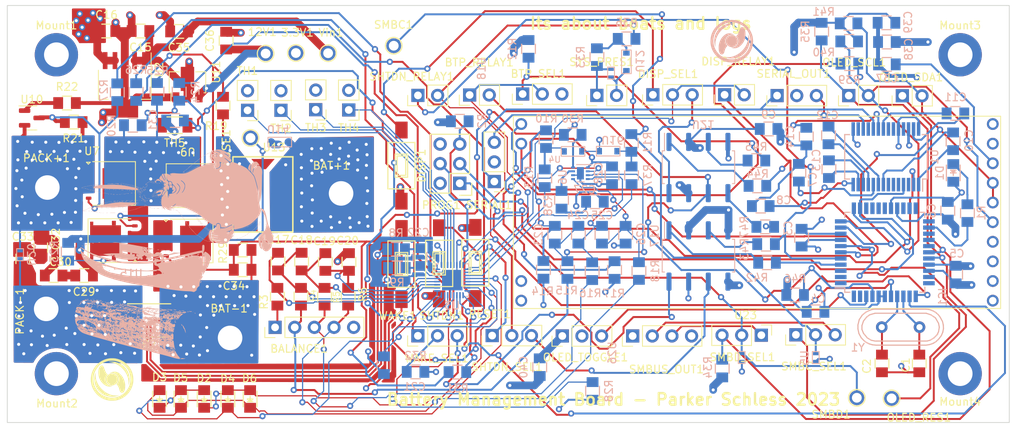
<source format=kicad_pcb>
(kicad_pcb (version 20221018) (generator pcbnew)
  (layers (0 "F.Cu" signal) (1 "In1.Cu" signal "PWR") (2 "In2.Cu" signal "GND") (31 "B.Cu" signal) (34 "B.Paste" user) (35 "F.Paste" user) (36 "B.SilkS" user "B.Silkscreen") (37 "F.SilkS" user "F.Silkscreen") (38 "B.Mask" user) (39 "F.Mask" user) (44 "Edge.Cuts" user))
  (net 0 "")
  (net 1 "GNDPWR")
  (net 2 "Net-(IC1-PR0{slash}XTAL2{slash}TOSC2)")
  (net 3 "Net-(IC1-PR1{slash}XTAL1{slash}TOSC1)")
  (net 4 "Net-(U1-V+)")
  (net 5 "GND")
  (net 6 "Net-(U1-V-)")
  (net 7 "Net-(U1-C1-)")
  (net 8 "Net-(U1-C1+)")
  (net 9 "Net-(U1-C2-)")
  (net 10 "Net-(U1-C2+)")
  (net 11 "Net-(U1-C3-)")
  (net 12 "Net-(U1-C3+)")
  (net 13 "Net-(U1-C4-)")
  (net 14 "Net-(U1-C4+)")
  (net 15 "Net-(U1-ISOVcc)")
  (net 16 "/Vin")
  (net 17 "Net-(U3-VC4)")
  (net 18 "Net-(U3-VC3)")
  (net 19 "Net-(U3-VC2)")
  (net 20 "Net-(U3-VC1)")
  (net 21 "GND1")
  (net 22 "Net-(U3-PBI)")
  (net 23 "Net-(U3-SRP)")
  (net 24 "Net-(U3-SRN)")
  (net 25 "Net-(U6-V4)")
  (net 26 "Net-(U6-V3)")
  (net 27 "Net-(U6-V2)")
  (net 28 "Net-(U6-V1)")
  (net 29 "Net-(C27-Pad2)")
  (net 30 "Net-(U6-VDD)")
  (net 31 "Net-(C29-Pad1)")
  (net 32 "Net-(C29-Pad2)")
  (net 33 "/PACK+")
  (net 34 "Net-(U3-PTC)")
  (net 35 "Net-(C32-Pad2)")
  (net 36 "Net-(C34-Pad2)")
  (net 37 "+12V")
  (net 38 "Net-(U23-VCOMH)")
  (net 39 "+3.3V")
  (net 40 "Net-(IC1-PDI_DATA)")
  (net 41 "/RX_MCU")
  (net 42 "/TX_MCU")
  (net 43 "Net-(IC1-~{RESET}{slash}PDI_CLK)")
  (net 44 "Net-(D1-K)")
  (net 45 "/LEDCNTLB")
  (net 46 "/LEDCNTLC")
  (net 47 "/LEDCNTLA")
  (net 48 "/MCU_WAKE")
  (net 49 "/MCU_SHUTDN")
  (net 50 "/MCU_DISP")
  (net 51 "/OLED_RES")
  (net 52 "/OLED_SDA")
  (net 53 "/OLED_SCL")
  (net 54 "Net-(IC1-PD4{slash}OC1A{slash}~{SS})")
  (net 55 "/SMBD_MCU")
  (net 56 "/SMBC_MCU")
  (net 57 "/MCU_BTP_INT")
  (net 58 "/HALL_OUT")
  (net 59 "/BAT+")
  (net 60 "Net-(BALANCE1-Pin_2)")
  (net 61 "Net-(BALANCE1-Pin_3)")
  (net 62 "Net-(BALANCE1-Pin_4)")
  (net 66 "/RX_OUT")
  (net 67 "/TX_OUT")
  (net 69 "Net-(SMBD_SEL1-C)")
  (net 70 "/DISP")
  (net 71 "/BTP_INT")
  (net 72 "/PRES{slash}SHUTDN")
  (net 73 "Net-(SMBC_SEL1-C)")
  (net 74 "Net-(WAKE_SEL1-C)")
  (net 75 "Net-(SYS_PRES1-Pin_1)")
  (net 76 "Net-(R10-Pad1)")
  (net 77 "Net-(R11-Pad1)")
  (net 78 "Net-(U3-SMBD)")
  (net 79 "Net-(R19-Pad2)")
  (net 80 "Net-(R20-Pad1)")
  (net 81 "Net-(R20-Pad2)")
  (net 82 "Net-(R21-Pad2)")
  (net 83 "Net-(R22-Pad1)")
  (net 84 "Net-(R23-Pad2)")
  (net 85 "Net-(U3-PCHG)")
  (net 86 "Net-(U3-VCC)")
  (net 87 "Net-(U3-CHG)")
  (net 88 "Net-(U3-DSG)")
  (net 89 "Net-(U3-PACK)")
  (net 90 "Net-(U6-OUT)")
  (net 91 "Net-(U3-FUSE)")
  (net 92 "Net-(R33-Pad1)")
  (net 93 "Net-(U3-SMBC)")
  (net 94 "Net-(U6-REG)")
  (net 95 "Net-(U23-IREF)")
  (net 96 "Net-(U3-TS1)")
  (net 97 "Net-(U3-TS2)")
  (net 98 "Net-(U3-TS3)")
  (net 99 "Net-(U3-TS4)")
  (net 100 "Net-(U13-Heater)")
  (net 119 "Net-(SMBC_SEL1-B)")
  (net 129 "Net-(SMBD_SEL1-A)")
  (net 131 "Net-(WAKE_SEL1-B)")
  (net 132 "Net-(WAKE_SEL1-A)")
  (net 133 "Net-(R47-Pad2)")
  (net 134 "Net-(R42-Pad2)")
  (net 135 "Net-(R43-Pad2)")
  (net 136 "Net-(R44-Pad2)")
  (net 137 "Net-(R45-Pad1)")
  (net 138 "Net-(BTP_SEL1-A)")
  (net 139 "Net-(DISP_SEL1-A)")
  (net 140 "Net-(DISP_SEL1-B)")
  (net 141 "Net-(SHTDN_SEL1-A)")
  (net 142 "Net-(SHTDN_SEL1-B)")
  (footprint "cuauv:BUTTON" (layer "F.Cu") (at 149.22732 106.75117 -90)
    (fp_text reference "SHTDN1")
    (fp_text value "SW_Push")
  )
  (footprint "cuauv:TESTPOINT" (layer "F.Cu") (at 134.874 79.5528)
    (fp_text reference "Vin1")
    (fp_text value "Vin")
  )
  (footprint "cuauv:PDI_Header" (layer "F.Cu") (at 151.892 96.393 180)
    (fp_text reference "PROG1")
    (fp_text value "AVR-PDI-6")
  )
  (footprint "cuauv:WetNoodle_Singular" (layer "F.Cu") (at 136.549032 97.703442)
    (fp_text reference "BAT+1")
    (fp_text value "Conn_01x01")
  )
  (footprint "cuauv:LED_0805" (layer "F.Cu") (at 124.7902 124.3076 90)
    (fp_text reference "D6")
    (fp_text value "LED5")
  )
  (footprint "MountingHole:MountingHole_3.2mm_M3_DIN965_Pad" (layer "F.Cu") (at 99.7458 79.756)
    (fp_text reference "Mount1")
    (fp_text value "Mount1")
  )
  (footprint "MountingHole:MountingHole_3.2mm_M3_DIN965_Pad" (layer "F.Cu") (at 99.7458 121.031)
    (fp_text reference "Mount2")
    (fp_text value "Mount2")
  )
  (footprint "cuauv:SQJ422EP" (layer "F.Cu") (at 116.765232 96.565842 180)
    (fp_text reference "U9")
    (fp_text value "SQJ422EP")
  )
  (footprint "cuauv:C_0805" (layer "F.Cu") (at 123.823632 107.584042 180)
    (fp_text reference "C34")
    (fp_text value "0.1uF")
  )
  (footprint "Connector_PinHeader_2.54mm:PinHeader_1x03_P2.54mm_Vertical" (layer "F.Cu") (at 146.4818 116.1288 90)
    (fp_text reference "WAKE_SEL1")
    (fp_text value "Jumper_3_Open")
  )
  (footprint "cuauv:R_0805" (layer "F.Cu") (at 101.981 88.4682 180)
    (fp_text reference "R21")
    (fp_text value "10M")
  )
  (footprint "cuauv:C_0805" (layer "F.Cu") (at 106.2228 76.6826)
    (fp_text reference "C16")
    (fp_text value "10uF")
  )
  (footprint "cuauv:SQJ433EP" (layer "F.Cu") (at 106.5784 103.7336 180)
    (fp_text reference "U15")
    (fp_text value "SQJ433EP")
  )
  (footprint "cuauv:SQJ422EP" (layer "F.Cu") (at 107.140732 96.540242)
    (fp_text reference "U7")
    (fp_text value "SQJ422EP")
  )
  (footprint "Connector_PinHeader_2.54mm:PinHeader_1x03_P2.54mm_Vertical" (layer "F.Cu") (at 195.3514 116.001801 90)
    (fp_text reference "SMBC_SEL1")
    (fp_text value "Jumper_3_Open")
  )
  (footprint "Connector_PinHeader_2.54mm:PinHeader_1x02_P2.54mm_Vertical" (layer "F.Cu") (at 128.778 86.9492 180)
    (fp_text reference "TH2")
    (fp_text value "10k")
  )
  (footprint "Connector_PinHeader_2.54mm:PinHeader_1x03_P2.54mm_Vertical" (layer "F.Cu") (at 160.02 84.836 90)
    (fp_text reference "BTP_SEL1")
    (fp_text value "Jumper_3_Open")
  )
  (footprint "Connector_PinHeader_2.54mm:PinHeader_1x02_P2.54mm_Vertical" (layer "F.Cu") (at 133.2738 86.868 180)
    (fp_text reference "TH3")
    (fp_text value "10k")
  )
  (footprint "cuauv:TESTPOINT" (layer "F.Cu") (at 143.3576 78.5876)
    (fp_text reference "SMBC1")
    (fp_text value "SMBC")
  )
  (footprint "Package_TO_SOT_SMD:SOT-89-3" (layer "F.Cu") (at 116.6898 83.3178 90)
    (fp_text reference "U11")
    (fp_text value "LDK320ADU120R")
  )
  (footprint "cuauv:LED_0805" (layer "F.Cu") (at 115.8494 124.3076 90)
    (fp_text reference "D5")
    (fp_text value "LED2")
  )
  (footprint "Connector_PinHeader_2.54mm:PinHeader_1x02_P2.54mm_Vertical" (layer "F.Cu") (at 186.1312 84.9376 90)
    (fp_text reference "DISP_RELAY1")
    (fp_text value "Jumper_2_Open")
  )
  (footprint "cuauv:R_0805" (layer "F.Cu") (at 123.823632 105.018642)
    (fp_text reference "R29")
    (fp_text value "51k")
  )
  (footprint "Connector_PinHeader_2.54mm:PinHeader_1x02_P2.54mm_Vertical" (layer "F.Cu") (at 202.184 85.0392 90)
    (fp_text reference "OLED_SCL1")
    (fp_text value "Jumper_2_Open")
  )
  (footprint "Connector_PinHeader_2.54mm:PinHeader_1x02_P2.54mm_Vertical" (layer "F.Cu") (at 146.4868 85.0138 90)
    (fp_text reference "SHTDN_RELAY1")
    (fp_text value "Jumper_2_Open")
  )
  (footprint "Connector_PinHeader_2.54mm:PinHeader_1x03_P2.54mm_Vertical" (layer "F.Cu") (at 192.918 85.0392 90)
    (fp_text reference "SERIAL_OUT1")
    (fp_text value "Conn_01x03")
  )
  (footprint "cuauv:SOT-223-6_TabPin3" (layer "F.Cu") (at 108.5872 83.648 -90)
    (fp_text reference "U2")
    (fp_text value "TPS7A4533")
  )
  (footprint "cuauv:C_0805" (layer "F.Cu") (at 103.3272 108.331 180)
    (fp_text reference "C29")
    (fp_text value "0.1uF")
  )
  (footprint "cuauv:C_0805" (layer "F.Cu") (at 137.5684 106.5784 90)
    (fp_text reference "C20")
    (fp_text value "0.1uF")
  )
  (footprint "Connector_PinHeader_2.54mm:PinHeader_1x03_P2.54mm_Vertical" (layer "F.Cu") (at 156.083 116.103401 90)
    (fp_text reference "SHTDN_SEL1")
    (fp_text value "Jumper_3_Open")
  )
  (footprint "cuauv:BUTTON" (layer "F.Cu") (at 144.3598 106.84271 -90)
    (fp_text reference "WAKE1")
    (fp_text value "SW_Push")
  )
  (footprint "Connector_PinHeader_2.54mm:PinHeader_1x02_P2.54mm_Vertical" (layer "F.Cu") (at 124.46 86.9492 180)
    (fp_text reference "TH1")
    (fp_text value "10k")
  )
  (footprint "cuauv:TESTPOINT" (layer "F.Cu") (at 203.2254 124.1552)
    (fp_text reference "SMBD1")
    (fp_text value "SMBD")
  )
  (footprint "cuauv:R_2512" (layer "F.Cu") (at 111.7346 114.1476 180)
    (fp_text reference "R7")
    (fp_text value "0.001")
  )
  (footprint "cuauv:C_0805" (layer "F.Cu") (at 95.4024 106.172 -90)
    (fp_text reference "C33")
    (fp_text value "0.1uF")
  )
  (footprint "cuauv:R_0805" (layer "F.Cu") (at 121.285 86.3346 90)
    (fp_text reference "R19")
    (fp_text value "10M")
  )
  (footprint "cuauv:LED_0805" (layer "F.Cu") (at 113.0808 124.3076 90)
    (fp_text reference "D3")
    (fp_text value "LED1")
  )
  (footprint "cuauv:C_0805" (layer "F.Cu") (at 134.5184 106.5784 -90)
    (fp_text reference "C19")
    (fp_text value "0.1uF")
  )
  (footprint "cuauv:R_0805" (layer "F.Cu") (at 131.3648 111.0742 90)
    (fp_text reference "R4")
    (fp_text value "100")
  )
  (footprint "cuauv:LED_0805" (layer "F.Cu") (at 121.9128 124.3076 90)
    (fp_text reference "D4")
    (fp_text value "LED4")
  )
  (footprint "cuauv:R_1206" (layer "F.Cu") (at 115.0366 88.8746 180)
    (fp_text reference "TH5")
    (fp_text value "10k")
  )
  (footprint "cuauv:TESTPOINT" (layer "F.Cu") (at 130.7084 79.5274)
    (fp_text reference "3.3V1")
    (fp_text value "3.3V")
  )
  (footprint "cuauv:C_0805" (layer "F.Cu") (at 110.617 76.6826 180)
    (fp_text reference "C15")
    (fp_text value "10uF")
  )
  (footprint "MountingHole:MountingHole_3.2mm_M3_DIN965_Pad" (layer "F.Cu") (at 216.5858 79.756)
    (fp_text reference "Mount3")
    (fp_text value "Mount3")
  )
  (footprint "cuauv:BUTTON" (layer "F.Cu") (at 153.90092 106.70037 90)
    (fp_text reference "RESET1")
    (fp_text value "SW_Push")
  )
  (footprint "cuauv:C_0805" (layer "F.Cu") (at 97.7138 104.7242 -90)
    (fp_text reference "C32")
    (fp_text value "0.1uF")
  )
  (footprint "Connector_PinHeader_2.54mm:PinHeader_1x03_P2.54mm_Vertical" (layer "F.Cu") (at 190.881 116.052601 -90)
    (fp_text reference "SMBD_SEL1")
    (fp_text value "Jumper_3_Open")
  )
  (footprint "cuauv:C_0805" (layer "F.Cu") (at 99.3902 108.331 180)
    (fp_text reference "C30")
    (fp_text value "0.1uF")
  )
  (footprint "cuauv:chungus_B" (layer "F.Cu") (at 115.443 98.552 90)
    (fp_text reference "G***" hide)
    (fp_text value "LOGO" hide)
  )
  (footprint "cuauv:BUTTON" (layer "F.Cu") (at 144.35052 94.10197 -90)
    (fp_text reference "DISP1")
    (fp_text value "SW_Push")
  )
  (footprint "Connector_PinHeader_2.54mm:PinHeader_1x03_P2.54mm_Vertical" (layer "F.Cu") (at 156.3624 96.1644 180)
    (fp_text reference "SERIAL1")
    (fp_text value "Serial_Header")
  )
  (footprint "Connector_PinHeader_2.54mm:PinHeader_1x02_P2.54mm_Vertical" (layer "F.Cu") (at 153.167 84.963 90)
    (fp_text reference "BTP_RELAY1")
    (fp_text value "Jumper_2_Open")
  )
  (footprint "Package_TO_SOT_SMD:SOT-23" (layer "F.Cu") (at 96.5731 87.9348)
    (fp_text reference "U10")
    (fp_text value "2N7002K")
  )
  (footprint "Connector_PinHeader_2.54mm:PinHeader_1x03_P2.54mm_Vertical" (layer "F.Cu") (at 176.8602 84.9376 90)
    (fp_text reference "DISP_SEL1")
    (fp_text value "Jumper_3_Open")
  )
  (footprint "Connector_PinHeader_2.54mm:PinHeader_1x02_P2.54mm_Vertical" (layer "F.Cu") (at 209.1182 85.0646 90)
    (fp_text reference "OLED_SDA1")
    (fp_text value "Jumper_2_Open")
  )
  (footprint "MountingHole:MountingHole_3.2mm_M3_DIN965_Pad" (layer "F.Cu") (at 216.5858 121.031)
    (fp_text reference "Mount4")
    (fp_text value "Mount4")
  )
  (footprint "cuauv:C_0805" (layer "F.Cu") (at 211.3026 119.7102 90)
    (fp_text reference "C1")
    (fp_text value "18pF")
  )
  (footprint "cuauv:OLEDM204" (layer "F.Cu") (at 220.8022 111.5822 180)
    (fp_text reference "U23")
    (fp_text value "OLEDM204")
  )
  (footprint "Connector_PinHeader_2.54mm:PinHeader_1x03_P2.54mm_Vertical" (layer "F.Cu") (at 165.1508 116.1542 90)
    (fp_text reference "OLED_TOGGLE1")
    (fp_text value "Conn_01x03")
  )
  (footprint "cuauv:C_0805" (layer "F.Cu") (at 121.6914 77.9272 90)
    (fp_text reference "C36")
    (fp_text value "1uF")
  )
  (footprint "cuauv:C_0805" (layer "F.Cu") (at 131.447 106.5276 -90)
    (fp_text reference "C18")
    (fp_text value "0.1uF")
  )
  (footprint "cuauv:WetNoodle_Singular" (layer "F.Cu") (at 98.425 112.649)
    (fp_text reference "PACK-1")
    (fp_text value "Conn_01x01")
  )
  (footprint "cuauv:WetNoodle_Singular" (layer "F.Cu") (at 122.1994 116.4082)
    (fp_text reference "BAT-1")
    (fp_text value "Conn_01x01")
  )
  (footprint "cuauv:TESTPOINT" (layer "F.Cu") (at 126.7968 79.6036)
    (fp_text reference "12V1")
    (fp_text value "12V")
  )
  (footprint "cuauv:LED_0805" (layer "F.Cu") (at 118.8466 124.3076 90)
    (fp_text reference "D2")
    (fp_text value "LED3")
  )
  (footprint "cuauv:WetNoodle_Singular" (layer "F.Cu") (at 98.576032 96.941442)
    (fp_text reference "PACK+1")
    (fp_text value "Conn_01x01")
  )
  (footprint "cuauv:SQJ422EP" (layer "F.Cu") (at 117.1702 103.9876)
    (fp_text reference "U8")
    (fp_text value "SQJ422EP")
  )
  (footprint "cuauv:ITV9550L1460MR" (layer "F.Cu") (at 128.001932 93.245742 -90)
    (fp_text reference "U13")
    (fp_text value "ITV9550L1460")
  )
  (footprint "Connector_PinHeader_2.54mm:PinHeader_1x02_P2.54mm_Vertical" (layer "F.Cu") (at 169.6212 85.0138 90)
    (fp_text reference "SYS_PRES1")
    (fp_text value "Conn_01x02")
  )
  (footprint "cuauv:C_0805" (layer "F.Cu") (at 115.5954 76.7334 180)
    (fp_text reference "C35")
    (fp_text value "1uF")
  )
  (footprint "cuauv:C_0805" (layer "F.Cu") (at 206.4766 119.7102 90)
    (fp_text reference "C2")
    (fp_text value "18pF")
  )
  (footprint "cuauv:TESTPOINT" (layer "F.Cu") (at 207.7212 124.2314)
    (fp_text reference "OLED_RES1")
    (fp_text value "OLED_RES")
  )
  (footprint "cuauv:R_0805" (layer "F.Cu") (at 137.4648 111.0742 90)
    (fp_text reference "R6")
    (fp_text value "100")
  )
  (footprint "cuauv:TESTPOINT" (layer "F.Cu") (at 124.841 90.5256)
    (fp_text reference "FUSE1")
    (fp_text value "FUSE")
  )
  (footprint "Connector_PinHeader_2.54mm:PinHeader_1x05_P2.54mm_Vertical" (layer "F.Cu") (at 128.016 115.0366 90)
    (fp_text reference "BALANCE1")
    (fp_text value "Conn_01x05")
  )
  (footprint "Connector_PinHeader_2.54mm:PinHeader_1x02_P2.54mm_Vertical" (layer "F.Cu") (at 137.541 86.8984 180)
    (fp_text reference "TH4")
    (fp_text value "10k")
  )
  (footprint "cuauv:R_0805" (layer "F.Cu") (at 128.3148 111.0742 90)
    (fp_text reference "R3")
    (fp_text value "100")
  )
  (footprint "cuauv:cuauv_prop_small" (layer "F.Cu") (at 106.9848 121.793)
    (fp_text reference "G***" hide)
    (fp_text value "LOGO" hide)
  )
  (footprint "Connector_PinHeader_2.54mm:PinHeader_1x04_P2.54mm_Vertical" (layer "F.Cu") (at 174.244 116.154201 90)
    (fp_text reference "SMBUS_OUT1")
    (fp_text value "Conn_01x04")
  )
  (footprint "cuauv:R_0805" (layer "F.Cu") (at 134.4148 111.0742 90)
    (fp_text reference "R5")
    (fp_text value "100")
  )
  (footprint "cuauv:R_0805" (layer "F.Cu") (at 101.1174 86.0044)
    (fp_text reference "R22")
    (fp_text value "10k")
  )
  (footprint "cuauv:C_0805" (layer "F.Cu") (at 128.397 106.5276 -90)
    (fp_text reference "C17")
    (fp_text value "0.1uF")
  )
  (footprint "cuauv:SOD-323" (layer "B.Cu") (at 167.6516 92.261 180)
    (fp_text reference "U4")
    (fp_text value "MM3Z5V6C")
  )
  (footprint "cuauv:C_0805" (layer "B.Cu") (at 142.0876 119.9388 90)
    (fp_text reference "C21")
    (fp_text value "2.2uF")
  )
  (footprint "cuauv:SOD-323" (layer "B.Cu") (at 173.4362 81.788 90)
    (fp_text reference "U12")
    (fp_text value "MM3Z5V6C")
  )
  (footprint "cuauv:G3VM-62J1(TR)" (layer "B.Cu") (at 182.753 105.8164 -90)
    (fp_text reference "U17")
    (fp_text value "G3VM-62J1(TR)")
  )
  (footprint "cuauv:TQFP-44_10x10mm_Pitch0.8mm" (layer "B.Cu") (at 206.8454 105.3234)
    (fp_text reference "IC1")
    (fp_text value "ATXMEGA32A4U-A-")
  )
  (footprint "cuauv:Crystal_Common" (layer "B.Cu") (at 208.8896 115.0112)
    (fp_text reference "Y1")
    (fp_text value "Crystal")
  )
  (footprint "cuauv:R_0805" (layer "B.Cu") (at 151.5872 120.8278)
    (fp_text reference "R31")
    (fp_text value "5.1k")
  )
  (footprint "cuauv:C_0805" (layer "B.Cu") (at 207.0608 75.6158)
    (fp_text reference "C39")
    (fp_text value "100nF")
  )
  (footprint "cuauv:R_0805" (layer "B.Cu") (at 195.2498 110.8456 180)
    (fp_text reference "R46")
    (fp_text value "10k")
  )
  (footprint "cuauv:C_0805" (layer "B.Cu") (at 214.9856 99.949 -90)
    (fp_text reference "C6")
    (fp_text value "0.1uF")
  )
  (footprint "cuauv:R_0805" (layer "B.Cu") (at 202.2602 80.899)
    (fp_text reference "R39")
    (fp_text value "910k")
  )
  (footprint "cuauv:R_0805" (layer "B.Cu") (at 101.268432 105.247242 -90)
    (fp_text reference "R23")
    (fp_text value "300")
  )
  (footprint "cuauv:R_0805" (layer "B.Cu") (at 151.892 88.3666)
    (fp_text reference "R2")
    (fp_text value "10k")
  )
  (footprint "cuauv:R_0805" (layer "B.Cu") (at 160.782 78.994 -90)
    (fp_text reference "R12")
    (fp_text value "DNP")
  )
  (footprint "cuauv:X1-DFN1006-2" (layer "B.Cu") (at 171.455 81.6356 -90)
    (fp_text reference "U18")
    (fp_text value "D20V0L1B2LP")
  )
  (footprint "cuauv:R_0805" (layer "B.Cu") (at 202.1586 75.692)
    (fp_text reference "R41")
    (fp_text value "10k")
  )
  (footprint "cuauv:R_0805" (layer "B.Cu") (at 107.6198 84.6074 90)
    (fp_text reference "R27")
    (fp_text value "5.1k")
  )
  (footprint "cuauv:R_0805" (layer "B.Cu") (at 162.7124 107.5944 90)
    (fp_text reference "R14")
    (fp_text value "1k")
  )
  (footprint "cuauv:C_0805" (layer "B.Cu") (at 173.3316 103.0478 -90)
    (fp_text reference "C26")
    (fp_text value "0.1uF")
  )
  (footprint "cuauv:log_fp" (layer "B.Cu") (at 110.3122 115.1636 180)
    (fp_text reference "G***")
    (fp_text value "LOGO" hide)
  )
  (footprint "cuauv:R_0805" (layer "B.Cu") (at 191.6176 106.68 180)
    (fp_text reference "R42")
    (fp_text value "215")
  )
  (footprint "cuauv:R_0805" (layer "B.Cu") (at 110.0582 84.582 90)
    (fp_text reference "R26")
    (fp_text value "5.1k")
  )
  (footprint "cuauv:R_0805" (layer "B.Cu") (at 174.0778 91.1688 90)
    (fp_text reference "R11")
    (fp_text value "100")
  )
  (footprint "cuauv:R_0805" (layer "B.Cu") (at 143.764 107.3404 180)
    (fp_text reference "R9")
    (fp_text value "100")
  )
  (footprint "cuauv:R_0805" (layer "B.Cu") (at 198.6788 76.7588 -90)
    (fp_text reference "R35")
    (fp_text value "DNP")
  )
  (footprint "cuauv:X1-DFN1006-2" (layer "B.Cu") (at 188.341 118.4402 -90)
    (fp_text reference "U26")
    (fp_text value "D20V0L1B2LP")
  )
  (footprint "cuauv:C_0805" (layer "B.Cu") (at 207.1116 81.0006 180)
    (fp_text reference "C37")
    (fp_text value "2.2uF")
  )
  (footprint "cuauv:R_0805" (layer "B.Cu") (at 109.6264 88.8746 180)
    (fp_text reference "R20")
    (fp_text value "10M")
  )
  (footprint "cuauv:C_0805" (layer "B.Cu") (at 146.7612 105.9434 -90)
    (fp_text reference "C22")
    (fp_text value "0.1uF")
  )
  (footprint "cuauv:C_0805" (layer "B.Cu") (at 207.1116 78.105 180)
    (fp_text reference "C38")
    (fp_text value "2.2uF")
  )
  (footprint "cuauv:R_0805" (layer "B.Cu") (at 115.6208 84.5566 90)
    (fp_text reference "R24")
    (fp_text value "5.1k")
  )
  (footprint "cuauv:G3VM-62J1(TR)" (layer "B.Cu") (at 182.753 94.369 -90)
    (fp_text reference "U21")
    (fp_text value "G3VM-62J1(TR)")
  )
  (footprint "cuauv:C_0805" (layer "B.Cu") (at 199.6186 94.5642 90)
    (fp_text reference "C13")
    (fp_text value "0.47uF")
  )
  (footprint "cuauv:C_0805" (layer "B.Cu") (at 190.8048 99.3394 180)
    (fp_text reference "C8")
    (fp_text value "0.47uF")
  )
  (footprint "cuauv:R_0805" (layer "B.Cu") (at 143.6624 104.9274 180)
    (fp_text reference "R8")
    (fp_text value "100")
  )
  (footprint "cuauv:R_0805" (layer "B.Cu") (at 190.246 93.4466)
    (fp_text reference "R45")
    (fp_text value "215")
  )
  (footprint "cuauv:C_0805" (layer "B.Cu") (at 199.5678 90.1954 90)
    (fp_text reference "C12")
    (fp_text value "0.1uF")
  )
  (footprint "cuauv:R_0805" (layer "B.Cu") (at 185.8264 120.3706 90)
    (fp_text reference "R34")
    (fp_text value "DNP")
  )
  (footprint "cuauv:R_0805" (layer "B.Cu") (at 191.4906 104.267 180)
    (fp_text reference "R43")
    (fp_text value "215")
  )
  (footprint "cuauv:C_0805" (layer "B.Cu") (at 162.2298 120.1928 -90)
    (fp_text reference "C40")
    (fp_text value "0.1uF")
  )
  (footprint "cuauv:R_0805" (layer "B.Cu") (at 171.9072 107.6198 90)
    (fp_text reference "R17")
    (fp_text value "100")
  )
  (footprint "cuauv:C_0805" (layer "B.Cu") (at 170.2816 103.0478 -90)
    (fp_text reference "C25")
    (fp_text value "0.1uF")
  )
  (footprint "cuauv:C_0805" (layer "B.Cu") (at 167.2316 103.0478 -90)
    (fp_text reference "C24")
    (fp_text value "0.1uF")
  )
  (footprint "cuauv:C_0805" (layer "B.Cu") (at 171.577 95.3516 90)
    (fp_text reference "C28")
    (fp_text value "0.1uF")
  )
  (footprint "cuauv:R_0805" (layer "B.Cu") (at 169.6262 80.0608 -90)
    (fp_text reference "R33")
    (fp_text value "1k")
  )
  (footprint "cuauv:R_0805" (layer "B.Cu") (at 169.0116 107.7722 90)
    (fp_text reference "R16")
    (fp_text value "1k")
  )
  (footprint "cuauv:C_0805" (layer "B.Cu") (at 195.7324 95.0214 90)
    (fp_text reference "C7")
    (fp_text value "0.47uF")
  )
  (footprint "cuauv:C_0805" (layer "B.Cu") (at 216.0016 108.204 -90)
    (fp_text reference "C5")
    (fp_text value "0.1uF")
  )
  (footprint "cuauv:C_0805" (layer "B.Cu") (at 115.0874 88.265 180)
    (fp_text reference "C31")
    (fp_text value "0.1uF")
  )
  (footprint "cuauv:R_0805" (layer "B.Cu") (at 112.7506 84.5566 90)
    (fp_text reference "R25")
    (fp_text value "100")
  )
  (footprint "cuauv:R_0805" (layer "B.Cu") (at 217.5256 100.2538 -90)
    (fp_text reference "R1")
    (fp_text value "330")
  )
  (footprint "cuauv:R_0805" (layer "B.Cu") (at 166.497 90.1192 180)
    (fp_text reference "R30")
    (fp_text value "5.1k")
  )
  (footprint "cuauv:C_0805" (layer "B.Cu") (at 215.6714 90.9574 90)
    (fp_text reference "C10")
    (fp_text value "0.47uF")
  )
  (footprint "cuauv:cuauv_prop_small" (layer "B.Cu") (at 187.0202 78.0034 180)
    (fp_text reference "G***" hide)
    (fp_text value "LOGO" hide)
  )
  (footprint "cuauv:boat_fp" (layer "B.Cu") (at 111.3028 106.299 180)
    (fp_text reference "G***")
    (fp_text value "LOGO" hide)
  )
  (footprint "cuauv:X1-DFN1006-2" (layer "B.Cu") (at 197.9168 118.447408 -90)
    (fp_text reference "U5")
    (fp_text value "D20V0L1B2LP")
  )
  (footprint "cuauv:SOD-323" (layer "B.Cu") (at 127.508 91.059)
    (fp_text reference "U14")
    (fp_text value "BAT54HT1G")
  )
  (footprint "cuauv:R_0805" (layer "B.Cu") (at 169.0624 123.2662 90)
    (fp_text reference "R28")
    (fp_text value "10k")
  )
  (footprint "cuauv:C_0805" (layer "B.Cu") (at 215.9762 87.3506 180)
    (fp_text reference "C11")
    (fp_text value "0.47uF")
  )
  (footprint "cuauv:X1-DFN1006-2" (layer "B.Cu") (at 95.0468 105.137808 -90)
    (fp_text reference "U20")
    (fp_text value "D20V0L1B2LP")
  )
  (footprint "Package_SON:WSON-8-1EP_2x2mm_P0.5mm_EP0.9x1.6mm" (layer "B.Cu") (at 167.489 95.0924 180)
    (fp_text reference "U6")
    (fp_text value "BQ296100DSGT")
  )
  (footprint "cuauv:C_0805" (layer "B.Cu") (at 197.8914 113.03)
    (fp_text reference "C4")
    (fp_text value "0.1uF")
  )
  (footprint "cuauv:R_0805" (layer "B.Cu") (at 165.8112 107.6198 90)
    (fp_text reference "R15")
    (fp_text value "1k")
  )
  (footprint "cuauv:R_0805" (layer "B.Cu") (at 202.2348 78.0288 180)
    (fp_text reference "R40")
    (fp_text value "10k")
  )
  (footprint "cuauv:C_0805" (layer "B.Cu") (at 191.8208 89.3572)
    (fp_text reference "C9")
    (fp_text value "10nF")
  )
  (footprint "cuauv:SSOP-28_5.3x10.2mm_Pitch0.65mm" (layer "B.Cu") (at 206.9846 92.964 90)
    (fp_text reference "U1")
    (fp_text value "MAX3250")
  )
  (footprint "Package_DFN_QFN:QFN-32-1EP_4x4mm_P0.4mm_EP2.65x2.65mm" (layer "B.Cu") (at 150.9238 108.921)
    (fp_text reference "U3")
    (fp_text value "BQ40Z50-R2")
  )
  (footprint "cuauv:SOD-323" (layer "B.Cu") (at 169.963 92.2356)
    (fp_text reference "U16")
    (fp_text value "MM3Z5V6C")
  )
  (footprint "cuauv:R_0805" (layer "B.Cu") (at 146.177 120.8024 180)
    (fp_text reference "R32")
    (fp_text value "10k")
  )
  (footprint "cuauv:R_0805" (layer "B.Cu") (at 173.4616 77.6986 180)
    (fp_text reference "R36")
    (fp_text value "200")
  )
  (footprint "cuauv:C_0805" (layer "B.Cu") (at 196.6976 90.3478 -90)
    (fp_text reference "C14")
    (fp_text value "2.2uF")
  )
  (footprint "cuauv:C_0805" (layer "B.Cu") (at 196.088 103.4288 90)
    (fp_text reference "C3")
    (fp_text value "0.1uF")
  )
  (footprint "cuauv:LED_0805" (layer "B.Cu") (at 215.6968 95.0468 -90)
    (fp_text reference "D1")
    (fp_text value "LED")
  )
  (footprint "cuauv:R_0805" (layer "B.Cu") (at 191.389 102.0318 180)
    (fp_text reference "R47")
    (fp_text value "DNP")
  )
  (footprint "cuauv:R_0805" (layer "B.Cu") (at 174.1032 95.3598 90)
    (fp_text reference "R37")
    (fp_text value "200")
  )
  (footprint "cuauv:C_0805" (layer "B.Cu") (at 164.1816 103.0478 -90)
    (fp_text reference "C23")
    (fp_text value "0.1uF")
  )
  (footprint "cuauv:R_0805" (layer "B.Cu") (at 190.373 96.7232 180)
    (fp_text reference "R44")
    (fp_text value "215")
  )
  (footprint "cuauv:R_0805" (layer "B.Cu") (at 175.0568 107.7468 90)
    (fp_text reference "R18")
    (fp_text value "1k")
  )
  (footprint "cuauv:R_0805" (layer "B.Cu") (at 162.8764 95.7408 90)
    (fp_text reference "R13")
    (fp_text value "200")
  )
  (footprint "cuauv:R_0805" (layer "B.Cu") (at 165.0492 98.5266 -90)
    (fp_text reference "R38")
    (fp_text value "5.1")
  )
  (footprint "cuauv:C_0805" (layer "B.Cu") (at 169.3672 98.7806 180)
    (fp_text reference "C27")
    (fp_text value "0.47uF")
  )
  (footprint "cuauv:R_0805" (layer "B.Cu") (at 163.0426 90.678 90)
    (fp_text reference "R10")
    (fp_text value "100")
  )
  (gr_rect locked (start 93.3958 73.3806) (end 222.9358 127.3556) (stroke (width 0.1)) (fill none) (layer "Edge.Cuts"))
  (gr_text "Its about boats and logs" (at 160.8074 76.581) (layer "F.SilkS") (effects (font (size 1.5 1.5) (thickness 0.3) bold) (justify left bottom)))
  (gr_text "Battery Management Board - Parker Schless 2023" (at 142.2908 125.2474) (layer "F.SilkS") (effects (font (size 1.5 1.5) (thickness 0.3) bold) (justify left bottom)))
  (segment (start 107.3658 76.6826) (end 107.3658 75.6158) (width 1) (layer "F.Cu") (net 1))
  (segment (start 114.4524 75.438) (end 114.4524 76.7334) (width 1) (layer "F.Cu") (net 1))
  (segment (start 108.5872 80.5105) (end 108.5872 77.5694) (width 1) (layer "F.Cu") (net 1))
  (segment (start 207.645 109.1571) (end 206.8576 109.9445) (width 0.25) (layer "F.Cu") (net 1))
  (segment (start 113.333404 121.3104) (end 111.4624 119.439396) (width 0.25) (layer "F.Cu") (net 1))
  (segment (start 108.5872 77.5694) (end 109.474 76.6826) (width 1) (layer "F.Cu") (net 1))
  (segment (start 123.5964 76.9112) (end 121.8184 76.9112) (width 1) (layer "F.Cu") (net 1))
  (segment (start 141.732 119.765196) (end 140.186796 121.3104) (width 0.25) (layer "F.Cu") (net 1))
  (segment (start 105.791 88.3412) (end 105.6132 88.519) (width 1) (layer "F.Cu") (net 1))
  (segment (start 209.7786 120.8532) (end 208.9658 120.0404) (width 0.25) (layer "F.Cu") (net 1))
  (segment (start 108.5872 86.8105) (end 108.5872 80.5105) (width 1) (layer "F.Cu") (net 1))
  (segment (start 199.4021 109.9445) (end 197.8406 111.506) (width 0.25) (layer "F.Cu") (net 1))
  (segment (start 211.3026 120.8532) (end 209.7786 120.8532) (width 0.25) (layer "F.Cu") (net 1))
  (segment (start 108.5872 77.904) (end 107.3658 76.6826) (width 1) (layer "F.Cu") (net 1))
  (segment (start 121.8184 76.9112) (end 121.6914 76.7842) (width 1) (layer "F.Cu") (net 1))
  (segment (start 142.4686 108.8644) (end 141.732 109.601) (width 0.25) (layer "F.Cu") (net 1))
  (segment (start 153.81698 102.1842) (end 153.90324 102.09794) (width 1) (layer "F.Cu") (net 1))
  (segment (start 107.3658 75.6158) (end 107.4166 75.565) (width 1) (layer "F.Cu") (net 1))
  (segment (start 211.3026 120.8532) (end 206.4766 120.8532) (width 0.25) (layer "F.Cu") (net 1))
  (segment (start 102.2604 86.0044) (end 107.7811 86.0044) (width 0.5) (layer "F.Cu") (net 1))
  (segment (start 108.1741 87.2236) (end 108.5872 86.8105) (width 1) (layer "F.Cu") (net 1))
  (segment (start 140.186796 121.3104) (end 113.333404 121.3104) (width 0.25) (layer "F.Cu") (net 1))
  (segment (start 113.6396 74.6252) (end 114.4524 75.438) (width 1) (layer "F.Cu") (net 1))
  (segment (start 109.474 74.8538) (end 109.2454 74.6252) (width 1) (layer "F.Cu") (net 1))
  (segment (start 108.5872 86.8105) (end 110.1299 85.2678) (width 1) (layer "F.Cu") (net 1))
  (segment (start 105.791 87.2236) (end 108.1741 87.2236) (width 1) (layer "F.Cu") (net 1))
  (segment (start 107.7811 86.0044) (end 108.5872 86.8105) (width 0.25) (layer "F.Cu") (net 1))
  (segment (start 113.0808 74.6252) (end 113.6396 74.6252) (width 1) (layer "F.Cu") (net 1))
  (segment (start 152.146 102.1842) (end 153.81698 102.1842) (width 1) (layer "F.Cu") (net 1))
  (segment (start 107.3658 76.6826) (end 109.474 76.6826) (width 1) (layer "F.Cu") (net 1))
  (segment (start 108.5872 80.5105) (end 108.5872 77.904) (width 1) (layer "F.Cu") (net 1))
  (segment (start 141.732 109.601) (end 141.732 119.765196) (width 0.25) (layer "F.Cu") (net 1))
  (segment (start 110.1299 85.2678) (end 115.1898 85.2678) (width 1) (layer "F.Cu") (net 1))
  (segment (start 105.791 87.2236) (end 105.791 88.3412) (width 1) (layer "F.Cu") (net 1))
  (segment (start 206.8576 109.9445) (end 199.4021 109.9445) (width 0.25) (layer "F.Cu") (net 1))
  (segment (start 111.4624 119.439396) (end 111.4624 114.8152) (width 0.25) (layer "F.Cu") (net 1))
  (segment (start 110.7948 114.1476) (end 107.6706 114.1476) (width 0.25) (layer "F.Cu") (net 1))
  (segment (start 111.4624 114.8152) (end 110.7948 114.1476) (width 0.25) (layer "F.Cu") (net 1))
  (segment (start 109.474 76.6826) (end 109.474 74.8538) (width 1) (layer "F.Cu") (net 1))
  (via (at 217.932 107.1118) (size 0.8) (drill 0.4) (layers "F.Cu" "B.Cu") (net 1))
  (via (at 101.395432 110.276442) (size 0.8) (drill 0.4) (layers "F.Cu" "B.Cu") (net 1))
  (via (at 94.943832 115.458042) (size 0.8) (drill 0.4) (layers "F.Cu" "B.Cu") (net 1))
  (via (at 108.077 118.3132) (size 0.8) (drill 0.4) (layers "F.Cu" "B.Cu") (net 1))
  (via (at 103.325832 117.261442) (size 0.8) (drill 0.4) (layers "F.Cu" "B.Cu") (net 1))
  (via (at 123.5964 76.9112) (size 0.8) (drill 0.4) (layers "F.Cu" "B.Cu") (net 1))
  (via (at 109.2454 74.6252) (size 0.8) (drill 0.4) (layers "F.Cu" "B.Cu") (net 1))
  (via (at 197.8406 111.506) (size 0.8) (drill 0.4) (layers "F.Cu" "B.Cu") (net 1))
  (via (at 105.256232 114.772242) (size 0.8) (drill 0.4) (layers "F.Cu" "B.Cu") (net 1))
  (via (at 105.6132 88.519) (size 0.8) (drill 0.4) (layers "F.Cu" "B.Cu") (net 1))
  (via (at 95.705832 110.276442) (size 0.8) (drill 0.4) (layers "F.Cu" "B.Cu") (net 1))
  (via (at 106.094432 118.455242) (size 0.8) (drill 0.4) (layers "F.Cu" "B.Cu") (net 1))
  (via (at 95.096232 111.825842) (size 0.8) (drill 0.4) (layers "F.Cu" "B.Cu") (net 1))
  (via (at 96.4692 115.4938) (size 0.8) (drill 0.4) (layers "F.Cu" "B.Cu") (net 1))
  (via (at 186.6392 99.8474) (size 0.8) (drill 0.4) (layers "F.Cu" "B.Cu") (net 1))
  (via (at 108.558232 111.749642) (size 0.8) (drill 0.4) (layers "F.Cu" "B.Cu") (net 1))
  (via (at 182.9562 91.821) (size 0.8) (drill 0.4) (layers "F.Cu" "B.Cu") (net 1))
  (via (at 105.967432 113.527642) (size 0.8) (drill 0.4) (layers "F.Cu" "B.Cu") (net 1))
  (via (at 104.341832 115.889842) (size 0.8) (drill 0.4) (layers "F.Cu" "B.Cu") (net 1))
  (via (at 106.881832 111.800442) (size 0.8) (drill 0.4) (layers "F.Cu" "B.Cu") (net 1))
  (via (at 109.980632 110.327242) (size 0.8) (drill 0.4) (layers "F.Cu" "B.Cu") (net 1))
  (via (at 106.856432 110.276442) (size 0.8) (drill 0.4) (layers "F.Cu" "B.Cu") (net 1))
  (via (at 142.4686 108.8644) (size 0.8) (drill 0.4) (layers "F.Cu" "B.Cu") (net 1))
  (via (at 95.528032 118.455242) (size 0.8) (drill 0.4) (layers "F.Cu" "B.Cu") (net 1))
  (via (at 208.9658 120.0404) (size 0.8) (drill 0.4) (layers "F.Cu" "B.Cu") (net 1))
  (via (at 98.552 117.388442) (size 0.8) (drill 0.4) (layers "F.Cu" "B.Cu") (net 1))
  (via (at 169.9376 90.7624) (size 0.8) (drill 0.4) (layers "F.Cu" "B.Cu") (net 1))
  (via (at 106.069032 115.966042) (size 0.8) (drill 0.4) (layers "F.Cu" "B.Cu") (net 1))
  (via (at 101.090632 117.261442) (size 0.8) (drill 0.4) (layers "F.Cu" "B.Cu") (net 1))
  (via (at 94.867632 117.236042) (size 0.8) (drill 0.4) (layers "F.Cu" "B.Cu") (net 1))
  (via (at 198.2216 104.9782) (size 0.8) (drill 0.4) (layers "F.Cu" "B.Cu") (net 1))
  (via (at 107.4166 75.565) (size 0.8) (drill 0.4) (layers "F.Cu" "B.Cu") (net 1))
  (via (at 102.309832 113.527642) (size 0.8) (drill 0.4) (layers "F.Cu" "B.Cu") (net 1))
  (via (at 103.300432 111.825842) (size 0.8) (drill 0.4) (layers "F.Cu" "B.Cu") (net 1))
  (via (at 101.420832 111.825842) (size 0.8) (drill 0.4) (layers "F.Cu" "B.Cu") (net 1))
  (via (at 99.4664 116.0526) (size 0.8) (drill 0.4) (layers "F.Cu" "B.Cu") (net 1))
  (via (at 104.087832 118.404442) (size 0.8) (drill 0.4) (layers "F.Cu" "B.Cu") (net 1))
  (via (at 105.103832 117.312242) (size 0.8) (drill 0.4) (layers "F.Cu" "B.Cu") (net 1))
  (via (at 203.6572 82.6262) (size 0.8) (drill 0.4) (layers "F.Cu" "B.Cu") (net 1))
  (via (at 207.645 109.1571) (size 0.8) (drill 0.4) (layers "F.Cu" "B.Cu") (net 1))
  (via (at 113.0808 74.6252) (size 0.8) (drill 0.4) (layers "F.Cu" "B.Cu") (net 1))
  (via (at 152.146 102.1842) (size 0.8) (drill 0.4) (layers "F.Cu" "B.Cu") (net 1))
  (via (at 96.518632 117.286842) (size 0.8) (drill 0.4) (layers "F.Cu" "B.Cu") (net 1))
  (via (at 105.078432 111.800442) (size 0.8) (drill 0.4) (layers "F.Cu" "B.Cu") (net 1))
  (via (at 105.791 87.2236) (size 0.8) (drill 0.4) (layers "F.Cu" "B.Cu") (net 1))
  (via (at 94.893032 113.603842) (size 0.8) (drill 0.4) (layers "F.Cu" "B.Cu") (net 1))
  (via (at 194.2338 108.8898) (size 0.8) (drill 0.4) (layers "F.Cu" "B.Cu") (net 1))
  (via (at 107.1626 117.2718) (size 0.8) (drill 0.4) (layers "F.Cu" "B.Cu") (net 1))
  (via (at 97.9424 116.1796) (size 0.8) (drill 0.4) (layers "F.Cu" "B.Cu") (net 1))
  (via (at 109.2962 117.1702) (size 0.8) (drill 0.4) (layers "F.Cu" "B.Cu") (net 1))
  (via (at 210.0072 91.4908) (size 0.8) (drill 0.4) (layers "F.Cu" "B.Cu") (net 1))
  (via (at 102.132032 115.839042) (size 0.8) (drill 0.4) (layers "F.Cu" "B.Cu") (net 1))
  (via (at 103.275032 110.251042) (size 0.8) (drill 0.4) (layers "F.Cu" "B.Cu") (net 1))
  (via (at 109.855 118.3894) (size 0.8) (drill 0.4) (layers "F.Cu" "B.Cu") (net 1))
  (via (at 158.369 122.555) (size 0.8) (drill 0.4) (layers "F.Cu" "B.Cu") (net 1))
  (via (at 103.325832 114.772242) (size 0.8) (drill 0.4) (layers "F.Cu" "B.Cu") (net 1))
  (via (at 188.3664 120.7516) (size 0.8) (drill 0.4) (layers "F.Cu" "B.Cu") (net 1))
  (via (at 216.789 97.5868) (size 0.8) (drill 0.4) (layers "F.Cu" "B.Cu") (net 1))
  (via (at 210.9724 82.7278) (size 0.8) (drill 0.4) (layers "F.Cu" "B.Cu") (net 1))
  (via (at 108.532832 110.301842) (size 0.8) (drill 0.4) (layers "F.Cu" "B.Cu") (net 1))
  (via (at 199.7202 119.126) (size 0.8) (drill 0.4) (layers "F.Cu" "B.Cu") (net 1))
  (via (at 105.002232 110.251042) (size 0.8) (drill 0.4) (layers "F.Cu" "B.Cu") (net 1))
  (via (at 101.0158 115.1382) (size 0.8) (drill 0.4) (layers "F.Cu" "B.Cu") (net 1))
  (via (at 104.316432 113.527642) (size 0.8) (drill 0.4) (layers "F.Cu" "B.Cu") (net 1))
  (segment (start 196.2912 113.03) (end 194.1068 110.8456) (width 0.25) (layer "B.Cu") (net 1))
  (segment (start 203.4032 82.3722) (end 203.6572 82.6262) (width 0.25) (layer "B.Cu") (net 1))
  (segment (start 186.6392 99.8474) (end 186.6392 102.4048) (width 1) (layer "B.Cu") (net 1))
  (segment (start 216.0016 107.061) (end 215.864 106.9234) (width 0.25) (layer "B.Cu") (net 1))
  (segment (start 196.7484 113.03) (end 196.7484 112.5982) (width 0.25) (layer "B.Cu") (net 1))
  (segment (start 216.0524 107.1118) (end 216.0016 107.061) (width 1) (layer "B.Cu") (net 1))
  (segment (start 207.4672 82.4992) (end 210.7438 82.4992) (width 0.5) (layer "B.Cu") (net 1))
  (segment (start 215.6968 96.4946) (end 216.789 97.5868) (width 0.25) (layer "B.Cu") (net 1))
  (segment (start 203.4032 80.899) (end 203.4032 82.3722) (width 0.25) (layer "B.Cu") (net 1))
  (segment (start 173.4362 81.788) (end 172.1612 83.063) (width 0.25) (layer "B.Cu") (net 1))
  (segment (start 196.9364 103.7234) (end 201.1454 103.7234) (width 0.25) (layer "B.Cu") (net 1))
  (segment (start 183.1594 89.3572) (end 181.483 91.0336) (width 0.25) (layer "B.Cu") (net 1))
  (segment (start 172.1612 83.34256) (end 172.1612 85.0138) (width 0.25) (layer "B.Cu") (net 1))
  (segment (start 205.9686 78.105) (end 205.9686 75.6666) (width 0.5) (layer "B.Cu") (net 1))
  (segment (start 162.2298 121.3358) (end 162.7632 121.3358) (width 0.25) (layer "B.Cu") (net 1))
  (segment (start 188.3664 120.7516) (end 188.3664 119.46636) (width 0.25) (layer "B.Cu") (net 1))
  (segment (start 186.6392 102.4048) (end 186.563 102.481) (width 1) (layer "B.Cu") (net 1))
  (segment (start 217.932 107.1118) (end 216.0524 107.1118) (width 1) (layer "B.Cu") (net 1))
  (segment (start 205.9686 81.0006) (end 207.4672 82.4992) (width 0.5) (layer "B.Cu") (net 1))
  (segment (start 209.9096 91.3932) (end 209.9096 89.364) (width 0.35) (layer "B.Cu") (net 1))
  (segment (start 162.2298 121.8692) (end 162.2298 121.3358) (width 1) (layer "B.Cu") (net 1))
  (segment (start 172.725 85.0138) (end 172.1612 85.0138) (width 0.25) (layer "B.Cu") (net 1))
  (segment (start 161.544 122.555) (end 162.2298 121.8692) (width 1) (layer "B.Cu") (net 1))
  (segment (start 210.7438 82.4992) (end 210.9724 82.7278) (width 0.5) (layer "B.Cu") (net 1))
  (segment (start 167.6516 92.261) (end 169.9376 92.261) (width 0.1524) (layer "B.Cu") (net 1))
  (segment (start 214.9856 98.806) (end 215.5698 98.806) (width 0.25) (layer "B.Cu") (net 1))
  (segment (start 188.3664 119.46636) (end 188.341 119.44096) (width 0.25) (layer "B.Cu") (net 1))
  (segment (start 205.9686 81.0006) (end 205.9686 78.105) (width 0.5) (layer "B.Cu") (net 1))
  (segment (start 182.9562 91.821) (end 182.2704 91.821) (width 1) (layer "B.Cu") (net 1))
  (segment (start 172.1612 83.063) (end 172.1612 83.34256) (width 0.25) (layer "B.Cu") (net 1))
  (segment (start 194.2338 108.8898) (end 194.2338 110.7186) (width 1) (layer "B.Cu") (net 1))
  (segment (start 215.864 106.9234) (end 212.5454 106.9234) (width 0.25) (layer "B.Cu") (net 1))
  (segment (start 205.9686 75.6666) (end 205.9178 75.6158) (width 0.5) (layer "B.Cu") (net 1))
  (segment (start 95.0468 109.61741) (end 95.705832 110.276442) (width 0.25) (layer "B.Cu") (net 1))
  (segment (start 214.4268 98.2472) (end 214.9856 98.806) (width 0.25) (layer "B.Cu") (net 1))
  (segment (start 169.9376 92.261) (end 169.963 92.2356) (width 0.1524) (layer "B.Cu") (net 1))
  (segment (start 194.2338 110.7186) (end 194.1068 110.8456) (width 1) (layer "B.Cu") (net 1))
  (segment (start 196.7484 112.5982) (end 197.8406 111.506) (width 0.25) (layer "B.Cu") (net 1))
  (segment (start 198.2216 104.9782) (end 197.8152 104.5718) (width 0.25) (layer "B.Cu") (net 1))
  (segment (start 169.963 92.2356) (end 169.963 90.7878) (width 0.1524) (layer "B.Cu") (net 1))
  (segment (start 95.0468 106.138568) (end 95.0468 109.61741) (width 0.25) (layer "B.Cu") (net 1))
  (segment (start 198.238968 119.126) (end 197.9168 119.448168) (width 0.25) (layer "B.Cu") (net 1))
  (segment (start 210.0072 91.4908) (end 209.9096 91.3932) (width 0.35) (layer "B.Cu") (net 1))
  (segment (start 207.645 111.023) (end 207.6454 111.0234) (width 0.25) (layer "B.Cu") (net 1))
  (segment (start 182.2704 91.821) (end 181.483 91.0336) (width 1) (layer "B.Cu") (net 1))
  (segment (start 186.6392 99.8474) (end 183.6928 99.8474) (width 1) (layer "B.Cu") (net 1))
  (segment (start 190.6778 89.3572) (end 183.1594 89.3572) (width 0.25) (layer "B.Cu") (net 1))
  (segment (start 196.088 104.5718) (end 196.9364 103.7234) (width 0.25) (layer "B.Cu") (net 1))
  (segment (start 142.4686 108.8644) (end 142.4686 107.4928) (width 0.25) (layer "B.Cu") (net 1))
  (segment (start 169.963 90.7878) (end 169.9376 90.7624) (width 0.1524) (layer "B.Cu") (net 1))
  (segment (start 215.6968 96.1898) (end 215.6968 96.4946) (width 0.25) (layer "B.Cu") (net 1))
  (segment (start 207.645 109.1571) (end 207.645 111.023) (width 0.25) (layer "B.Cu") (net 1))
  (segment (start 196.7484 113.03) (end 196.2912 113.03) (width 0.25) (layer "B.Cu") (net 1))
  (segment (start 207.6454 99.6234) (end 207.6454 98.6234) (width 0.25) (layer "B.Cu") (net 1))
  (segment (start 161.544 122.555) (end 158.369 122.555) (width 1) (layer "B.Cu") (net 1))
  (segment (start 183.6928 99.8474) (end 181.483 102.0572) (width 1) (layer "B.Cu") (net 1))
  (segment (start 181.483 102.0572) (end 181.483 102.481) (width 1) (layer "B.Cu") (net 1))
  (segment (start 215.5698 98.806) (end 216.789 97.5868) (width 0.25) (layer "B.Cu") (net 1))
  (segment (start 171.455 82.63636) (end 172.1612 83.34256) (width 0.25) (layer "B.Cu") (net 1))
  (segment (start 208.0216 98.2472) (end 214.4268 98.2472) (width 0.25) (layer "B.Cu") (net 1))
  (segment (start 199.7202 119.126) (end 198.238968 119.126) (width 0.25) (layer "B.Cu") (net 1))
  (segment (start 142.4686 107.4928) (end 142.621 107.3404) (width 0.25) (layer "B.Cu") (net 1))
  (segment (start 197.8152 104.5718) (end 196.088 104.5718) (width 0.25) (layer "B.Cu") (net 1))
  (segment (start 207.6454 98.6234) (end 208.0216 98.2472) (width 0.25) (layer "B.Cu") (net 1))
  (segment (start 211.3026 115.03914) (end 211.33054 115.0112) (width 0.25) (layer "F.Cu") (net 2))
  (segment (start 211.33054 115.56746) (end 211.33054 115.0112) (width 0.25) (layer "F.Cu") (net 2))
  (segment (start 211.328 115.57) (end 211.33054 115.56746) (width 0.25) (layer "F.Cu") (net 2))
  (segment (start 211.3026 118.5672) (end 211.3026 115.03914) (width 0.25) (layer "F.Cu") (net 2))
  (segment (start 211.33054 115.0112) (end 209.2454 112.92606) (width 0.25) (layer "B.Cu") (net 2))
  (segment (start 211.328 115.01374) (end 211.33054 115.0112) (width 0.25) (layer "B.Cu") (net 2))
  (segment (start 211.33054 115.56746) (end 211.33054 115.0112) (width 0.25) (layer "B.Cu") (net 2))
  (segment (start 209.2454 112.92606) (end 209.2454 111.0234) (width 0.25) (layer "B.Cu") (net 2))
  (segment (start 211.24926 115.64874) (end 211.33054 115.56746) (width 0.25) (layer "B.Cu") (net 2))
  (segment (start 206.502 115.57508) (end 206.44866 115.52174) (width 0.25) (layer "F.Cu") (net 3))
  (segment (start 206.4766 115.03914) (end 206.44866 115.0112) (width 0.25) (layer "F.Cu") (net 3))
  (segment (start 206.44866 115.56746) (end 206.44866 115.0112) (width 0.25) (layer "F.Cu") (net 3))
  (segment (start 206.44866 115.52174) (end 206.44866 115.0112) (width 0.25) (layer "F.Cu") (net 3))
  (segment (start 206.375 115.64112) (end 206.44866 115.56746) (width 0.25) (layer "F.Cu") (net 3))
  (segment (start 206.4766 118.5672) (end 206.4766 115.03914) (width 0.25) (layer "F.Cu") (net 3))
  (segment (start 208.4454 113.01446) (end 208.4454 111.0234) (width 0.25) (layer "B.Cu") (net 3))
  (segment (start 206.502 115.06454) (end 206.44866 115.0112) (width 0.25) (layer "B.Cu") (net 3))
  (segment (start 206.44866 115.0112) (end 208.4454 113.01446) (width 0.25) (layer "B.Cu") (net 3))
  (segment (start 206.44866 115.56746) (end 206.44866 115.0112) (width 0.25) (layer "B.Cu") (net 3))
  (segment (start 199.0598 96.941702) (end 198.338502 97.663) (width 0.25) (layer "F.Cu") (net 4))
  (segment (start 198.338502 97.663) (end 195.961 97.663) (width 0.25) (layer "F.Cu") (net 4))
  (via (at 199.0598 96.941702) (size 0.8) (drill 0.4) (layers "F.Cu" "B.Cu") (net 4))
  (via (at 195.961 97.663) (size 0.8) (drill 0.4) (layers "F.Cu" "B.Cu") (net 4))
  (segment (start 195.7324 96.1644) (end 195.7324 97.4344) (width 0.25) (layer "B.Cu") (net 4))
  (segment (start 202.3952 97.9496) (end 205.099 97.9496) (width 0.25) (layer "B.Cu") (net 4))
  (segment (start 195.7324 97.4344) (end 195.961 97.663) (width 0.25) (layer "B.Cu") (net 4))
  (segment (start 199.0598 96.941702) (end 199.236098 97.118) (width 0.25) (layer "B.Cu") (net 4))
  (segment (start 201.5636 97.118) (end 202.3952 97.9496) (width 0.25) (layer "B.Cu") (net 4))
  (segment (start 205.099 97.9496) (end 205.3596 97.689) (width 0.25) (layer "B.Cu") (net 4))
  (segment (start 199.236098 97.118) (end 201.5636 97.118) (width 0.25) (layer "B.Cu") (net 4))
  (segment (start 205.3596 97.689) (end 205.3596 96.564) (width 0.25) (layer "B.Cu") (net 4))
  (via (at 203.327 91.3892) (size 0.8) (drill 0.4) (layers "F.Cu" "B.Cu") (net 5))
  (via (at 193.3448 91.0336) (size 0.8) (drill 0.4) (layers "F.Cu" "B.Cu") (net 5))
  (segment (start 196.6976 92.9132) (end 195.7324 93.8784) (width 0.25) (layer "B.Cu") (net 5))
  (segment (start 196.6976 91.4908) (end 196.6976 92.9132) (width 0.25) (layer "B.Cu") (net 5))
  (segment (start 193.3448 91.0336) (end 193.3448 89.7382) (width 1) (layer "B.Cu") (net 5))
  (segment (start 193.3448 89.7382) (end 192.9638 89.3572) (width 1) (layer "B.Cu") (net 5))
  (segment (start 195.7324 93.8784) (end 193.1416 96.4692) (width 0.25) (layer "B.Cu") (net 5))
  (segment (start 195.0974 91.4908) (end 192.9638 89.3572) (width 0.25) (layer "B.Cu") (net 5))
  (segment (start 202.7596 90.8218) (end 202.7596 89.364) (width 0.25) (layer "B.Cu") (net 5))
  (segment (start 193.1416 96.4692) (end 193.1416 97.1296) (width 0.25) (layer "B.Cu") (net 5))
  (segment (start 192.0188 98.2524) (end 190.7488 98.2524) (width 0.25) (layer "B.Cu") (net 5))
  (segment (start 193.1416 97.1296) (end 192.0188 98.2524) (width 0.25) (layer "B.Cu") (net 5))
  (segment (start 190.7488 98.2524) (end 189.6618 99.3394) (width 0.25) (layer "B.Cu") (net 5))
  (segment (start 196.6976 91.4908) (end 195.0974 91.4908) (width 0.25) (layer "B.Cu") (net 5))
  (segment (start 203.327 91.3892) (end 202.7596 90.8218) (width 0.25) (layer "B.Cu") (net 5))
  (segment (start 198.8682 98.2864) (end 200.7616 96.393) (width 0.25) (layer "F.Cu") (net 6))
  (segment (start 198.5888 98.2864) (end 198.8682 98.2864) (width 0.25) (layer "F.Cu") (net 6))
  (segment (start 196.5065 98.9076) (end 197.9676 98.9076) (width 0.25) (layer "F.Cu") (net 6))
  (segment (start 197.9676 98.9076) (end 198.5888 98.2864) (width 0.25) (layer "F.Cu") (net 6))
  (segment (start 200.7616 96.393) (end 201.6252 96.393) (width 0.25) (layer "F.Cu") (net 6))
  (via (at 196.5065 98.9076) (size 0.8) (drill 0.4) (layers "F.Cu" "B.Cu") (net 6))
  (via (at 201.6252 96.393) (size 0.8) (drill 0.4) (layers "F.Cu" "B.Cu") (net 6))
  (segment (start 196.5065 98.9076) (end 196.2404 98.9076) (width 0.25) (layer "B.Cu") (net 6))
  (segment (start 201.6252 96.393) (end 202.5886 96.393) (width 0.25) (layer "B.Cu") (net 6))
  (segment (start 202.5886 96.393) (end 202.7596 96.564) (width 0.25) (layer "B.Cu") (net 6))
  (segment (start 195.8086 99.3394) (end 191.9478 99.3394) (width 0.25) (layer "B.Cu") (net 6))
  (segment (start 196.2404 98.9076) (end 195.8086 99.3394) (width 0.25) (layer "B.Cu") (net 6))
  (segment (start 215.6714 92.1004) (end 214.9094 92.1004) (width 0.25) (layer "B.Cu") (net 7))
  (segment (start 211.2096 95.8002) (end 211.2096 96.564) (width 0.25) (layer "B.Cu") (net 7))
  (segment (start 214.9094 92.1004) (end 211.2096 95.8002) (width 0.25) (layer "B.Cu") (net 7))
  (segment (start 207.1116 94.742) (end 206.6596 95.194) (width 0.25) (layer "B.Cu") (net 8))
  (segment (start 206.6596 95.194) (end 206.6596 96.564) (width 0.25) (layer "B.Cu") (net 8))
  (segment (start 214.639305 89.8144) (end 211.268305 93.1854) (width 0.25) (layer "B.Cu") (net 8))
  (segment (start 215.6714 89.8144) (end 214.639305 89.8144) (width 0.25) (layer "B.Cu") (net 8))
  (segment (start 211.268305 93.1854) (end 210.6494 93.1854) (width 0.25) (layer "B.Cu") (net 8))
  (segment (start 210.6494 93.1854) (end 209.0928 94.742) (width 0.25) (layer "B.Cu") (net 8))
  (segment (start 209.0928 94.742) (end 207.1116 94.742) (width 0.25) (layer "B.Cu") (net 8))
  (segment (start 213.7284 88.5952) (end 211.5694 90.7542) (width 0.25) (layer "B.Cu") (net 9))
  (segment (start 211.5694 90.7542) (end 210.8248 90.7542) (width 0.25) (layer "B.Cu") (net 9))
  (segment (start 217.1192 87.3506) (end 215.8746 88.5952) (width 0.25) (layer "B.Cu") (net 9))
  (segment (start 210.5596 90.489) (end 210.5596 89.364) (width 0.25) (layer "B.Cu") (net 9))
  (segment (start 210.5152 89.4084) (end 210.5596 89.364) (width 0.25) (layer "B.Cu") (net 9))
  (segment (start 210.8248 90.7542) (end 210.5596 90.489) (width 0.25) (layer "B.Cu") (net 9))
  (segment (start 215.8746 88.5952) (end 213.7284 88.5952) (width 0.25) (layer "B.Cu") (net 9))
  (segment (start 206.6596 88.3106) (end 206.6596 89.364) (width 0.25) (layer "B.Cu") (net 10))
  (segment (start 207.6196 87.3506) (end 206.6596 88.3106) (width 0.25) (layer "B.Cu") (net 10))
  (segment (start 214.8332 87.3506) (end 207.6196 87.3506) (width 0.25) (layer "B.Cu") (net 10))
  (segment (start 200.987596 91.3384) (end 199.5678 91.3384) (width 0.25) (layer "B.Cu") (net 11))
  (segment (start 204.7096 95.439) (end 204.7096 96.564) (width 0.25) (layer "B.Cu") (net 11))
  (segment (start 204.7096 95.439) (end 204.7096 95.060404) (width 0.25) (layer "B.Cu") (net 11))
  (segment (start 204.7096 95.060404) (end 200.987596 91.3384) (width 0.25) (layer "B.Cu") (net 11))
  (segment (start 205.7146 95.144) (end 206.0096 95.439) (width 0.25) (layer "B.Cu") (net 12))
  (segment (start 206.0096 95.439) (end 206.0096 96.564) (width 0.25) (layer "B.Cu") (net 12))
  (segment (start 205.6594 95.144) (end 205.7146 95.144) (width 0.25) (layer "B.Cu") (net 12))
  (segment (start 199.5678 89.0524) (end 205.6594 95.144) (width 0.25) (layer "B.Cu") (net 12))
  (segment (start 203.4096 95.1802) (end 203.0984 94.869) (width 0.25) (layer "B.Cu") (net 13))
  (segment (start 200.4568 94.869) (end 199.6186 95.7072) (width 0.25) (layer "B.Cu") (net 13))
  (segment (start 203.4096 96.564) (end 203.4096 95.1802) (width 0.25) (layer "B.Cu") (net 13))
  (segment (start 203.0984 94.869) (end 200.4568 94.869) (width 0.25) (layer "B.Cu") (net 13))
  (segment (start 199.6186 93.4212) (end 202.434 93.4212) (width 0.25) (layer "B.Cu") (net 14))
  (segment (start 202.434 93.4212) (end 204.0596 95.0468) (width 0.25) (layer "B.Cu") (net 14))
  (segment (start 204.0596 95.0468) (end 204.0596 96.564) (width 0.25) (layer "B.Cu") (net 14))
  (segment (start 195.5864 88.3094) (end 195.0212 88.8746) (width 0.25) (layer "F.Cu") (net 15))
  (segment (start 204.9082 88.3094) (end 195.5864 88.3094) (width 0.25) (layer "F.Cu") (net 15))
  (segment (start 205.7908 87.4268) (end 204.9082 88.3094) (width 0.25) (layer "F.Cu") (net 15))
  (via (at 205.7908 87.4268) (size 0.8) (drill 0.4) (layers "F.Cu" "B.Cu") (net 15))
  (via (at 195.0212 88.8746) (size 0.8) (drill 0.4) (layers "F.Cu" "B.Cu") (net 15))
  (segment (start 205.7908 87.4268) (end 206.0096 87.6456) (width 0.25) (layer "B.Cu") (net 15))
  (segment (start 206.0096 87.6456) (end 206.0096 89.364) (width 0.25) (layer "B.Cu") (net 15))
  (segment (start 195.0212 88.8746) (end 196.3674 88.8746) (width 0.25) (layer "B.Cu") (net 15))
  (segment (start 196.3674 88.8746) (end 196.6976 89.2048) (width 0.25) (layer "B.Cu") (net 15))
  (segment (start 116.6898 84.2678) (end 112.9325 80.5105) (width 1) (layer "F.Cu") (net 16))
  (segment (start 114.8158 78.783) (end 116.7384 76.8604) (width 1) (layer "F.Cu") (net 16))
  (segment (start 116.7384 76.8604) (end 116.7384 76.7334) (width 1) (layer "F.Cu") (net 16))
  (segment (start 113.3856 88.8746) (end 114.1984 88.8746) (width 1) (layer "F.Cu") (net 16))
  (segment (start 116.9162 84.9539) (end 116.6898 85.1803) (width 1) (layer "F.Cu") (net 16))
  (segment (start 118.0226 75.4492) (end 130.7704 75.4492) (width 1) (layer "F.Cu") (net 16))
  (segment (start 111.76 76.6826) (end 111.76 79.8777) (width 1) (layer "F.Cu") (net 16))
  (segment (start 130.7704 75.4492) (end 134.874 79.5528) (width 1) (layer "F.Cu") (net 16))
  (segment (start 112.8547 78.783) (end 114.8158 78.783) (width 1) (layer "F.Cu") (net 16))
  (segment (start 116.9162 80.6196) (end 116.9162 84.9539) (width 1) (layer "F.Cu") (net 16))
  (segment (start 109.8572 80.5105) (end 111.1272 80.5105) (width 1) (layer "F.Cu") (net 16))
  (segment (start 116.7384 76.7334) (end 117.0686 76.7334) (width 1) (layer "F.Cu") (net 16))
  (segment (start 111.76 79.8777) (end 112.8547 78.783) (width 1) (layer "F.Cu") (net 16))
  (segment (start 111.76 79.8777) (end 111.1272 80.5105) (width 1) (layer "F.Cu") (net 16))
  (segment (start 113.3856 88.8746) (end 114.359082 88.8746) (width 0.5) (layer "F.Cu") (net 16))
  (segment (start 114.1984 88.8746) (end 115.0366 89.7128) (width 1) (layer "F.Cu") (net 16))
  (segment (start 112.9325 80.5105) (end 111.1272 80.5105) (width 1) (layer "F.Cu") (net 16))
  (segment (start 116.7384 76.7334) (end 118.0226 75.4492) (width 1) (layer "F.Cu") (net 16))
  (segment (start 116.6898 85.1803) (end 116.6898 84.2678) (width 1) (layer "F.Cu") (net 16))
  (via (at 128.4732 91.3638) (size 0.8) (drill 0.4) (layers "F.Cu" "B.Cu") (net 16))
  (via (at 116.9162 80.6196) (size 0.8) (drill 0.4) (layers "F.Cu" "B.Cu") (net 16))
  (via (at 115.0366 89.7128) (size 0.8) (drill 0.4) (layers "F.Cu" "B.Cu") (net 16))
  (via (at 154.9654 113.665) (size 0.8) (drill 0.4) (layers "F.Cu" "B.Cu") (net 16))
  (segment (start 128.4732 91.3638) (end 127.8128 91.3638) (width 1) (layer "B.Cu") (net 16))
  (segment (start 115.0366 89.7128) (end 113.9444 88.6206) (width 1) (layer "B.Cu") (net 16))
  (segment (start 127.8128 91.3638) (end 127.508 91.059) (width 1) (layer "B.Cu") (net 16))
  (segment (start 154.9654 113.665) (end 154.9654 112.4126) (width 0.125) (layer "B.Cu") (net 16))
  (segment (start 147.5994 114.5032) (end 147.1168 114.0206) (width 0.125) (layer "B.Cu") (net 16))
  (segment (start 113.9444 88.265) (end 114.1476 88.0618) (width 0.5) (layer "B.Cu") (net 16))
  (segment (start 113.9444 88.6206) (end 113.9444 88.265) (width 1) (layer "B.Cu") (net 16))
  (segment (start 154.9654 113.665) (end 154.1272 114.5032) (width 0.125) (layer "B.Cu") (net 16))
  (segment (start 154.1272 114.5032) (end 147.5994 114.5032) (width 0.125) (layer "B.Cu") (net 16))
  (segment (start 147.1168 114.0206) (end 147.1168 113.278) (width 0.125) (layer "B.Cu") (net 16))
  (segment (start 154.9654 112.4126) (end 152.8738 110.321) (width 0.125) (layer "B.Cu") (net 16))
  (segment (start 147.1168 113.278) (end 149.5238 110.871) (width 0.125) (layer "B.Cu") (net 16))
  (segment (start 128.3148 110.357) (end 129.8448 111.887) (width 0.25) (layer "F.Cu") (net 17))
  (segment (start 128.3148 109.9312) (end 127.31 108.9264) (width 0.25) (layer "F.Cu") (net 17))
  (segment (start 127.31 106.4716) (end 128.397 105.3846) (width 0.25) (layer "F.Cu") (net 17))
  (segment (start 127.31 108.9264) (end 127.31 106.4716) (width 0.25) (layer "F.Cu") (net 17))
  (segment (start 128.3148 109.9312) (end 128.3148 110.357) (width 0.25) (layer "F.Cu") (net 17))
  (via (at 129.8448 111.887) (size 0.8) (drill 0.4) (layers "F.Cu" "B.Cu") (net 17))
  (segment (start 145.2626 111.7854) (end 147.127 109.921) (width 0.1524) (layer "B.Cu") (net 17))
  (segment (start 147.127 109.921) (end 148.9738 109.921) (width 0.1524) (layer "B.Cu") (net 17))
  (segment (start 129.8448 111.887) (end 132.985492 111.887) (width 0.1524) (layer "B.Cu") (net 17))
  (segment (start 139.200908 111.7346) (end 139.699308 111.2362) (width 0.1524) (layer "B.Cu") (net 17))
  (segment (start 140.808692 111.7854) (end 145.2626 111.7854) (width 0.1524) (layer "B.Cu") (net 17))
  (segment (start 140.259492 111.2362) (end 140.808692 111.7854) (width 0.1524) (layer "B.Cu") (net 17))
  (segment (start 132.985492 111.887) (end 133.137892 111.7346) (width 0.1524) (layer "B.Cu") (net 17))
  (segment (start 133.137892 111.7346) (end 139.200908 111.7346) (width 0.1524) (layer "B.Cu") (net 17))
  (segment (start 139.699308 111.2362) (end 140.259492 111.2362) (width 0.1524) (layer "B.Cu") (net 17))
  (segment (start 130.6576 109.9312) (end 131.3648 109.9312) (width 0.25) (layer "F.Cu") (net 18))
  (segment (start 128.397 107.6706) (end 130.6576 109.9312) (width 0.25) (layer "F.Cu") (net 18))
  (segment (start 131.447 105.3846) (end 130.683 105.3846) (width 0.25) (layer "F.Cu") (net 18))
  (segment (start 130.683 105.3846) (end 128.397 107.6706) (width 0.25) (layer "F.Cu") (net 18))
  (segment (start 131.699 109.9312) (end 132.842 111.0742) (width 0.25) (layer "F.Cu") (net 18))
  (segment (start 131.3648 109.9312) (end 131.699 109.9312) (width 0.25) (layer "F.Cu") (net 18))
  (via (at 132.842 111.0742) (size 0.8) (drill 0.4) (layers "F.Cu" "B.Cu") (net 18))
  (segment (start 139.08354 111.3536) (end 139.55334 110.8838) (width 0.1524) (layer "B.Cu") (net 18))
  (segment (start 139.55334 110.8838) (end 140.40546 110.8838) (width 0.1524) (layer "B.Cu") (net 18))
  (segment (start 133.1214 111.3536) (end 139.08354 111.3536) (width 0.1524) (layer "B.Cu") (net 18))
  (segment (start 145.0848 111.3536) (end 146.9174 109.521) (width 0.1524) (layer "B.Cu") (net 18))
  (segment (start 140.40546 110.8838) (end 140.87526 111.3536) (width 0.1524) (layer "B.Cu") (net 18))
  (segment (start 146.9174 109.521) (end 148.9738 109.521) (width 0.1524) (layer "B.Cu") (net 18))
  (segment (start 140.87526 111.3536) (end 145.0848 111.3536) (width 0.1524) (layer "B.Cu") (net 18))
  (segment (start 132.842 111.0742) (end 133.1214 111.3536) (width 0.1524) (layer "B.Cu") (net 18))
  (segment (start 133.7076 109.9312) (end 131.447 107.6706) (width 0.25) (layer "F.Cu") (net 19))
  (segment (start 134.4148 109.9312) (end 133.7076 109.9312) (width 0.25) (layer "F.Cu") (net 19))
  (segment (start 135.891647 109.84337) (end 135.803817 109.9312) (width 0.25) (layer "F.Cu") (net 19))
  (segment (start 131.447 107.6706) (end 132.2832 107.6706) (width 0.25) (layer "F.Cu") (net 19))
  (segment (start 135.803817 109.9312) (end 134.4148 109.9312) (width 0.25) (layer "F.Cu") (net 19))
  (segment (start 132.2832 107.6706) (end 134.5184 105.4354) (width 0.25) (layer "F.Cu") (net 19))
  (via (at 135.891647 109.84337) (size 0.8) (drill 0.4) (layers "F.Cu" "B.Cu") (net 19))
  (segment (start 140.865628 110.8456) (end 145.0848 110.8456) (width 0.1524) (layer "B.Cu") (net 19))
  (segment (start 139.093172 110.8456) (end 139.407372 110.5314) (width 0.1524) (layer "B.Cu") (net 19))
  (segment (start 146.8094 109.121) (end 148.9738 109.121) (width 0.1524) (layer "B.Cu") (net 19))
  (segment (start 139.407372 110.5314) (end 140.551428 110.5314) (width 0.1524) (layer "B.Cu") (net 19))
  (segment (start 135.891647 109.84337) (end 136.893877 110.8456) (width 0.1524) (layer "B.Cu") (net 19))
  (segment (start 136.893877 110.8456) (end 139.093172 110.8456) (width 0.1524) (layer "B.Cu") (net 19))
  (segment (start 140.551428 110.5314) (end 140.865628 110.8456) (width 0.1524) (layer "B.Cu") (net 19))
  (segment (start 145.0848 110.8456) (end 146.8094 109.121) (width 0.1524) (layer "B.Cu") (net 19))
  (segment (start 137.5684 107.7214) (end 134.5184 107.7214) (width 0.25) (layer "F.Cu") (net 20))
  (segment (start 137.4648 109.9312) (end 137.4648 107.825) (width 0.25) (layer "F.Cu") (net 20))
  (segment (start 137.4648 107.825) (end 137.5684 107.7214) (width 0.25) (layer "F.Cu") (net 20))
  (segment (start 136.0932 108.4072) (end 136.779 107.7214) (width 0.25) (layer "F.Cu") (net 20))
  (segment (start 136.779 107.7214) (end 137.5684 107.7214) (width 0.25) (layer "F.Cu") (net 20))
  (via (at 136.0932 108.4072) (size 0.8) (drill 0.4) (layers "F.Cu" "B.Cu") (net 20))
  (segment (start 136.0932 108.4072) (end 137.9728 110.2868) (width 0.1524) (layer "B.Cu") (net 20))
  (segment (start 146.5236 108.721) (end 148.9738 108.721) (width 0.1524) (layer "B.Cu") (net 20))
  (segment (start 139.261403 110.179) (end 140.697397 110.179) (width 0.1524) (layer "B.Cu") (net 20))
  (segment (start 139.153603 110.2868) (end 139.261403 110.179) (width 0.1524) (layer "B.Cu") (net 20))
  (segment (start 137.9728 110.2868) (end 139.153603 110.2868) (width 0.1524) (layer "B.Cu") (net 20))
  (segment (start 140.805197 110.2868) (end 144.9578 110.2868) (width 0.1524) (layer "B.Cu") (net 20))
  (segment (start 140.697397 110.179) (end 140.805197 110.2868) (width 0.1524) (layer "B.Cu") (net 20))
  (segment (start 144.9578 110.2868) (end 146.5236 108.721) (width 0.1524) (layer "B.Cu") (net 20))
  (segment (start 148.844 110.9726) (end 149.225 111.3536) (width 1) (layer "F.Cu") (net 21))
  (segment (start 111.9124 114.681) (end 111.9124 119.253) (width 0.25) (layer "F.Cu") (net 21))
  (segment (start 144.2212 96.8756) (end 144.2212 98.5774) (width 1) (layer "F.Cu") (net 21))
  (segment (start 140.0584 120.8024) (end 141.282 119.5788) (width 0.25) (layer "F.Cu") (net 21))
  (segment (start 113.4618 120.8024) (end 140.0584 120.8024) (width 0.25) (layer "F.Cu") (net 21))
  (segment (start 115.7986 114.1476) (end 112.4458 114.1476) (width 0.25) (layer "F.Cu") (net 21))
  (segment (start 124.966632 107.584042) (end 124.966632 109.195968) (width 0.25) (layer "F.Cu") (net 21))
  (segment (start 141.282 105.6712) (end 141.2621 105.6513) (width 0.25) (layer "F.Cu") (net 21))
  (segment (start 147.4216 110.9726) (end 148.844 110.9726) (width 1) (layer "F.Cu") (net 21))
  (segment (start 144.2212 98.5774) (end 144.3482 98.7044) (width 1) (layer "F.Cu") (net 21))
  (segment (start 141.282 119.5788) (end 141.282 105.6712) (width 0.25) (layer "F.Cu") (net 21))
  (segment (start 112.4458 114.1476) (end 111.9124 114.681) (width 0.25) (layer "F.Cu") (net 21))
  (segment (start 136.0932 106.5022) (end 137.16 105.4354) (width 1) (layer "F.Cu") (net 21))
  (segment (start 111.9124 119.253) (end 113.4618 120.8024) (width 0.25) (layer "F.Cu") (net 21))
  (segment (start 137.5684 105.3298) (end 137.7422 105.156) (width 0.25) (layer "F.Cu") (net 21))
  (segment (start 124.966632 109.195968) (end 124.3838 109.7788) (width 0.25) (layer "F.Cu") (net 21))
  (segment (start 137.16 105.4354) (end 137.5684 105.4354) (width 1) (layer "F.Cu") (net 21))
  (segment (start 124.966632 105.018642) (end 124.966632 107.584042) (width 0.25) (layer "F.Cu") (net 21))
  (via (at 122.7836 112.2426) (size 0.8) (drill 0.4) (layers "F.Cu" "B.Cu") (net 21))
  (via (at 122.7074 109.7534) (size 0.8) (drill 0.4) (layers "F.Cu" "B.Cu") (net 21))
  (via (at 119.1768 115.062) (size 0.8) (drill 0.4) (layers "F.Cu" "B.Cu") (net 21))
  (via (at 120.0658 111.0742) (size 0.8) (drill 0.4) (layers "F.Cu" "B.Cu") (net 21))
  (via (at 114.173 109.728) (size 0.8) (drill 0.4) (layers "F.Cu" "B.Cu") (net 21))
  (via (at 120.9548 112.2426) (size 0.8) (drill 0.4) (layers "F.Cu" "B.Cu") (net 21))
  (via (at 115.824 117.348) (size 0.8) (drill 0.4) (layers "F.Cu" "B.Cu") (net 21))
  (via (at 125.3744 113.3602) (size 0.8) (drill 0.4) (layers "F.Cu" "B.Cu") (net 21))
  (via (at 114.9604 110.9218) (size 0.8) (drill 0.4) (layers "F.Cu" "B.Cu") (net 21))
  (via (at 188.0362 109.601) (size 0.8) (drill 0.4) (layers "F.Cu" "B.Cu") (net 21))
  (via (at 125.2982 111.0742) (size 0.8) (drill 0.4) (layers "F.Cu" "B.Cu") (net 21))
  (via (at 169.8752 96.4813) (size 0.8) (drill 0.4) (layers "F.Cu" "B.Cu") (net 21))
  (via (at 119.2784 112.2172) (size 0.8) (drill 0.4) (layers "F.Cu" "B.Cu") (net 21))
  (via (at 119.253 109.7534) (size 0.8) (drill 0.4) (layers "F.Cu" "B.Cu") (net 21))
  (via (at 186.6392 93.1672) (size 0.8) (drill 0.4) (layers "F.Cu" "B.Cu") (net 21))
  (via (at 118.3386 116.2812) (size 0.8) (drill 0.4) (layers "F.Cu" "B.Cu") (net 21))
  (via (at 116.4844 110.998) (size 0.8) (drill 0.4) (layers "F.Cu" "B.Cu") (net 21))
  (via (at 119.2784 118.0592) (size 0.8) (drill 0.4) (layers "F.Cu" "B.Cu") (net 21))
  (via (at 116.586 118.491) (size 0.8) (drill 0.4) (layers "F.Cu" "B.Cu") (net 21))
  (via (at 136.0932 106.5022) (size 0.8) (drill 0.4) (layers "F.Cu" "B.Cu") (net 21))
  (via (at 140.0556 118.1608) (size 0.8) (drill 0.4) (layers "F.Cu" "B.Cu") (net 21))
  (via (at 124.5108 112.2172) (size 0.8) (drill 0.4) (layers "F.Cu" "B.Cu") (net 21))
  (via (at 115.8494 109.8042) (size 0.8) (drill 0.4) (layers "F.Cu" "B.Cu") (net 21))
  (via (at 123.4694 111.0742) (size 0.8) (drill 0.4) (layers "F.Cu" "B.Cu") (net 21))
  (via (at 120.904 109.7026) (size 0.8) (drill 0.4) (layers "F.Cu" "B.Cu") (net 21))
  (via (at 144.2212 96.8756) (size 0.8) (drill 0.4) (layers "F.Cu" "B.Cu") (net 21))
  (via (at 117.4496 117.4496) (size 0.8) (drill 0.4) (layers "F.Cu" "B.Cu") (net 21))
  (via (at 124.9934 118.6434) (size 0.8) (drill 0.4) (layers "F.Cu" "B.Cu") (net 21))
  (via (at 118.3386 111.0742) (size 0.8) (drill 0.4) (layers "F.Cu" "B.Cu") (net 21))
  (via (at 114.1476 117.3734) (size 0.8) (drill 0.4) (layers "F.Cu" "B.Cu") (net 21))
  (via (at 141.2621 105.6513) (size 0.8) (drill 0.4) (layers "F.Cu" "B.Cu") (net 21))
  (via (at 148.9964 104.4448) (size 0.8) (drill 0.4) (layers "F.Cu" "B.Cu") (net 21))
  (via (at 166.94755 99.3497) (size 0.8) (drill 0.4) (layers "F.Cu" "B.Cu") (net 21))
  (via (at 118.364 113.4364) (size 0.8) (drill 0.4) (layers "F.Cu" "B.Cu") (net 21))
  (via (at 120.0912 113.4618) (size 0.8) (drill 0.4) (layers "F.Cu" "B.Cu") (net 21))
  (via (at 114.8334 118.5926) (size 0.8) (drill 0.4) (layers "F.Cu" "B.Cu") (net 21))
  (via (at 121.6914 111.0742) (size 0.8) (drill 0.4) (layers "F.Cu" "B.Cu") (net 21))
  (via (at 180.2892 96.6216) (size 0.8) (drill 0.4) (layers "F.Cu" "B.Cu") (net 21))
  (via (at 124.3838 109.7788) (size 0.8) (drill 0.4) (layers "F.Cu" "B.Cu") (net 21))
  (via (at 118.237 118.618) (size 0.8) (drill 0.4) (layers "F.Cu" "B.Cu") (net 21))
  (via (at 147.4216 110.9726) (size 0.8) (drill 0.4) (layers "F.Cu" "B.Cu") (net 21))
  (via (at 151.8158 104.0638) (size 0.8) (drill 0.4) (layers "F.Cu" "B.Cu") (net 21))
  (via (at 117.5004 109.7788) (size 0.8) (drill 0.4) (layers "F.Cu" "B.Cu") (net 21))
  (via (at 171.831 104.4448) (size 0.8) (drill 0.4) (layers "F.Cu" "B.Cu") (net 21))
  (segment (start 167.3964 97.5614) (end 169.291 97.5614) (width 0.25) (layer "B.Cu") (net 21))
  (segment (start 171.577 96.4946) (end 169.8885 96.4946) (width 0.25) (layer "B.Cu") (net 21))
  (segment (start 171.831 104.4448) (end 173.0776 104.4448) (width 0.25) (layer "B.Cu") (net 21))
  (segment (start 186.563 91.0336) (end 186.563 93.091) (width 0.5) (layer "B.Cu") (net 21))
  (segment (start 142.0876 121.0818) (end 140.0556 119.0498) (width 0.25) (layer "B.Cu") (net 21))
  (segment (start 167.239 95.3424) (end 167.489 95.0924) (width 0.1524) (layer "B.Cu") (net 21))
  (segment (start 186.563 93.091) (end 186.6392 93.1672) (width 0.5) (layer "B.Cu") (net 21))
  (segment (start 149.5238 104.9722) (end 148.9964 104.4448) (width 0.1524) (layer "B.Cu") (net 21))
  (segment (start 169.291 97.5614) (end 170.5102 98.7806) (width 0.25) (layer "B.Cu") (net 21))
  (segment (start 188.0362 109.601) (end 187.0456 109.601) (width 1) (layer "B.Cu") (net 21))
  (segment (start 166.94755 98.01025) (end 167.3964 97.5614) (width 0.25) (layer "B.Cu") (net 21))
  (segment (start 167.489 96.1424) (end 167.489 95.0924) (width 0.25) (layer "B.Cu") (net 21))
  (segment (start 149.5238 106.971) (end 149.5238 104.9722) (width 0.1524) (layer "B.Cu") (net 21))
  (segment (start 169.8752 96.4813) (end 167.8279 96.4813) (width 0.25) (layer "B.Cu") (net 21))
  (segment (start 169.8885 96.4946) (end 169.8752 96.4813) (width 0.25) (layer "B.Cu") (net 21))
  (segment (start 141.2621 105.6513) (end 141.986 104.9274) (width 0.25) (layer "B.Cu") (net 21))
  (segment (start 180.2892 96.6216) (end 180.4336 96.6216) (width 1) (layer "B.Cu") (net 21))
  (segment (start 173.0776 104.4448) (end 173.3316 104.1908) (width 0.25) (layer "B.Cu") (net 21))
  (segment (start 150.7238 109.121) (end 150.9238 108.921) (width 0.1524) (layer "B.Cu") (net 21))
  (segment (start 166.94755 99.3497) (end 166.94755 98.01025) (width 0.25) (layer "B.Cu") (net 21))
  (segment (start 148.9738 107.921) (end 148.512484 107.921) (width 0.1524) (layer "B.Cu") (net 21))
  (segment (start 151.5238 108.321) (end 150.9238 108.921) (width 0.1524) (layer "B.Cu") (net 21))
  (segment (start 140.0556 119.0498) (end 140.0556 118.1608) (width 0.25) (layer "B.Cu") (net 21))
  (segment (start 151.5238 106.971) (end 151.5238 104.3558) (width 0.1524) (layer "B.Cu") (net 21))
  (segment (start 166.539 95.3424) (end 167.239 95.3424) (width 0.1524) (layer "B.Cu") (net 21))
  (segment (start 187.0456 109.601) (end 186.563 109.1184) (width 1) (layer "B.Cu") (net 21))
  (segment (start 167.8279 96.4813) (end 167.489 96.1424) (width 0.25) (layer "B.Cu") (net 21))
  (segment (start 150.9238 108.921) (end 149.9238 107.921) (width 0.1524) (layer "B.Cu") (net 21))
  (segment (start 151.5238 106.971) (end 151.5238 108.321) (width 0.1524) (layer "B.Cu") (net 21))
  (segment (start 180.4336 96.6216) (end 181.483 97.671) (width 1) (layer "B.Cu") (net 21))
  (segment (start 150.7238 110.871) (end 150.7238 109.121) (width 0.1524) (layer "B.Cu") (net 21))
  (segment (start 141.986 104.9274) (end 142.5194 104.9274) (width 0.25) (layer "B.Cu") (net 21))
  (segment (start 149.9238 107.921) (end 148.9738 107.921) (width 0.1524) (layer "B.Cu") (net 21))
  (segment (start 151.5238 104.3558) (end 151.8158 104.0638) (width 0.1524) (layer "B.Cu") (net 21))
  (segment (start 145.44382 114.42358) (end 143.9926 115.8748) (width 0.1524) (layer "F.Cu") (net 22))
  (segment (start 145.44382 113.972747) (end 145.44382 114.42358) (width 0.1524) (layer "F.Cu") (net 22))
  (segment (start 143.9926 115.8748) (end 143.9926 116.2812) (width 0.1524) (layer "F.Cu") (net 22))
  (via (at 145.44382 113.972747) (size 0.8) (drill 0.4) (layers "F.Cu" "B.Cu") (net 22))
  (via (at 143.9926 116.2812) (size 0.8) (drill 0.4) (layers "F.Cu" "B.Cu") (net 22))
  (segment (start 142.0876 118.1862) (end 143.9926 116.2812) (width 0.1524) (layer "B.Cu") (net 22))
  (segment (start 145.44382 113.972747) (end 145.818453 113.972747) (width 0.1524) (layer "B.Cu") (net 22))
  (segment (start 142.0876 118.7958) (end 142.0876 118.1862) (width 0.1524) (layer "B.Cu") (net 22))
  (segment (start 148.9738 110.8174) (end 148.9738 110.321) (width 0.1524) (layer "B.Cu") (net 22))
  (segment (start 145.818453 113.972747) (end 148.9738 110.8174) (width 0.1524) (layer "B.Cu") (net 22))
  (segment (start 148.971 107.0102) (end 148.971 107.5182) (width 0.1524) (layer "B.Cu") (net 23))
  (segment (start 144.8054 104.9274) (end 146.6342 104.9274) (width 0.25) (layer "B.Cu") (net 23))
  (segment (start 146.7612 104.8004) (end 148.971 107.0102) (width 0.1524) (layer "B.Cu") (net 23))
  (segment (start 146.6342 104.9274) (end 146.7612 104.8004) (width 0.25) (layer "B.Cu") (net 23))
  (segment (start 148.971 107.5182) (end 148.9738 107.521) (width 0.1524) (layer "B.Cu") (net 23))
  (segment (start 147.9958 108.321) (end 148.9738 108.321) (width 0.1524) (layer "B.Cu") (net 24))
  (segment (start 146.7612 107.0864) (end 147.9958 108.321) (width 0.1524) (layer "B.Cu") (net 24))
  (segment (start 144.907 107.3404) (end 146.5072 107.3404) (width 0.25) (layer "B.Cu") (net 24))
  (segment (start 146.5072 107.3404) (end 146.7612 107.0864) (width 0.25) (layer "B.Cu") (net 24))
  (segment (start 162.1282 98.7552) (end 162.1282 101.2952) (width 0.1524) (layer "F.Cu") (net 25))
  (segment (start 164.835791 94.4372) (end 169.8244 94.4372) (width 0.1524) (layer "F.Cu") (net 25))
  (segment (start 162.1282 101.2952) (end 162.3822 101.5492) (width 0.1524) (layer "F.Cu") (net 25))
  (via (at 169.8244 94.4372) (size 0.8) (drill 0.4) (layers "F.Cu" "B.Cu") (net 25))
  (via (at 162.1282 98.7552) (size 0.8) (drill 0.4) (layers "F.Cu" "B.Cu") (net 25))
  (via (at 162.3822 101.5492) (size 0.8) (drill 0.4) (layers "F.Cu" "B.Cu") (net 25))
  (via (at 164.835791 94.4372) (size 0.8) (drill 0.4) (layers "F.Cu" "B.Cu") (net 25))
  (segment (start 162.7124 103.374) (end 164.1816 101.9048) (width 0.25) (layer "B.Cu") (net 25))
  (segment (start 162.3822 101.5492) (end 162.7378 101.9048) (width 0.1524) (layer "B.Cu") (net 25))
  (segment (start 162.0012 95.7326) (end 163.540391 95.7326) (width 0.1524) (layer "B.Cu") (net 25))
  (segment (start 163.540391 95.7326) (end 164.835791 94.4372) (width 0.1524) (layer "B.Cu") (net 25))
  (segment (start 168.439 94.8424) (end 169.4192 94.8424) (width 0.1524) (layer "B.Cu") (net 25))
  (segment (start 169.4192 94.8424) (end 169.8244 94.4372) (width 0.1524) (layer "B.Cu") (net 25))
  (segment (start 161.709 98.336) (end 161.709 96.0248) (width 0.1524) (layer "B.Cu") (net 25))
  (segment (start 161.709 96.0248) (end 162.0012 95.7326) (width 0.1524) (layer "B.Cu") (net 25))
  (segment (start 162.7378 101.9048) (end 164.1816 101.9048) (width 0.1524) (layer "B.Cu") (net 25))
  (segment (start 162.1282 98.7552) (end 161.709 98.336) (width 0.1524) (layer "B.Cu") (net 25))
  (segment (start 162.7124 106.4514) (end 162.7124 103.374) (width 0.25) (layer "B.Cu") (net 25))
  (segment (start 165.7858 105.283) (end 165.7604 105.3084) (width 0.1524) (layer "F.Cu") (net 26))
  (segment (start 175.7325 105.283) (end 165.7858 105.283) (width 0.1524) (layer "F.Cu") (net 26))
  (via (at 165.7604 105.3084) (size 0.8) (drill 0.4) (layers "F.Cu" "B.Cu") (net 26))
  (via (at 175.7325 105.283) (size 0.8) (drill 0.4) (layers "F.Cu" "B.Cu") (net 26))
  (segment (start 175.5648 105.1153) (end 175.7325 105.283) (width 0.1524) (layer "B.Cu") (net 26))
  (segment (start 168.439 95.3424) (end 169.055831 95.3424) (width 0.1524) (layer "B.Cu") (net 26))
  (segment (start 175.5648 96.015) (end 175.5648 105.1153) (width 0.1524) (layer "B.Cu") (net 26))
  (segment (start 169.055831 95.3424) (end 169.167231 95.231) (width 0.1524) (layer "B.Cu") (net 26))
  (segment (start 164.1816 104.8472) (end 164.1816 104.1908) (width 0.1524) (layer "B.Cu") (net 26))
  (segment (start 165.8112 106.4768) (end 164.1816 104.8472) (width 0.1524) (layer "B.Cu") (net 26))
  (segment (start 165.7604 106.426) (end 165.8112 106.4768) (width 0.1524) (layer "B.Cu") (net 26))
  (segment (start 174.7808 95.231) (end 175.5648 96.015) (width 0.1524) (layer "B.Cu") (net 26))
  (segment (start 164.1816 104.1908) (end 164.9456 104.1908) (width 0.1524) (layer "B.Cu") (net 26))
  (segment (start 165.7604 105.3084) (end 165.7604 106.426) (width 0.1524) (layer "B.Cu") (net 26))
  (segment (start 164.9456 104.1908) (end 167.2316 101.9048) (width 0.1524) (layer "B.Cu") (net 26))
  (segment (start 169.167231 95.231) (end 174.7808 95.231) (width 0.1524) (layer "B.Cu") (net 26))
  (segment (start 168.8084 101.5492) (end 170.701701 99.655899) (width 0.1524) (layer "F.Cu") (net 27))
  (segment (start 170.701701 99.655899) (end 171.905115 99.655899) (width 0.1524) (layer "F.Cu") (net 27))
  (via (at 168.8084 101.5492) (size 0.8) (drill 0.4) (layers "F.Cu" "B.Cu") (net 27))
  (via (at 171.905115 99.655899) (size 0.8) (drill 0.4) (layers "F.Cu" "B.Cu") (net 27))
  (segment (start 169.5176 101.9048) (end 170.2816 101.9048) (width 0.1524) (layer "B.Cu") (net 27))
  (segment (start 169.3132 95.5834) (end 169.0542 95.8424) (width 0.1524) (layer "B.Cu") (net 27))
  (segment (start 169.164 101.9048) (end 168.8084 101.5492) (width 0.1524) (layer "B.Cu") (net 27))
  (segment (start 171.905115 99.655899) (end 171.905115 99.557985) (width 0.1524) (layer "B.Cu") (net 27))
  (segment (start 171.905115 99.557985) (end 172.9232 98.5399) (width 0.1524) (layer "B.Cu") (net 27))
  (segment (start 167.2316 104.1908) (end 169.0116 105.9708) (width 0.1524) (layer "B.Cu") (net 27))
  (segment (start 172.9232 98.5399) (end 172.9232 95.8914) (width 0.1524) (layer "B.Cu") (net 27))
  (segment (start 169.0116 105.9708) (end 169.0116 106.6292) (width 0.1524) (layer "B.Cu") (net 27))
  (segment (start 172.6152 95.5834) (end 169.3132 95.5834) (width 0.1524) (layer "B.Cu") (net 27))
  (segment (start 169.0542 95.8424) (end 168.439 95.8424) (width 0.1524) (layer "B.Cu") (net 27))
  (segment (start 170.2816 101.9048) (end 169.164 101.9048) (width 0.1524) (layer "B.Cu") (net 27))
  (segment (start 167.2316 104.1908) (end 169.5176 101.9048) (width 0.1524) (layer "B.Cu") (net 27))
  (segment (start 172.9232 95.8914) (end 172.6152 95.5834) (width 0.1524) (layer "B.Cu") (net 27))
  (segment (start 171.744702 98.5399) (end 173.3296 100.124798) (width 0.1524) (layer "F.Cu") (net 28))
  (segment (start 173.3296 100.124798) (end 173.3296 100.6602) (width 0.1524) (layer "F.Cu") (net 28))
  (via (at 173.3296 100.6602) (size 0.8) (drill 0.4) (layers "F.Cu" "B.Cu") (net 28))
  (via (at 171.744702 98.5399) (size 0.8) (drill 0.4) (layers "F.Cu" "B.Cu") (net 28))
  (segment (start 169.389408 96.9518) (end 167.6484 96.9518) (width 0.1524) (layer "B.Cu") (net 28))
  (segment (start 173.3296 101.9028) (end 173.3316 101.9048) (width 0.1524) (layer "B.Cu") (net 28))
  (segment (start 175.0568 106.6038) (end 175.0568 103.9666) (width 0.1524) (layer "B.Cu") (net 28))
  (segment (start 169.843408 97.4058) (end 169.389408 96.9518) (width 0.1524) (layer "B.Cu") (net 28))
  (segment (start 171.744702 98.5399) (end 171.744702 98.065702) (width 0.1524) (layer "B.Cu") (net 28))
  (segment (start 173.3296 100.6602) (end 173.3296 101.9028) (width 0.1524) (layer "B.Cu") (net 28))
  (segment (start 173.3316 102.2414) (end 173.3316 101.9048) (width 0.1524) (layer "B.Cu") (net 28))
  (segment (start 175.0568 103.9666) (end 173.3316 102.2414) (width 0.1524) (layer "B.Cu") (net 28))
  (segment (start 171.0456 104.1908) (end 170.2816 104.1908) (width 0.1524) (layer "B.Cu") (net 28))
  (segment (start 171.744702 98.065702) (end 171.0848 97.4058) (width 0.1524) (layer "B.Cu") (net 28))
  (segment (start 167.6484 96.9518) (end 166.539 95.8424) (width 0.1524) (layer "B.Cu") (net 28))
  (segment (start 171.0848 97.4058) (end 169.843408 97.4058) (width 0.1524) (layer "B.Cu") (net 28))
  (segment (start 173.3316 101.9048) (end 171.0456 104.1908) (width 0.1524) (layer "B.Cu") (net 28))
  (segment (start 167.7396 100.1796) (end 165.5592 100.1796) (width 0.25) (layer "B.Cu") (net 29))
  (segment (start 168.2242 99.695) (end 167.7396 100.1796) (width 0.25) (layer "B.Cu") (net 29))
  (segment (start 165.5592 100.1796) (end 165.0492 99.6696) (width 0.25) (layer "B.Cu") (net 29))
  (segment (start 168.2242 98.7806) (end 168.2242 99.695) (width 0.25) (layer "B.Cu") (net 29))
  (segment (start 158.5468 96.7994) (end 157.5562 97.79) (width 0.25) (layer "F.Cu") (net 30))
  (segment (start 161.0375 91.063604) (end 161.473904 90.6272) (width 0.25) (layer "F.Cu") (net 30))
  (segment (start 160.681262 94.683464) (end 161.0375 94.327226) (width 0.25) (layer "F.Cu") (net 30))
  (segment (start 161.473904 90.6272) (end 166.5732 90.6272) (width 0.25) (layer "F.Cu") (net 30))
  (segment (start 160.205101 104.325101) (end 160.205101 105.5624) (width 0.25) (layer "F.Cu") (net 30))
  (segment (start 161.0375 94.327226) (end 161.0375 91.063604) (width 0.25) (layer "F.Cu") (net 30))
  (segment (start 157.5562 97.79) (end 157.5562 101.6762) (width 0.25) (layer "F.Cu") (net 30))
  (segment (start 157.5562 101.6762) (end 160.205101 104.325101) (width 0.25) (layer "F.Cu") (net 30))
  (segment (start 166.5732 90.6272) (end 168.9862 93.0402) (width 0.25) (layer "F.Cu") (net 30))
  (via (at 158.5468 96.7994) (size 0.8) (drill 0.4) (layers "F.Cu" "B.Cu") (net 30))
  (via (at 160.205101 105.5624) (size 0.8) (drill 0.4) (layers "F.Cu" "B.Cu") (net 30))
  (via (at 168.9862 93.0402) (size 0.8) (drill 0.4) (layers "F.Cu" "B.Cu") (net 30))
  (via (at 160.681262 94.683464) (size 0.8) (drill 0.4) (layers "F.Cu" "B.Cu") (net 30))
  (segment (start 171.577 94.2086) (end 171.0436 93.6752) (width 0.25) (layer "B.Cu") (net 30))
  (segment (start 170.7948 107.5892) (end 171.9072 106.4768) (width 0.25) (layer "B.Cu") (net 30))
  (segment (start 160.205101 105.991101) (end 161.8032 107.5892) (width 0.25) (layer "B.Cu") (net 30))
  (segment (start 160.205101 105.5624) (end 160.205101 105.991101) (width 0.25) (layer "B.Cu") (net 30))
  (segment (start 161.8032 107.5892) (end 170.7948 107.5892) (width 0.25) (layer "B.Cu") (net 30))
  (segment (start 169.1062 93.6752) (end 168.439 94.3424) (width 0.25) (layer "B.Cu") (net 30))
  (segment (start 171.0436 93.6752) (end 169.1062 93.6752) (width 0.25) (layer "B.Cu") (net 30))
  (segment (start 168.9862 93.5552) (end 169.1062 93.6752) (width 0.25) (layer "B.Cu") (net 30))
  (segment (start 168.9862 93.0402) (end 168.9862 93.5552) (width 0.25) (layer "B.Cu") (net 30))
  (segment (start 158.565326 96.7994) (end 160.681262 94.683464) (width 0.25) (layer "B.Cu") (net 30))
  (segment (start 158.5468 96.7994) (end 158.565326 96.7994) (width 0.25) (layer "B.Cu") (net 30))
  (segment (start 104.4702 108.331) (end 104.4702 107.8992) (width 1) (layer "F.Cu") (net 31))
  (segment (start 102.743 103.748642) (end 102.8954 103.596242) (width 1) (layer "F.Cu") (net 31))
  (segment (start 104.4702 107.8992) (end 102.743 106.172) (width 1) (layer "F.Cu") (net 31))
  (segment (start 102.743 106.172) (end 102.743 105.029) (width 1) (layer "F.Cu") (net 31))
  (segment (start 102.743 105.029) (end 102.743 103.748642) (width 1) (layer "F.Cu") (net 31))
  (segment (start 121.285 91.225074) (end 121.283632 91.226442) (width 0.25) (layer "F.Cu") (net 31))
  (segment (start 121.285 87.4776) (end 121.285 91.225074) (width 0.25) (layer "F.Cu") (net 31))
  (via (at 121.893232 95.696842) (size 0.8) (drill 0.4) (layers "F.Cu" "B.Cu") (net 31))
  (via (at 121.156632 98.440042) (size 0.8) (drill 0.4) (layers "F.Cu" "B.Cu") (net 31))
  (via (at 122.198032 92.166242) (size 0.8) (drill 0.4) (layers "F.Cu" "B.Cu") (net 31))
  (via (at 121.029632 94.782442) (size 0.8) (drill 0.4) (layers "F.Cu" "B.Cu") (net 31))
  (via (at 121.715432 101.716642) (size 0.8) (drill 0.4) (layers "F.Cu" "B.Cu") (net 31))
  (via (at 121.283632 91.226442) (size 0.8) (drill 0.4) (layers "F.Cu" "B.Cu") (net 31))
  (via (at 121.207432 100.497442) (size 0.8) (drill 0.4) (layers "F.Cu" "B.Cu") (net 31))
  (via (at 121.842432 99.506842) (size 0.8) (drill 0.4) (layers "F.Cu" "B.Cu") (net 31))
  (via (at 102.8954 103.596242) (size 0.8) (drill 0.4) (layers "F.Cu" "B.Cu") (net 31))
  (via (at 121.918632 93.918842) (size 0.8) (drill 0.4) (layers "F.Cu" "B.Cu") (net 31))
  (via (at 102.743 105.029) (size 0.8) (drill 0.4) (layers "F.Cu" "B.Cu") (net 31))
  (via (at 123.417232 93.868042) (size 0.8) (drill 0.4) (layers "F.Cu" "B.Cu") (net 31))
  (via (at 121.029632 92.801242) (size 0.8) (drill 0.4) (layers "F.Cu" "B.Cu") (net 31))
  (via (at 121.893232 97.449442) (size 0.8) (drill 0.4) (layers "F.Cu" "B.Cu") (net 31))
  (via (at 121.105832 96.560442) (size 0.8) (drill 0.4) (layers "F.Cu" "B.Cu") (net 31))
  (segment (start 102.8954 104.8766) (end 102.743 105.029) (width 1) (layer "B.Cu") (net 31))
  (segment (start 121.207432 100.497442) (end 121.207432 101.208642) (width 1) (layer "B.Cu") (net 31))
  (segment (start 121.207432 101.208642) (end 121.715432 101.716642) (width 1) (layer "B.Cu") (net 31))
  (segment (start 102.8954 103.596242) (end 102.8954 104.8766) (width 1) (layer "B.Cu") (net 31))
  (segment (start 101.776432 103.596242) (end 101.268432 104.104242) (width 1) (layer "B.Cu") (net 31))
  (segment (start 121.207432 100.497442) (end 118.108632 103.596242) (width 1) (layer "B.Cu") (net 31))
  (segment (start 118.108632 103.596242) (end 102.8954 103.596242) (width 1) (layer "B.Cu") (net 31))
  (segment (start 102.8954 103.596242) (end 101.776432 103.596242) (width 1) (layer "B.Cu") (net 31))
  (segment (start 100.5332 108.331) (end 102.1842 108.331) (width 1) (layer "F.Cu") (net 32))
  (segment (start 139.7762 122.9227) (end 140.323747 122.375153) (width 0.25) (layer "F.Cu") (net 33))
  (segment (start 98.2472 108.331) (end 98.6282 107.95) (width 0.5) (layer "F.Cu") (net 33))
  (segment (start 95.6356 90.077474) (end 94.740632 90.972442) (width 0.5) (layer "F.Cu") (net 33))
  (segment (start 144.35748 112.91912) (end 144.35748 111.44514) (width 0.25) (layer "F.Cu") (net 33))
  (segment (start 103.124 88.3412) (end 103.124 90.59281) (width 0.5) (layer "F.Cu") (net 33))
  (segment (start 99.5934 103.9114) (end 99.2632 103.5812) (width 1) (layer "F.Cu") (net 33))
  (segment (start 98.6282 107.95) (end 98.6282 107.8086) (width 0.5) (layer "F.Cu") (net 33))
  (segment (start 140.946647 122.375153) (end 142.7226 120.5992) (width 0.25) (layer "F.Cu") (net 33))
  (segment (start 142.7226 120.5992) (end 142.7226 114.554) (width 0.25) (layer "F.Cu") (net 33))
  (segment (start 99.5934 106.8434) (end 99.5934 103.9114) (width 1) (layer "F.Cu") (net 33))
  (segment (start 95.6356 88.8848) (end 95.6356 90.077474) (width 0.5) (layer "F.Cu") (net 33))
  (segment (start 99.2632 103.5812) (end 97.7138 103.5812) (width 1) (layer "F.Cu") (net 33))
  (segment (start 140.323747 122.375153) (end 140.946647 122.375153) (width 0.25) (layer "F.Cu") (net 33))
  (segment (start 98.6282 107.8086) (end 99.5934 106.8434) (width 1) (layer "F.Cu") (net 33))
  (segment (start 142.7226 114.554) (end 144.35748 112.91912) (width 0.25) (layer "F.Cu") (net 33))
  (segment (start 103.124 90.59281) (end 103.529032 90.997842) (width 0.5) (layer "F.Cu") (net 33))
  (via (at 102.259032 95.646042) (size 0.8) (drill 0.4) (layers "F.Cu" "B.Cu") (net 33))
  (via (at 94.842232 101.513442) (size 0.8) (drill 0.4) (layers "F.Cu" "B.Cu") (net 33))
  (via (at 94.766032 93.360042) (size 0.8) (drill 0.4) (layers "F.Cu" "B.Cu") (net 33))
  (via (at 98.474432 93.283842) (size 0.8) (drill 0.4) (layers "F.Cu" "B.Cu") (net 33))
  (via (at 101.166832 92.242442) (size 0.8) (drill 0.4) (layers "F.Cu" "B.Cu") (net 33))
  (via (at 94.512032 97.068442) (size 0.8) (drill 0.4) (layers "F.Cu" "B.Cu") (net 33))
  (via (at 102.005032 93.283842) (size 0.8) (drill 0.4) (layers "F.Cu" "B.Cu") (net 33))
  (via (at 103.529032 90.997842) (size 0.8) (drill 0.4) (layers "F.Cu" "B.Cu") (net 33))
  (via (at 95.832832 94.426842) (size 0.8) (drill 0.4) (layers "F.Cu" "B.Cu") (net 33))
  (via (at 100.227032 93.334642) (size 0.8) (drill 0.4) (layers "F.Cu" "B.Cu") (net 33))
  (via (at 101.166832 94.503042) (size 0.8) (drill 0.4) (layers "F.Cu" "B.Cu") (net 33))
  (via (at 94.639032 94.757042) (size 0.8) (drill 0.4) (layers "F.Cu" "B.Cu") (net 33))
  (via (at 98.372832 91.074042) (size 0.8) (drill 0.4) (layers "F.Cu" "B.Cu") (net 33))
  (via (at 96.467832 101.513442) (size 0.8) (drill 0.4) (layers "F.Cu" "B.Cu") (net 33))
  (via (at 99.439632 92.267842) (size 0.8) (drill 0.4) (layers "F.Cu" "B.Cu") (net 33))
  (via (at 98.245832 101.513442) (size 0.8) (drill 0.4) (layers "F.Cu" "B.Cu") (net 33))
  (via (at 102.259032 97.093842) (size 0.8) (drill 0.4) (layers "F.Cu" "B.Cu") (net 33))
  (via (at 96.620232 93.385442) (size 0.8) (drill 0.4) (layers "F.Cu" "B.Cu") (net 33))
  (via (at 101.776432 91.074042) (size 0.8) (drill 0.4) (layers "F.Cu" "B.Cu") (net 33))
  (via (at 94.664432 99.303642) (size 0.8) (drill 0.4) (layers "F.Cu" "B.Cu") (net 33))
  (via (at 102.640032 94.477642) (size 0.8) (drill 0.4) (layers "F.Cu" "B.Cu") (net 33))
  (via (at 181.4576 111.2774) (size 0.8) (drill 0.4) (layers "F.Cu" "B.Cu") (net 33))
  (via (at 100.785832 100.167242) (size 0.8) (drill 0.4) (layers "F.Cu" "B.Cu") (net 33))
  (via (at 102.792432 92.242442) (size 0.8) (drill 0.4) (layers "F.Cu" "B.Cu") (net 33))
  (via (at 96.620232 91.074042) (size 0.8) (drill 0.4) (layers "F.Cu" "B.Cu") (net 33))
  (via (at 164.719 125.6284) (size 0.8) (drill 0.4) (layers "F.Cu" "B.Cu") (net 33))
  (via (at 139.7762 122.9227) (size 0.8) (drill 0.4) (layers "F.Cu" "B.Cu") (net 33))
  (via (at 99.973032 101.513442) (size 0.8) (drill 0.4) (layers "F.Cu" "B.Cu") (net 33))
  (via (at 95.680432 100.268842) (size 0.8) (drill 0.4) (layers "F.Cu" "B.Cu") (net 33))
  (via (at 95.909032 92.293242) (size 0.8) (drill 0.4) (layers "F.Cu" "B.Cu") (net 33))
  (via (at 102.208232 100.141842) (size 0.8) (drill 0.4) (layers "F.Cu" "B.Cu") (net 33))
  (via (at 102.233632 98.617842) (size 0.8) (drill 0.4) (layers "F.Cu" "B.Cu") (net 33))
  (via (at 95.324832 98.135242) (size 0.8) (drill 0.4) (layers "F.Cu" "B.Cu") (net 33))
  (via (at 99.160232 100.395842) (size 0.8) (drill 0.4) (layers "F.Cu" "B.Cu") (net 33))
  (via (at 101.649432 101.462642) (size 0.8) (drill 0.4) (layers "F.Cu" "B.Cu") (net 33))
  (via (at 100.074632 91.099442) (size 0.8) (drill 0.4) (layers "F.Cu" "B.Cu") (net 33))
  (via (at 97.407632 100.446642) (size 0.8) (drill 0.4) (layers "F.Cu" "B.Cu") (net 33))
  (via (at 97.636232 92.293242) (size 0.8) (drill 0.4) (layers "F.Cu" "B.Cu") (net 33))
  (via (at 94.740632 90.972442) (size 0.8) (drill 0.4) (layers "F.Cu" "B.Cu") (net 33))
  (via (at 95.274032 95.976242) (size 0.8) (drill 0.4) (layers "F.Cu" "B.Cu") (net 33))
  (segment (start 181.4576 109.1438) (end 181.483 109.1184) (width 0.25) (layer "B.Cu") (net 33))
  (segment (start 181.4576 111.2774) (end 181.4576 109.1438) (width 0.25) (layer "B.Cu") (net 33))
  (segment (start 95.0468 101.71801) (end 94.842232 101.513442) (width 0.25) (layer "B.Cu") (net 33))
  (segment (start 165.9382 124.4092) (end 169.0624 124.4092) (width 0.25) (layer "B.Cu") (net 33))
  (segment (start 95.0468 105.137808) (end 95.0468 101.71801) (width 0.25) (layer "B.Cu") (net 33))
  (segment (start 164.719 125.6284) (end 165.9382 124.4092) (width 0.25) (layer "B.Cu") (net 33))
  (segment (start 143.2676 116.9024) (end 145.6182 119.253) (width 0.25) (layer "F.Cu") (net 34))
  (segment (start 139.9419 108.7882) (end 139.7508 108.9793) (width 0.25) (layer "F.Cu") (net 34))
  (segment (start 144.4498 113.8682) (end 144.4498 114.4524) (width 0.25) (layer "F.Cu") (net 34))
  (segment (start 155.9915 113.8327) (end 155.290399 114.533801) (width 0.25) (layer "F.Cu") (net 34))
  (segment (start 139.7508 111.6838) (end 139.9794 111.9124) (width 0.25) (layer "F.Cu") (net 34))
  (segment (start 119.2022 86.9945) (end 118.0592 88.1375) (width 0.25) (layer "F.Cu") (net 34))
  (segment (start 144.4498 114.4524) (end 143.2676 115.6346) (width 0.25) (layer "F.Cu") (net 34))
  (segment (start 141.9352 88.4174) (end 141.9352 89.61914) (width 0.25) (layer "F.Cu") (net 34))
  (segment (start 155.9915 112.522) (end 155.9915 113.8327) (width 0.25) (layer "F.Cu") (net 34))
  (segment (start 153.9494 115.485218) (end 153.9494 117.8306) (width 0.25) (layer "F.Cu") (net 34))
  (segment (start 155.290399 114.533801) (end 154.900817 114.533801) (width 0.25) (layer "F.Cu") (net 34))
  (segment (start 139.7508 108.9793) (end 139.7508 111.6838) (width 0.25) (layer "F.Cu") (net 34))
  (segment (start 143.2676 115.6346) (end 143.2676 116.9024) (width 0.25) (layer "F.Cu") (net 34))
  (segment (start 118.0592 89.2302) (end 117.0432 89.2302) (width 0.25) (layer "F.Cu") (net 34))
  (segment (start 118.0592 88.1375) (end 118.0592 89.2302) (width 0.25) (layer "F.Cu") (net 34))
  (segment (start 143.4084 91.09234) (end 143.4084 93.726) (width 0.25) (layer "F.Cu") (net 34))
  (segment (start 117.0432 89.2302) (end 116.6876 88.8746) (width 0.25) (layer "F.Cu") (net 34))
  (segment (start 154.900817 114.533801) (end 153.9494 115.485218) (width 0.25) (layer "F.Cu") (net 34))
  (segment (start 145.6182 119.253) (end 148.7424 119.253) (width 0.25) (layer "F.Cu") (net 34))
  (segment (start 141.9352 89.61914) (end 143.4084 91.09234) (width 0.25) (layer "F.Cu") (net 34))
  (segment (start 140.6144 87.0966) (end 141.9352 88.4174) (width 0.25) (layer "F.Cu") (net 34))
  (segment (start 140.6144 85.9536) (end 140.6144 87.0966) (width 0.25) (layer "F.Cu") (net 34))
  (via (at 118.0592 89.2302) (size 0.8) (drill 0.4) (layers "F.Cu" "B.Cu") (net 34))
  (via (at 140.6144 85.9536) (size 0.8) (drill 0.4) (layers "F.Cu" "B.Cu") (net 34))
  (via (at 144.4498 113.8682) (size 0.8) (drill 0.4) (layers "F.Cu" "B.Cu") (net 34))
  (via (at 143.4084 93.726) (size 0.8) (drill 0.4) (layers "F.Cu" "B.Cu") (net 34))
  (via (at 148.7424 119.253) (size 0.8) (drill 0.4) (layers "F.Cu" "B.Cu") (net 34))
  (via (at 139.9419 108.7882) (size 0.8) (drill 0.4) (layers "F.Cu" "B.Cu") (net 34))
  (via (at 155.9915 112.522) (size 0.8) (drill 0.4) (layers "F.Cu" "B.Cu") (net 34))
  (via (at 153.9494 117.8306) (size 0.8) (drill 0.4) (layers "F.Cu" "B.Cu") (net 34))
  (via (at 139.9794 111.9124) (size 0.8) (drill 0.4) (layers "F.Cu" "B.Cu") (net 34))
  (via (at 119.2022 86.9945) (size 0.8) (drill 0.4) (layers "F.Cu" "B.Cu") (net 34))
  (segment (start 152.2984 119.253) (end 148.7424 119.253) (width 0.25) (layer "B.Cu") (net 34))
  (segment (start 144.0434 113.4618) (end 141.5288 113.4618) (width 0.25) (layer "B.Cu") (net 34))
  (segment (start 155.9915 112.522) (end 155.9915 111.6177) (width 0.1524) (layer "B.Cu") (net 34))
  (segment (start 116.2304 88.265) (end 116.2558 88.2904) (width 0.25) (layer "B.Cu") (net 34))
  (segment (start 121.4628 84.1756) (end 123.7742 81.8642) (width 0.25) (layer "B.Cu") (net 34))
  (segment (start 119.2022 86.9945) (end 119.2022 86.9188) (width 0.25) (layer "B.Cu") (net 34))
  (segment (start 116.2558 88.2904) (end 116.2558 88.8746) (width 0.25) (layer "B.Cu") (net 34))
  (segment (start 141.5288 113.4618) (end 140.0164 111.9494) (width 0.25) (layer "B.Cu") (net 34))
  (segment (start 139.9419 104.4569) (end 141.7574 102.6414) (width 0.25) (layer "B.Cu") (net 34))
  (segment (start 138.716 84.0552) (end 140.6144 85.9536) (width 0.25) (layer "B.Cu") (net 34))
  (segment (start 119.2022 86.9188) (end 121.4628 84.6582) (width 0.25) (layer "B.Cu") (net 34))
  (segment (start 123.7742 81.8642) (end 138.049 81.8642) (width 0.25) (layer "B.Cu") (net 34))
  (segment (start 155.9915 111.6177) (end 154.2948 109.921) (width 0.1524) (layer "B.Cu") (net 34))
  (segment (start 117.094 88.265) (end 118.0592 89.2302) (width 0.25) (layer "B.Cu") (net 34))
  (segment (start 153.7208 117.8306) (end 152.2984 119.253) (width 0.25) (layer "B.Cu") (net 34))
  (segment (start 144.4498 113.8682) (end 144.0434 113.4618) (width 0.25) (layer "B.Cu") (net 34))
  (segment (start 153.9494 117.8306) (end 153.7208 117.8306) (width 0.25) (layer "B.Cu") (net 34))
  (segment (start 143.4084 99.3648) (end 143.4084 93.726) (width 0.25) (layer "B.Cu") (net 34))
  (segment (start 138.716 82.5312) (end 138.716 84.0552) (width 0.25) (layer "B.Cu") (net 34))
  (segment (start 141.7574 101.0158) (end 143.4084 99.3648) (width 0.25) (layer "B.Cu") (net 34))
  (segment (start 138.049 81.8642) (end 138.716 82.5312) (width 0.25) (layer "B.Cu") (net 34))
  (segment (start 154.2948 109.921) (end 152.8738 109.921) (width 0.1524) (layer "B.Cu") (net 34))
  (segment (start 121.4628 84.6582) (end 121.4628 84.1756) (width 0.25) (layer "B.Cu") (net 34))
  (segment (start 139.9419 108.7882) (end 139.9419 104.4569) (width 0.25) (layer "B.Cu") (net 34))
  (segment (start 116.2304 88.265) (end 117.094 88.265) (width 0.25) (layer "B.Cu") (net 34))
  (segment (start 141.7574 102.6414) (end 141.7574 101.0158) (width 0.25) (layer "B.Cu") (net 34))
  (segment (start 139.8016 116.3066) (end 139.8016 112.8014) (width 0.25) (layer "F.Cu") (net 36))
  (segment (start 122.416274 107.8484) (end 122.680632 107.584042) (width 0.25) (layer "F.Cu") (net 36))
  (segment (start 115.686642 107.584042) (end 113.9413 105.8387) (width 0.25) (layer "F.Cu") (net 36))
  (segment (start 113.9413 105.8387) (end 113.9413 105.7658) (width 0.25) (layer "F.Cu") (net 36))
  (segment (start 139.8524 103.931642) (end 140.822758 103.931642) (width 0.25) (layer "F.Cu") (net 36))
  (segment (start 140.822758 103.931642) (end 141.6558 103.0986) (width 0.25) (layer "F.Cu") (net 36))
  (segment (start 141.6558 102.4066) (end 143.58 100.4824) (width 0.25) (layer "F.Cu") (net 36))
  (segment (start 154.1526 99.9744) (end 154.1526 93.0402) (width 0.25) (layer "F.Cu") (net 36))
  (segment (start 122.680632 105.018642) (end 123.767632 103.931642) (width 0.25) (layer "F.Cu") (net 36))
  (segment (start 139.2174 104.566642) (end 139.8524 103.931642) (width 0.25) (layer "F.Cu") (net 36))
  (segment (start 141.6558 103.0986) (end 141.6558 102.4066) (width 0.25) (layer "F.Cu") (net 36))
  (segment (start 156.367207 87.177607) (end 159.1564 89.9668) (width 0.25) (layer "F.Cu") (net 36))
  (segment (start 139.8016 112.8014) (end 139.2174 112.2172) (width 0.25) (layer "F.Cu") (net 36))
  (segment (start 123.767632 103.931642) (end 139.8524 103.931642) (width 0.25) (layer "F.Cu") (net 36))
  (segment (start 159.1564 89.9668) (end 165.602688 89.9668) (width 0.25) (layer "F.Cu") (net 36))
  (segment (start 137.795 118.3132) (end 139.8016 116.3066) (width 0.25) (layer "F.Cu") (net 36))
  (segment (start 143.58 100.4824) (end 145.0594 100.4824) (width 0.25) (layer "F.Cu") (net 36))
  (segment (start 122.680632 107.584042) (end 115.686642 107.584042) (width 0.25) (layer "F.Cu") (net 36))
  (segment (start 154.1526 93.0402) (end 154.1272 93.0148) (width 0.25) (layer "F.Cu") (net 36))
  (segment (start 122.680632 105.018642) (end 122.680632 107.584042) (width 0.25) (layer "F.Cu") (net 36))
  (segment (start 155.722593 87.177607) (end 156.367207 87.177607) (width 0.25) (layer "F.Cu") (net 36))
  (segment (start 148.971 100.3046) (end 153.8224 100.3046) (width 0.25) (layer "F.Cu") (net 36))
  (segment (start 153.8224 100.3046) (end 154.1526 99.9744) (width 0.25) (layer "F.Cu") (net 36))
  (segment (start 165.602688 89.9668) (end 166.758986 88.810502) (width 0.25) (layer "F.Cu") (net 36))
  (segment (start 139.2174 112.2172) (end 139.2174 104.566642) (width 0.25) (layer "F.Cu") (net 36))
  (via (at 137.795 118.3132) (size 0.8) (drill 0.4) (layers "F.Cu" "B.Cu") (net 36))
  (via (at 166.758986 88.810502) (size 0.8) (drill 0.4) (layers "F.Cu" "B.Cu") (net 36))
  (via (at 155.722593 87.177607) (size 0.8) (drill 0.4) (layers "F.Cu" "B.Cu") (net 36))
  (via (at 148.971 100.3046) (size 0.8) (drill 0.4) (layers "F.Cu" "B.Cu") (net 36))
  (via (at 145.0594 100.4824) (size 0.8) (drill 0.4) (layers "F.Cu" "B.Cu") (net 36))
  (via (at 154.1272 93.0148) (size 0.8) (drill 0.4) (layers "F.Cu" "B.Cu") (net 36))
  (segment (start 148.717 122.555) (end 150.4442 120.8278) (width 0.25) (layer "B.Cu") (net 36))
  (segment (start 154.1272 89.5096) (end 154.1272 93.0148) (width 0.25) (layer "B.Cu") (net 36))
  (segment (start 141.3002 122.555) (end 148.717 122.555) (width 0.25) (layer "B.Cu") (net 36))
  (segment (start 155.722593 87.177607) (end 155.722593 87.914207) (width 0.25) (layer "B.Cu") (net 36))
  (segment (start 137.795 118.3132) (end 139.8016 120.3198) (width 0.25) (layer "B.Cu") (net 36))
  (segment (start 166.758986 88.810502) (end 165.450288 90.1192) (width 0.25) (layer "B.Cu") (net 36))
  (segment (start 139.8016 120.3198) (end 139.8016 121.0564) (width 0.25) (layer "B.Cu") (net 36))
  (segment (start 148.7932 100.4824) (end 148.971 100.3046) (width 0.25) (layer "B.Cu") (net 36))
  (segment (start 139.8016 121.0564) (end 141.3002 122.555) (width 0.25) (layer "B.Cu") (net 36))
  (segment (start 145.0594 100.4824) (end 148.7932 100.4824) (width 0.25) (layer "B.Cu") (net 36))
  (segment (start 165.450288 90.1192) (end 165.354 90.1192) (width 0.25) (layer "B.Cu") (net 36))
  (segment (start 155.722593 87.914207) (end 154.1272 89.5096) (width 0.25) (layer "B.Cu") (net 36))
  (segment (start 119.1514 84.0994) (end 118.1898 85.061) (width 1) (layer "F.Cu") (net 37))
  (segment (start 118.1898 85.061) (end 118.1898 85.2678) (width 1) (layer "F.Cu") (net 37))
  (segment (start 121.6914 79.0702) (end 126.2634 79.0702) (width 1) (layer "F.Cu") (net 37))
  (segment (start 126.2634 79.0702) (end 126.7968 79.6036) (width 1) (layer "F.Cu") (net 37))
  (via (at 212.4202 78.105) (size 0.8) (drill 0.4) (layers "F.Cu" "B.Cu") (net 37))
  (via (at 119.1514 84.0994) (size 0.8) (drill 0.4) (layers "F.Cu" "B.Cu") (net 37))
  (segment (start 119.1514 84.0994) (end 119.7864 84.0994) (width 1) (layer "B.Cu") (net 37))
  (segment (start 212.4202 78.105) (end 208.2546 78.105) (width 1) (layer "B.Cu") (net 37))
  (segment (start 119.7864 84.0994) (end 124.2822 79.6036) (width 1) (layer "B.Cu") (net 37))
  (segment (start 124.2822 79.6036) (end 126.7968 79.6036) (width 1) (layer "B.Cu") (net 37))
  (segment (start 218.3638 86.5482) (end 218.3638 91.2876) (width 0.25) (layer "B.Cu") (net 38))
  (segment (start 208.2546 81.0006) (end 212.8162 81.0006) (width 0.25) (layer "B.Cu") (net 38))
  (segment (start 218.3638 91.2876) (end 220.8276 93.7514) (width 0.25) (layer "B.Cu") (net 38))
  (segment (start 212.8162 81.0006) (end 218.3638 86.5482) (width 0.25) (layer "B.Cu") (net 38))
  (segment (start 105.029 76.962) (end 105.029 79.4923) (width 1) (layer "F.Cu") (net 39))
  (segment (start 105.029 79.4923) (end 106.0472 80.5105) (width 1) (layer "F.Cu") (net 39))
  (segment (start 107.3172 80.5105) (end 106.0472 80.5105) (width 1) (layer "F.Cu") (net 39))
  (via (at 103.6828 77.597) (size 0.8) (drill 0.4) (layers "F.Cu" "B.Cu") (net 39))
  (via (at 208.6356 91.6178) (size 0.8) (drill 0.4) (layers "F.Cu" "B.Cu") (net 39))
  (via (at 215.9762 102.9716) (size 0.8) (drill 0.4) (layers "F.Cu" "B.Cu") (net 39))
  (via (at 102.7684 74.4474) (size 0.8) (drill 0.4) (layers "F.Cu" "B.Cu") (net 39))
  (via (at 102.616 77.089) (size 0.8) (drill 0.4) (layers "F.Cu" "B.Cu") (net 39))
  (via (at 149.0472 88.4936) (size 0.8) (drill 0.4) (layers "F.Cu" "B.Cu") (net 39))
  (via (at 198.697196 101.099003) (size 0.8) (drill 0.4) (layers "F.Cu" "B.Cu") (net 39))
  (via (at 103.8352 75.2856) (size 0.8) (drill 0.4) (layers "F.Cu" "B.Cu") (net 39))
  (via (at 191.480502 101.9556) (size 0.8) (drill 0.4) (layers "F.Cu" "B.Cu") (net 39))
  (via (at 195.1228 79.4258) (size 0.8) (drill 0.4) (layers "F.Cu" "B.Cu") (net 39))
  (via (at 102.3112 75.3364) (size 0.8) (drill 0.4) (layers "F.Cu" "B.Cu") (net 39))
  (via (at 103.0732 76.2) (size 0.8) (drill 0.4) (layers "F.Cu" "B.Cu") (net 39))
  (via (at 158.877 79.5782) (size 0.8) (drill 0.4) (layers "F.Cu" "B.Cu") (net 39))
  (via (at 198.281352 109.9445) (size 0.8) (drill 0.4) (layers "F.Cu" "B.Cu") (net 39))
  (via (at 104.4702 74.3458) (size 0.8) (drill 0.4) (layers "F.Cu" "B.Cu") (net 39))
  (via (at 105.3846 75.0824) (size 0.8) (drill 0.4) (layers "F.Cu" "B.Cu") (net 39))
  (via (at 184.658 123.1392) (size 0.8) (drill 0.4) (layers "F.Cu" "B.Cu") (net 39))
  (via (at 218.059 109.5502) (size 0.8) (drill 0.4) (layers "F.Cu" "B.Cu") (net 39))
  (segment (start 208.4454 100.6234) (end 208.4454 99.6234) (width 0.25) (layer "B.Cu") (net 39))
  (segment (start 192.7933 102.0318) (end 192.532 102.0318) (width 0.25) (layer "B.Cu") (net 39))
  (segment (start 211.2096 88.239) (end 211.2096 89.364) (width 0.25) (layer "B.Cu") (net 39))
  (segment (start 196.7256 102.9234) (end 196.088 102.2858) (width 0.25) (layer "B.Cu") (net 39))
  (segment (start 209.0154 87.8332) (end 208.6096 88.239) (width 0.25) (layer "B.Cu") (net 39))
  (segment (start 195.6816 75.5904) (end 195.1228 76.1492) (width 1) (layer "B.Cu") (net 39))
  (segment (start 208.6356 89.39) (end 208.6096 89.364) (width 0.25) (layer "B.Cu") (net 39))
  (segment (start 150.622 88.4936) (end 150.749 88.3666) (width 1) (layer "B.Cu") (net 39))
  (segment (start 192.532 102.0318) (end 191.556702 102.0318) (width 0.25) (layer "B.Cu") (net 39))
  (segment (start 200.9394 75.6158) (end 201.0156 75.692) (width 0.25) (layer "B.Cu") (net 39))
  (segment (start 202.255 74.4526) (end 207.0406 74.4526) (width 0.25) (layer "B.Cu") (net 39))
  (segment (start 209.0918 101.2698) (end 208.4454 100.6234) (width 0.25) (layer "B.Cu") (net 39))
  (segment (start 165.1508 116.1542) (end 165.1254 116.1542) (width 1) (layer "B.Cu") (net 39))
  (segment (start 191.556702 102.0318) (end 191.480502 101.9556) (width 0.25) (layer "B.Cu") (net 39))
  (segment (start 218.059 109.5502) (end 216.2048 109.5502) (width 1) (layer "B.Cu") (net 39))
  (segment (start 205.1984 112.0984) (end 204.6986 112.5982) (width 0.25) (layer "B.Cu") (net 39))
  (segment (start 197.510399 102.2858) (end 196.088 102.2858) (width 0.25) (layer "B.Cu") (net 39))
  (segment (start 209.0154 87.8332) (end 210.8038 87.8332) (width 0.25) (layer "B.Cu") (net 39))
  (segment (start 198.697196 101.099003) (end 197.510399 102.2858) (width 0.25) (layer "B.Cu") (net 39))
  (segment (start 214.2998 100.4062) (end 211.8768 100.4062) (width 0.25) (layer "B.Cu") (net 39))
  (segment (start 184.658 123.1392) (end 184.658 122.682) (width 1) (layer "B.Cu") (net 39))
  (segment (start 201.0156 75.692) (end 203.3524 78.0288) (width 0.25) (layer "B.Cu") (net 39))
  (segment (start 212.5454 107.7234) (end 214.378 107.7234) (width 0.25) (layer "B.Cu") (net 39))
  (segment (start 214.378 107.7234) (end 216.0016 109.347) (width 0.25) (layer "B.Cu") (net 39))
  (segment (start 207.0406 74.4526) (end 208.2038 75.6158) (width 0.25) (layer "B.Cu") (net 39))
  (segment (start 158.877 78.867) (end 159.893 77.851) (width 1) (layer "B.Cu") (net 39))
  (segment (start 204.6986 112.5982) (end 199.4662 112.5982) (width 0.25) (layer "B.Cu") (net 39))
  (segment (start 206.0454 111.0234) (end 206.0454 111.8984) (width 0.25) (layer "B.Cu") (net 39))
  (segment (start 208.6096 91.5918) (end 208.6356 91.6178) (width 0.25) (layer "B.Cu") (net 39))
  (segment (start 201.0156 75.692) (end 202.255 74.4526) (width 0.25) (layer "B.Cu") (net 39))
  (segment (start 158.877 79.5782) (end 158.877 78.867) (width 1) (layer "B.Cu") (net 39))
  (segment (start 211.8768 100.4062) (end 211.0132 101.2698) (width 0.25) (layer "B.Cu") (net 39))
  (segment (start 206.0454 111.0234) (end 206.8454 111.0234) (width 0.25) (layer "B.Cu") (net 39))
  (segment (start 199.0344 110.697548) (end 199.0344 113.03) (width 0.25) (layer "B.Cu") (net 39))
  (segment (start 195.1228 76.1492) (end 195.1228 79.4258) (width 1) (layer "B.Cu") (net 39))
  (segment (start 208.6096 89.364) (end 208.6096 91.5918) (width 0.25) (layer "B.Cu") (net 39))
  (segment (start 165.1254 116.1542) (end 162.2298 119.0498) (width 1) (layer "B.Cu") (net 39))
  (segment (start 149.0472 88.4936) (end 150.622 88.4936) (width 1) (layer "B.Cu") (net 39))
  (segment (start 216.2048 109.5502) (end 216.0016 109.347) (width 1) (layer "B.Cu") (net 39))
  (segment (start 210.8038 87.8332) (end 211.2096 88.239) (width 0.25) (layer "B.Cu") (net 39))
  (segment (start 198.6788 75.6158) (end 200.9394 75.6158) (width 0.25) (layer "B.Cu") (net 39))
  (segment (start 214.9856 101.092) (end 214.2998 100.4062) (width 0.25) (layer "B.Cu") (net 39))
  (segment (start 208.6096 88.239) (end 208.6096 89.364) (width 0.25) (layer "B.Cu") (net 39))
  (segment (start 211.0132 101.2698) (end 209.0918 101.2698) (width 0.25) (layer "B.Cu") (net 39))
  (segment (start 206.0454 111.8984) (end 205.8454 112.0984) (width 0.25) (layer "B.Cu") (net 39))
  (segment (start 205.8454 112.0984) (end 205.1984 112.0984) (width 0.25) (layer "B.Cu") (net 39))
  (segment (start 184.658 122.682) (end 185.8264 121.5136) (width 1) (layer "B.Cu") (net 39))
  (segment (start 203.3524 78.0288) (end 203.3778 78.0288) (width 0.25) (layer "B.Cu") (net 39))
  (segment (start 215.9762 102.0826) (end 214.9856 101.092) (width 1) (layer "B.Cu") (net 39))
  (segment (start 198.281352 109.9445) (end 199.0344 110.697548) (width 0.25) (layer "B.Cu") (net 39))
  (segment (start 198.6534 75.5904) (end 195.6816 75.5904) (width 1) (layer "B.Cu") (net 39))
  (segment (start 159.893 77.851) (end 160.782 77.851) (width 1) (layer "B.Cu") (net 39))
  (segment (start 198.6788 75.6158) (end 198.6534 75.5904) (width 1) (layer "B.Cu") (net 39))
  (segment (start 215.9762 102.9716) (end 215.9762 102.0826) (width 1) (layer "B.Cu") (net 39))
  (segment (start 201.1454 102.9234) (end 196.7256 102.9234) (width 0.25) (layer "B.Cu") (net 39))
  (segment (start 199.4662 112.5982) (end 199.0344 113.03) (width 0.25) (layer "B.Cu") (net 39))
  (segment (start 159.073 105.215695) (end 159.073 106.2156) (width 0.25) (layer "F.Cu") (net 40))
  (segment (start 209.931 108.4326) (end 212.344 110.8456) (width 0.25) (layer "F.Cu") (net 40))
  (segment (start 165.0122 112.1548) (end 195.016705 112.1548) (width 0.25) (layer "F.Cu") (net 40))
  (segment (start 156.2862 100.476665) (end 156.2862 102.428895) (width 0.25) (layer "F.Cu") (net 40))
  (segment (start 207.223901 108.4326) (end 209.931 108.4326) (width 0.25) (layer "F.Cu") (net 40))
  (segment (start 195.016705 112.1548) (end 198.738905 108.4326) (width 0.25) (layer "F.Cu") (net 40))
  (segment (start 156.7688 99.994065) (end 156.2862 100.476665) (width 0.25) (layer "F.Cu") (net 40))
  (segment (start 206.563001 109.0935) (end 207.223901 108.4326) (width 0.25) (layer "F.Cu") (net 40))
  (segment (start 156.2862 102.428895) (end 159.073 105.215695) (width 0.25) (layer "F.Cu") (net 40))
  (segment (start 159.073 106.2156) (end 165.0122 112.1548) (width 0.25) (layer "F.Cu") (net 40))
  (segment (start 198.738905 108.4326) (end 199.399805 109.0935) (width 0.25) (layer "F.Cu") (net 40))
  (segment (start 199.399805 109.0935) (end 206.563001 109.0935) (width 0.25) (layer "F.Cu") (net 40))
  (via (at 156.7688 99.994065) (size 0.8) (drill 0.4) (layers "F.Cu" "B.Cu") (net 40))
  (via (at 212.344 110.8456) (size 0.8) (drill 0.4) (layers "F.Cu" "B.Cu") (net 40))
  (segment (start 153.2128 96.393) (end 151.892 96.393) (width 0.25) (layer "B.Cu") (net 40))
  (segment (start 210.8708 111.0488) (end 210.8454 111.0234) (width 0.25) (layer "B.Cu") (net 40))
  (segment (start 156.7688 99.949) (end 153.2128 96.393) (width 0.25) (layer "B.Cu") (net 40))
  (segment (start 212.344 110.8456) (end 211.0232 110.8456) (width 0.25) (layer "B.Cu") (net 40))
  (segment (start 211.0232 110.8456) (end 210.8454 111.0234) (width 0.25) (layer "B.Cu") (net 40))
  (segment (start 156.7688 99.994065) (end 156.7688 99.949) (width 0.25) (layer "B.Cu") (net 40))
  (segment (start 160.6942 101.5122) (end 160.6942 99.572495) (width 0.25) (layer "F.Cu") (net 41))
  (segment (start 206.9084 106.6038) (end 203.139395 106.6038) (width 0.25) (layer "F.Cu") (net 41))
  (segment (start 209.2452 104.4702) (end 209.042 104.4702) (width 0.25) (layer "F.Cu") (net 41))
  (segment (start 203.139395 106.6038) (end 202.326595 105.791) (width 0.25) (layer "F.Cu") (net 41))
  (segment (start 209.042 104.4702) (end 206.9084 106.6038) (width 0.25) (layer "F.Cu") (net 41))
  (segment (start 160.6942 99.572495) (end 159.876905 98.7552) (width 0.25) (layer "F.Cu") (net 41))
  (segment (start 176.449305 102.2742) (end 161.4562 102.2742) (width 0.25) (layer "F.Cu") (net 41))
  (segment (start 210.1088 98.4504) (end 210.1088 103.6066) (width 0.25) (layer "F.Cu") (net 41))
  (segment (start 178.879891 103.694495) (end 177.8696 103.694495) (width 0.25) (layer "F.Cu") (net 41))
  (segment (start 210.1088 103.6066) (end 209.7278 103.9876) (width 0.25) (layer "F.Cu") (net 41))
  (segment (start 180.976396 105.791) (end 178.879891 103.694495) (width 0.25) (layer "F.Cu") (net 41))
  (segment (start 210.4136 98.1456) (end 210.1088 98.4504) (width 0.25) (layer "F.Cu") (net 41))
  (segment (start 177.8696 103.694495) (end 176.449305 102.2742) (width 0.25) (layer "F.Cu") (net 41))
  (segment (start 209.7278 103.9876) (end 209.2452 104.4702) (width 0.25) (layer "F.Cu") (net 41))
  (segment (start 159.876905 98.7552) (end 159.766 98.7552) (width 0.25) (layer "F.Cu") (net 41))
  (segment (start 161.4562 102.2742) (end 160.6942 101.5122) (width 0.25) (layer "F.Cu") (net 41))
  (segment (start 202.326595 105.791) (end 180.976396 105.791) (width 0.25) (layer "F.Cu") (net 41))
  (segment (start 210.4136 94.8436) (end 210.4136 98.1456) (width 0.25) (layer "F.Cu") (net 41))
  (via (at 210.4136 94.8436) (size 0.8) (drill 0.4) (layers "F.Cu" "B.Cu") (net 41))
  (via (at 209.7278 103.9876) (size 0.8) (drill 0.4) (layers "F.Cu" "B.Cu") (net 41))
  (via (at 159.766 98.7552) (size 0.8) (drill 0.4) (layers "F.Cu" "B.Cu") (net 41))
  (segment (start 210.5596 94.9896) (end 210.4136 94.8436) (width 0.25) (layer "B.Cu") (net 41))
  (segment (start 209.7278 103.9876) (end 207.1878 101.4476) (width 0.25) (layer "B.Cu") (net 41))
  (segment (start 210.5596 96.564) (end 210.5596 94.9896) (width 0.25) (layer "B.Cu") (net 41))
  (segment (start 207.1878 101.4476) (end 203.7946 101.4476) (width 0.25) (layer "B.Cu") (net 41))
  (segment (start 203.7946 101.4476) (end 202.8454 100.4984) (width 0.25) (layer "B.Cu") (net 41))
  (segment (start 202.8454 100.4984) (end 202.8454 99.6234) (width 0.25) (layer "B.Cu") (net 41))
  (segment (start 151.892 93.853) (end 156.7942 98.7552) (width 0.25) (layer "B.Cu") (net 41))
  (segment (start 156.7942 98.7552) (end 159.766 98.7552) (width 0.25) (layer "B.Cu") (net 41))
  (segment (start 151.892 93.853) (end 151.892 94.0308) (width 0.25) (layer "B.Cu") (net 41))
  (segment (start 164.0768 106.241) (end 159.9692 102.1334) (width 0.25) (layer "F.Cu") (net 42))
  (segment (start 197.270605 106.241) (end 164.0768 106.241) (width 0.25) (layer "F.Cu") (net 42))
  (segment (start 159.9692 102.1334) (end 159.9692 99.8728) (width 0.25) (layer "F.Cu") (net 42))
  (segment (start 198.547805 107.5182) (end 197.270605 106.241) (width 0.25) (layer "F.Cu") (net 42))
  (segment (start 206.4766 107.5182) (end 198.547805 107.5182) (width 0.25) (layer "F.Cu") (net 42))
  (via (at 159.9692 99.8728) (size 0.8) (drill 0.4) (layers "F.Cu" "B.Cu") (net 42))
  (via (at 206.4766 107.5182) (size 0.8) (drill 0.4) (layers "F.Cu" "B.Cu") (net 42))
  (segment (start 203.6454 99.6234) (end 203.6454 100.6234) (width 0.25) (layer "B.Cu") (net 42))
  (segment (start 203.8096 98.4758) (end 203.6454 98.64) (width 0.25) (layer "B.Cu") (net 42))
  (segment (start 209.2596 97.664) (end 209.1596 97.764) (width 0.25) (layer "B.Cu") (net 42))
  (segment (start 159.672826 100.169174) (end 157.696928 100.169174) (width 0.25) (layer "B.Cu") (net 42))
  (segment (start 205.9438 97.764) (end 205.232 98.4758) (width 0.25) (layer "B.Cu") (net 42))
  (segment (start 210.4898 105.520905) (end 208.492505 107.5182) (width 0.25) (layer "B.Cu") (net 42))
  (segment (start 209.2596 96.564) (end 209.2596 97.664) (width 0.25) (layer "B.Cu") (net 42))
  (segment (start 207.763105 100.9976) (end 210.4898 103.724295) (width 0.25) (layer "B.Cu") (net 42))
  (segment (start 208.492505 107.5182) (end 206.4766 107.5182) (width 0.25) (layer "B.Cu") (net 42))
  (segment (start 203.6454 98.64) (end 203.6454 99.6234) (width 0.25) (layer "B.Cu") (net 42))
  (segment (start 209.1596 97.764) (end 205.9438 97.764) (width 0.25) (layer "B.Cu") (net 42))
  (segment (start 150.5712 97.8916) (end 150.5712 95.0722) (width 0.25) (layer "B.Cu") (net 42))
  (segment (start 203.6454 100.6234) (end 204.0196 100.9976) (width 0.25) (layer "B.Cu") (net 42))
  (segment (start 153.1366 98.5266) (end 151.2062 98.5266) (width 0.25) (layer "B.Cu") (net 42))
  (segment (start 157.696928 100.169174) (end 156.901102 100.965) (width 0.25) (layer "B.Cu") (net 42))
  (segment (start 205.232 98.4758) (end 203.8096 98.4758) (width 0.25) (layer "B.Cu") (net 42))
  (segment (start 210.4898 103.724295) (end 210.4898 105.520905) (width 0.25) (layer "B.Cu") (net 42))
  (segment (start 151.2062 98.5266) (end 150.5712 97.8916) (width 0.25) (layer "B.Cu") (net 42))
  (segment (start 203.684353 99.662353) (end 203.6454 99.6234) (width 0.25) (layer "B.Cu") (net 42))
  (segment (start 150.5712 95.0722) (end 149.352 93.853) (width 0.25) (layer "B.Cu") (net 42))
  (segment (start 155.575 100.965) (end 153.1366 98.5266) (width 0.25) (layer "B.Cu") (net 42))
  (segment (start 204.0196 100.9976) (end 207.763105 100.9976) (width 0.25) (layer "B.Cu") (net 42))
  (segment (start 159.9692 99.8728) (end 159.672826 100.169174) (width 0.25) (layer "B.Cu") (net 42))
  (segment (start 156.901102 100.965) (end 155.575 100.965) (width 0.25) (layer "B.Cu") (net 42))
  (segment (start 152.497301 104.980597) (end 152.497301 109.901501) (width 0.25) (layer "F.Cu") (net 43))
  (segment (start 153.0096 111.3028) (end 153.8986 111.3028) (width 0.25) (layer "F.Cu") (net 43))
  (segment (start 152.497301 109.901501) (end 153.8986 111.3028) (width 0.25) (layer "F.Cu") (net 43))
  (segment (start 150.7034 97.5816) (end 150.7034 92.5016) (width 0.25) (layer "F.Cu") (net 43))
  (segment (start 166.1276 126.3534) (end 164.418695 126.3534) (width 0.25) (layer "F.Cu") (net 43))
  (segment (start 152.908 99.3902) (end 152.512 99.3902) (width 0.25) (layer "F.Cu") (net 43))
  (segment (start 152.4999 117.800324) (end 152.4999 117.1465) (width 0.25) (layer "F.Cu") (net 43))
  (segment (start 152.839 116.8074) (end 152.839 113.883926) (width 0.25) (layer "F.Cu") (net 43))
  (segment (start 152.230302 112.082098) (end 153.0096 111.3028) (width 0.25) (layer "F.Cu") (net 43))
  (segment (start 166.2938 126.1872) (end 166.1276 126.3534) (width 0.25) (layer "F.Cu") (net 43))
  (segment (start 152.4999 117.1465) (end 152.839 116.8074) (width 0.25) (layer "F.Cu") (net 43))
  (segment (start 152.512 99.3902) (end 150.7034 97.5816) (width 0.25) (layer "F.Cu") (net 43))
  (segment (start 164.418695 126.3534) (end 156.8958 118.830505) (width 0.25) (layer "F.Cu") (net 43))
  (segment (start 152.230302 113.275228) (end 152.230302 112.082098) (width 0.25) (layer "F.Cu") (net 43))
  (segment (start 152.839 113.883926) (end 152.230302 113.275228) (width 0.25) (layer "F.Cu") (net 43))
  (segment (start 152.62335 104.854548) (end 152.497301 104.980597) (width 0.25) (layer "F.Cu") (net 43))
  (segment (start 156.8958 118.830505) (end 156.8958 118.6434) (width 0.25) (layer "F.Cu") (net 43))
  (segment (start 150.7034 92.5016) (end 151.892 91.313) (width 0.25) (layer "F.Cu") (net 43))
  (via (at 156.8958 118.6434) (size 0.8) (drill 0.4) (layers "F.Cu" "B.Cu") (net 43))
  (via (at 152.4999 117.800324) (size 0.8) (drill 0.4) (layers "F.Cu" "B.Cu") (net 43))
  (via (at 152.62335 104.854548) (size 0.8) (drill 0.4) (layers "F.Cu" "B.Cu") (net 43))
  (via (at 166.2938 126.1872) (size 0.8) (drill 0.4) (layers "F.Cu" "B.Cu") (net 43))
  (via (at 152.908 99.3902) (size 0.8) (drill 0.4) (layers "F.Cu" "B.Cu") (net 43))
  (segment (start 153.194624 117.1056) (end 152.4999 117.800324) (width 0.25) (layer "B.Cu") (net 43))
  (segment (start 152.871 99.4272) (end 152.908 99.3902) (width 0.25) (layer "B.Cu") (net 43))
  (segment (start 152.62335 104.854548) (end 152.871 104.606898) (width 0.25) (layer "B.Cu") (net 43))
  (segment (start 151.892 91.313) (end 151.892 89.5096) (width 0.25) (layer "B.Cu") (net 43))
  (segment (start 210.0454 111.0234) (end 210.0454 112.1484) (width 0.25) (layer "B.Cu") (net 43))
  (segment (start 151.892 89.5096) (end 153.035 88.3666) (width 0.25) (layer "B.Cu") (net 43))
  (segment (start 155.787505 118.6434) (end 154.249705 117.1056) (width 0.25) (layer "B.Cu") (net 43))
  (segment (start 154.249705 117.1056) (end 153.194624 117.1056) (width 0.25) (layer "B.Cu") (net 43))
  (segment (start 222.377 120.9548) (end 217.1446 126.1872) (width 0.25) (layer "B.Cu") (net 43))
  (segment (start 222.377 114.8588) (end 222.377 120.9548) (width 0.25) (layer "B.Cu") (net 43))
  (segment (start 210.2412 112.3442) (end 219.8624 112.3442) (width 0.25) (layer "B.Cu") (net 43))
  (segment (start 219.8624 112.3442) (end 222.377 114.8588) (width 0.25) (layer "B.Cu") (net 43))
  (segment (start 210.0454 112.1484) (end 210.2412 112.3442) (width 0.25) (layer "B.Cu") (net 43))
  (segment (start 156.8958 118.6434) (end 155.787505 118.6434) (width 0.25) (layer "B.Cu") (net 43))
  (segment (start 217.1446 126.1872) (end 166.2938 126.1872) (width 0.25) (layer "B.Cu") (net 43))
  (segment (start 152.871 104.606898) (end 152.871 99.4272) (width 0.25) (layer "B.Cu") (net 43))
  (segment (start 217.5256 99.1108) (end 217.5256 97.898705) (width 0.25) (layer "B.Cu") (net 44))
  (segment (start 217.514 95.721) (end 215.6968 93.9038) (width 0.25) (layer "B.Cu") (net 44))
  (segment (start 217.5256 97.898705) (end 217.514 97.887105) (width 0.25) (layer "B.Cu") (net 44))
  (segment (start 217.514 97.887105) (end 217.514 95.721) (width 0.25) (layer "B.Cu") (net 44))
  (segment (start 110.4646 125.8316) (end 111.506 126.873) (width 0.1524) (layer "F.Cu") (net 45))
  (segment (start 126.2025 126.7206) (end 123.1828 126.7206) (width 0.1524) (layer "F.Cu") (net 45))
  (segment (start 120.4904 126.873) (end 121.9128 125.4506) (width 0.1524) (layer "F.Cu") (net 45))
  (segment (start 126.3904 126.5327) (end 126.2025 126.7206) (width 0.1524) (layer "F.Cu") (net 45))
  (segment (start 113.5634 125.4506) (end 115.8494 123.1646) (width 0.1524) (layer "F.Cu") (net 45))
  (segment (start 113.0808 125.4506) (end 113.5634 125.4506) (width 0.25) (layer "F.Cu") (net 45))
  (segment (start 123.1828 126.7206) (end 121.9128 125.4506) (width 0.1524) (layer "F.Cu") (net 45))
  (segment (start 115.8494 123.1646) (end 118.8466 123.1646) (width 0.1524) (layer "F.Cu") (net 45))
  (segment (start 111.506 126.873) (end 120.4904 126.873) (width 0.1524) (layer "F.Cu") (net 45))
  (via (at 126.3904 126.5327) (size 0.8) (drill 0.4) (layers "F.Cu" "B.Cu") (net 45))
  (via (at 110.4646 125.8316) (size 0.8) (drill 0.4) (layers "F.Cu" "B.Cu") (net 45))
  (via (at 114.5159 124.4981) (size 0.8) (drill 0.4) (layers "F.Cu" "B.Cu") (net 45))
  (segment (start 126.3904 126.5327) (end 126.6089 126.3142) (width 0.1524) (layer "B.Cu") (net 45))
  (segment (start 156.683 110.286108) (end 155.517892 109.121) (width 0.1524) (layer "B.Cu") (net 45))
  (segment (start 111.7981 124.4981) (end 114.5159 124.4981) (width 0.1524) (layer "B.Cu") (net 45))
  (segment (start 134.966 124.232092) (end 134.966 119.542) (width 0.1524) (layer "B.Cu") (net 45))
  (segment (start 156.683 113.9794) (end 156.683 110.286108) (width 0.1524) (layer "B.Cu") (net 45))
  (segment (start 143.1956 115.8082) (end 144.0434 114.9604) (width 0.1524) (layer "B.Cu") (net 45))
  (segment (start 132.883892 126.3142) (end 134.966 124.232092) (width 0.1524) (layer "B.Cu") (net 45))
  (segment (start 110.4646 125.8316) (end 111.7981 124.4981) (width 0.1524) (layer "B.Cu") (net 45))
  (segment (start 126.6089 126.3142) (end 132.883892 126.3142) (width 0.1524) (layer "B.Cu") (net 45))
  (segment (start 155.517892 109.121) (end 152.8738 109.121) (width 0.1524) (layer "B.Cu") (net 45))
  (segment (start 155.702 114.9604) (end 156.683 113.9794) (width 0.1524) (layer "B.Cu") (net 45))
  (segment (start 134.966 119.542) (end 137.6776 116.8304) (width 0.1524) (layer "B.Cu") (net 45))
  (segment (start 137.6776 116.8304) (end 142.799492 116.8304) (width 0.1524) (layer "B.Cu") (net 45))
  (segment (start 142.799492 116.8304) (end 143.1956 116.434292) (width 0.1524) (layer "B.Cu") (net 45))
  (segment (start 144.0434 114.9604) (end 155.702 114.9604) (width 0.1524) (layer "B.Cu") (net 45))
  (segment (start 143.1956 116.434292) (end 143.1956 115.8082) (width 0.1524) (layer "B.Cu") (net 45))
  (segment (start 156.0068 110.5662) (end 156.6672 111.2266) (width 0.1524) (layer "F.Cu") (net 46))
  (segment (start 156.6672 111.2266) (end 156.6672 114.046) (width 0.1524) (layer "F.Cu") (net 46))
  (segment (start 154.6352 119.0498) (end 149.322146 124.362854) (width 0.1524) (layer "F.Cu") (net 46))
  (segment (start 148.971692 124.0124) (end 148.411508 124.0124) (width 0.1524) (layer "F.Cu") (net 46))
  (segment (start 124.7902 123.1646) (end 121.9128 123.1646) (width 0.1524) (layer "F.Cu") (net 46))
  (segment (start 148.411508 124.0124) (end 147.351108 125.0728) (width 0.1524) (layer "F.Cu") (net 46))
  (segment (start 125.524053 123.898453) (end 124.7902 123.1646) (width 0.1524) (layer "F.Cu") (net 46))
  (segment (start 120.396 123.6218) (end 121.4556 123.6218) (width 0.1524) (layer "F.Cu") (net 46))
  (segment (start 133.543586 124.1552) (end 133.286839 123.898453) (width 0.1524) (layer "F.Cu") (net 46))
  (segment (start 140.638608 124.1552) (end 133.543586 124.1552) (width 0.1524) (layer "F.Cu") (net 46))
  (segment (start 147.351108 125.0728) (end 141.556208 125.0728) (width 0.1524) (layer "F.Cu") (net 46))
  (segment (start 154.6352 115.3668) (end 154.6352 119.0498) (width 0.1524) (layer "F.Cu") (net 46))
  (segment (start 141.556208 125.0728) (end 140.638608 124.1552) (width 0.1524) (layer "F.Cu") (net 46))
  (segment (start 120.1928 125.4506) (end 120.3706 125.2728) (width 0.25) (layer "F.Cu") (net 46))
  (segment (start 133.286839 123.898453) (end 125.524053 123.898453) (width 0.1524) (layer "F.Cu") (net 46))
  (segment (start 156.6672 114.046) (end 155.7782 114.935) (width 0.1524) (layer "F.Cu") (net 46))
  (segment (start 155.067 114.935) (end 154.6352 115.3668) (width 0.1524) (layer "F.Cu") (net 46))
  (segment (start 155.7782 114.935) (end 155.067 114.935) (width 0.1524) (layer "F.Cu") (net 46))
  (segment (start 121.4556 123.6218) (end 121.9128 123.1646) (width 0.25) (layer "F.Cu") (net 46))
  (segment (start 118.8466 125.4506) (end 120.1928 125.4506) (width 0.1524) (layer "F.Cu") (net 46))
  (segment (start 149.322146 124.362854) (end 148.971692 124.0124) (width 0.1524) (layer "F.Cu") (net 46))
  (via (at 120.3706 125.2728) (size 0.8) (drill 0.4) (layers "F.Cu" "B.Cu") (net 46))
  (via (at 120.396 123.6218) (size 0.8) (drill 0.4) (layers "F.Cu" "B.Cu") (net 46))
  (via (at 156.0068 110.5662) (size 0.8) (drill 0.4) (layers "F.Cu" "B.Cu") (net 46))
  (segment (start 120.3706 125.2728) (end 120.3706 123.6472) (width 0.1524) (layer "B.Cu") (net 46))
  (segment (start 156.0068 110.5662) (end 154.9616 109.521) (width 0.1524) (layer "B.Cu") (net 46))
  (segment (start 154.9616 109.521) (end 152.8738 109.521) (width 0.1524) (layer "B.Cu") (net 46))
  (segment (start 120.3706 123.6472) (end 120.396 123.6218) (width 0.25) (layer "B.Cu") (net 46))
  (segment (start 157.258 109.5314) (end 156.4386 108.712) (width 0.1524) (layer "F.Cu") (net 47))
  (segment (start 148.298401 126.238) (end 157.258 117.278401) (width 0.1524) (layer "F.Cu") (net 47))
  (segment (start 124.7902 125.4506) (end 125.476 125.4506) (width 0.1524) (layer "F.Cu") (net 47))
  (segment (start 112.1612 126.4106) (end 114.8894 126.4106) (width 0.1524) (layer "F.Cu") (net 47))
  (segment (start 113.0808 123.1646) (end 111.5568 124.6886) (width 0.1524) (layer "F.Cu") (net 47))
  (segment (start 111.5568 125.8062) (end 112.1612 126.4106) (width 0.1524) (layer "F.Cu") (net 47))
  (segment (start 126.670492 125.8565) (end 127.051992 126.238) (width 0.1524) (layer "F.Cu") (net 47))
  (segment (start 125.996104 125.970704) (end 126.110308 125.8565) (width 0.1524) (layer "F.Cu") (net 47))
  (segment (start 114.8894 126.4106) (end 115.8494 125.4506) (width 0.1524) (layer "F.Cu") (net 47))
  (segment (start 127.051992 126.238) (end 148.298401 126.238) (width 0.1524) (layer "F.Cu") (net 47))
  (segment (start 115.8494 125.4506) (end 116.8094 124.4906) (width 0.1524) (layer "F.Cu") (net 47))
  (segment (start 126.110308 125.8565) (end 126.670492 125.8565) (width 0.1524) (layer "F.Cu") (net 47))
  (segment (start 156.4386 108.712) (end 156.5148 108.712) (width 0.25) (layer "F.Cu") (net 47))
  (segment (start 116.8094 124.4906) (end 123.8302 124.4906) (width 0.1524) (layer "F.Cu") (net 47))
  (segment (start 125.476 125.4506) (end 125.996104 125.970704) (width 0.1524) (layer "F.Cu") (net 47))
  (segment (start 111.5568 124.6886) (end 111.5568 125.8062) (width 0.1524) (layer "F.Cu") (net 47))
  (segment (start 123.8302 124.4906) (end 124.7902 125.4506) (width 0.1524) (layer "F.Cu") (net 47))
  (segment (start 157.258 117.278401) (end 157.258 109.5314) (width 0.1524) (layer "F.Cu") (net 47))
  (via (at 156.5148 108.712) (size 0.8) (drill 0.4) (layers "F.Cu" "B.Cu") (net 47))
  (segment (start 152.8828 108.712) (end 152.8738 108.721) (width 0.1524) (layer "B.Cu") (net 47))
  (segment (start 156.5148 108.712) (end 152.8828 108.712) (width 0.1524) (layer "B.Cu") (net 47))
  (segment (start 192.786 106.6546) (end 192.7606 106.68) (width 0.25) (layer "B.Cu") (net 48))
  (segment (start 198.6174 106.9234) (end 198.3486 106.6546) (width 0.25) (layer "B.Cu") (net 48))
  (segment (start 201.1454 106.9234) (end 198.6174 106.9234) (width 0.25) (layer "B.Cu") (net 48))
  (segment (start 198.3486 106.6546) (end 192.786 106.6546) (width 0.25) (layer "B.Cu") (net 48))
  (segment (start 196.6468 94.2594) (end 197.231 94.2594) (width 0.25) (layer "F.Cu") (net 49))
  (segment (start 194.2338 81.7372) (end 194.2338 91.8464) (width 0.25) (layer "F.Cu") (net 49))
  (segment (start 194.2338 91.8464) (end 196.6468 94.2594) (width 0.25) (layer "F.Cu") (net 49))
  (segment (start 146.4868 85.0138) (end 146.4868 86.2634) (width 0.25) (layer "F.Cu") (net 49))
  (segment (start 194.2846 81.6864) (end 194.2338 81.7372) (width 0.25) (layer "F.Cu") (net 49))
  (segment (start 146.4868 86.2634) (end 147.4216 87.1982) (width 0.25) (layer "F.Cu") (net 49))
  (via (at 147.4216 87.1982) (size 0.8) (drill 0.4) (layers "F.Cu" "B.Cu") (net 49))
  (via (at 194.2846 81.6864) (size 0.8) (drill 0.4) (layers "F.Cu" "B.Cu") (net 49))
  (via (at 197.231 94.2594) (size 0.8) (drill 0.4) (layers "F.Cu" "B.Cu") (net 49))
  (segment (start 193.0146 81.6864) (end 186.5746 75.2464) (width 0.25) (layer "B.Cu") (net 49))
  (segment (start 195.3364 100.2284) (end 193.9544 101.6104) (width 0.25) (layer "B.Cu") (net 49))
  (segment (start 193.9544 102.9462) (end 193.9544 105.298) (width 0.25) (layer "B.Cu") (net 49))
  (segment (start 196.211005 100.2284) (end 195.3364 100.2284) (width 0.25) (layer "B.Cu") (net 49))
  (segment (start 197.231 94.2594) (end 197.231 99.208405) (width 0.25) (layer "B.Cu") (net 49))
  (segment (start 186.5746 75.2464) (end 160.455901 75.2464) (width 0.25) (layer "B.Cu") (net 49))
  (segment (start 160.455901 75.2464) (end 148.504101 87.1982) (width 0.25) (layer "B.Cu") (net 49))
  (segment (start 197.231 99.208405) (end 196.211005 100.2284) (width 0.25) (layer "B.Cu") (net 49))
  (segment (start 193.9544 101.6104) (end 193.9544 102.9462) (width 0.25) (layer "B.Cu") (net 49))
  (segment (start 193.9544 105.298) (end 194.7798 106.1234) (width 0.25) (layer "B.Cu") (net 49))
  (segment (start 192.659 104.2924) (end 192.6336 104.267) (width 0.25) (layer "B.Cu") (net 49))
  (segment (start 193.9544 102.9462) (end 192.6336 104.267) (width 0.25) (layer "B.Cu") (net 49))
  (segment (start 148.504101 87.1982) (end 147.4216 87.1982) (width 0.25) (layer "B.Cu") (net 49))
  (segment (start 194.2846 81.6864) (end 193.0146 81.6864) (width 0.25) (layer "B.Cu") (net 49))
  (segment (start 194.7798 106.1234) (end 201.1454 106.1234) (width 0.25) (layer "B.Cu") (net 49))
  (segment (start 186.1312 84.9376) (end 186.1312 85.3694) (width 0.25) (layer "F.Cu") (net 50))
  (segment (start 205.482005 105.7148) (end 203.442927 105.7148) (width 0.25) (layer "F.Cu") (net 50))
  (segment (start 194.2211 93.4593) (end 194.6529 93.4593) (width 0.25) (layer "F.Cu") (net 50))
  (segment (start 205.9062 105.290605) (end 205.482005 105.7148) (width 0.25) (layer "F.Cu") (net 50))
  (segment (start 200.200005 98.9838) (end 205.9062 104.689995) (width 0.25) (layer "F.Cu") (net 50))
  (segment (start 199.3646 98.9838) (end 200.200005 98.9838) (width 0.25) (layer "F.Cu") (net 50))
  (segment (start 194.6529 98.079305) (end 194.6529 93.4593) (width 0.25) (layer "F.Cu") (net 50))
  (segment (start 198.7158 99.6326) (end 196.206195 99.6326) (width 0.25) (layer "F.Cu") (net 50))
  (segment (start 194.6529 93.4593) (end 193.5988 94.5134) (width 0.25) (layer "F.Cu") (net 50))
  (segment (start 199.3646 98.9838) (end 198.7158 99.6326) (width 0.25) (layer "F.Cu") (net 50))
  (segment (start 203.442927 105.7148) (end 203.38468 105.656553) (width 0.25) (layer "F.Cu") (net 50))
  (segment (start 186.1312 85.3694) (end 194.2211 93.4593) (width 0.25) (layer "F.Cu") (net 50))
  (segment (start 196.206195 99.6326) (end 194.6529 98.079305) (width 0.25) (layer "F.Cu") (net 50))
  (segment (start 193.5988 94.5134) (end 193.5734 94.5134) (width 0.25) (layer "F.Cu") (net 50))
  (segment (start 205.9062 104.689995) (end 205.9062 105.290605) (width 0.25) (layer "F.Cu") (net 50))
  (via (at 193.5734 94.5134) (size 0.8) (drill 0.4) (layers "F.Cu" "B.Cu") (net 50))
  (via (at 203.38468 105.656553) (size 0.8) (drill 0.4) (layers "F.Cu" "B.Cu") (net 50))
  (segment (start 203.38468 105.656553) (end 203.051527 105.3234) (width 0.25) (layer "B.Cu") (net 50))
  (segment (start 191.516 96.5708) (end 191.516 96.7232) (width 0.25) (layer "B.Cu") (net 50))
  (segment (start 203.051527 105.3234) (end 201.1454 105.3234) (width 0.25) (layer "B.Cu") (net 50))
  (segment (start 193.5734 94.5134) (end 191.516 96.5708) (width 0.25) (layer "B.Cu") (net 50))
  (segment (start 207.7212 124.2314) (end 207.899 124.0536) (width 0.25) (layer "F.Cu") (net 51))
  (segment (start 211.4296 124.2314) (end 207.7212 124.2314) (width 0.25) (layer "F.Cu") (net 51))
  (segment (start 211.9122 107.315) (end 214.4158 109.8186) (width 0.25) (layer "F.Cu") (net 51))
  (segment (start 205.1812 104.9903) (end 203.6693 104.9903) (width 0.25) (layer "F.Cu") (net 51))
  (segment (start 203.6693 104.9903) (end 201.93 103.251) (width 0.25) (layer "F.Cu") (net 51))
  (segment (start 212.725 122.936) (end 211.4296 124.2314) (width 0.25) (layer "F.Cu") (net 51))
  (segment (start 162.178293 97.2058) (end 176.4538 97.2058) (width 0.25) (layer "F.Cu") (net 51))
  (segment (start 216.4588 113.209196) (end 216.4588 115.1382) (width 0.25) (layer "F.Cu") (net 51))
  (segment (start 214.4158 109.8186) (end 214.4158 111.166196) (width 0.25) (layer "F.Cu") (net 51))
  (segment (start 180.6707 103.2769) (end 177.0888 99.695) (width 0.25) (layer "F.Cu") (net 51))
  (segment (start 206.176295 108.2432) (end 206.776905 108.2432) (width 0.25) (layer "F.Cu") (net 51))
  (segment (start 214.4158 111.166196) (end 216.4588 113.209196) (width 0.25) (layer "F.Cu") (net 51))
  (segment (start 205.901295 107.9682) (end 206.176295 108.2432) (width 0.25) (layer "F.Cu") (net 51))
  (segment (start 159.8676 91.2114) (end 159.512 91.567) (width 0.25) (layer "F.Cu") (net 51))
  (segment (start 201.93 103.251) (end 196.465005 103.251) (width 0.25) (layer "F.Cu") (net 51))
  (segment (start 216.4588 115.1382) (end 212.725 118.872) (width 0.25) (layer "F.Cu") (net 51))
  (segment (start 159.8676 91.2114) (end 159.8676 94.895107) (width 0.25) (layer "F.Cu") (net 51))
  (segment (start 212.725 118.872) (end 212.725 122.936) (width 0.25) (layer "F.Cu") (net 51))
  (segment (start 196.439105 103.2769) (end 180.6707 103.2769) (width 0.25) (layer "F.Cu") (net 51))
  (segment (start 203.9813 107.9682) (end 205.901295 107.9682) (width 0.25) (layer "F.Cu") (net 51))
  (segment (start 207.705105 107.315) (end 211.9122 107.315) (width 0.25) (layer "F.Cu") (net 51))
  (segment (start 203.581 108.3685) (end 203.9813 107.9682) (width 0.25) (layer "F.Cu") (net 51))
  (segment (start 159.8676 94.895107) (end 162.178293 97.2058) (width 0.25) (layer "F.Cu") (net 51))
  (segment (start 196.465005 103.251) (end 196.439105 103.2769) (width 0.25) (layer "F.Cu") (net 51))
  (segment (start 206.776905 108.2432) (end 207.705105 107.315) (width 0.25) (layer "F.Cu") (net 51))
  (via (at 176.4538 97.2058) (size 0.8) (drill 0.4) (layers "F.Cu" "B.Cu") (net 51))
  (via (at 177.0888 99.695) (size 0.8) (drill 0.4) (layers "F.Cu" "B.Cu") (net 51))
  (via (at 205.1812 104.9903) (size 0.8) (drill 0.4) (layers "F.Cu" "B.Cu") (net 51))
  (via (at 203.581 108.3685) (size 0.8) (drill 0.4) (layers "F.Cu" "B.Cu") (net 51))
  (segment (start 177.0888 97.8408) (end 177.0888 99.695) (width 0.25) (layer "B.Cu") (net 51))
  (segment (start 203.952204 104.6916) (end 203.784004 104.5234) (width 0.25) (layer "B.Cu") (net 51))
  (segment (start 205.1812 106.7683) (end 205.1812 104.9903) (width 0.25) (layer "B.Cu") (net 51))
  (segment (start 204.8825 104.6916) (end 203.952204 104.6916) (width 0.25) (layer "B.Cu") (net 51))
  (segment (start 203.784004 104.5234) (end 201.1454 104.5234) (width 0.25) (layer "B.Cu") (net 51))
  (segment (start 205.1812 104.9903) (end 204.8825 104.6916) (width 0.25) (layer "B.Cu") (net 51))
  (segment (start 176.4538 97.2058) (end 177.0888 97.8408) (width 0.25) (layer "B.Cu") (net 51))
  (segment (start 203.581 108.3685) (end 205.1812 106.7683) (width 0.25) (layer "B.Cu") (net 51))
  (segment (start 205.8162 93.227305) (end 205.8162 92.6084) (width 0.25) (layer "F.Cu") (net 52))
  (segment (start 203.7842 95.259305) (end 205.8162 93.227305) (width 0.25) (layer "F.Cu") (net 52))
  (segment (start 207.645 104.2416) (end 203.7842 100.3808) (width 0.25) (layer "F.Cu") (net 52))
  (segment (start 211.6582 85.0646) (end 211.6582 87.122) (width 0.25) (layer "F.Cu") (net 52))
  (segment (start 220.8276 98.8314) (end 220.8276 96.2914) (width 0.25) (layer "F.Cu") (net 52))
  (segment (start 211.6582 87.122) (end 213.9823 89.4461) (width 0.25) (layer "F.Cu") (net 52))
  (segment (start 203.7842 100.3808) (end 203.7842 95.259305) (width 0.25) (layer "F.Cu") (net 52))
  (segment (start 213.9823 89.4461) (end 220.8276 96.2914) (width 0.25) (layer "F.Cu") (net 52))
  (via (at 213.9823 89.4461) (size 0.8) (drill 0.4) (layers "F.Cu" "B.Cu") (net 52))
  (via (at 207.645 104.2416) (size 0.8) (drill 0.4) (layers "F.Cu" "B.Cu") (net 52))
  (via (at 205.8162 92.6084) (size 0.8) (drill 0.4) (layers "F.Cu" "B.Cu") (net 52))
  (segment (start 204.5208 82.1182) (end 205.5622 83.1596) (width 0.25) (layer "B.Cu") (net 52))
  (segment (start 204.1386 104.2416) (end 202.0204 102.1234) (width 0.25) (layer "B.Cu") (net 52))
  (segment (start 204.5208 76.9112) (end 204.5208 82.1182) (width 0.25) (layer "B.Cu") (net 52))
  (segment (start 207.645 104.2416) (end 204.1386 104.2416) (width 0.25) (layer "B.Cu") (net 52))
  (segment (start 209.677 83.1596) (end 211.582 85.0646) (width 0.25) (layer "B.Cu") (net 52))
  (segment (start 210.693 92.7354) (end 213.9823 89.4461) (width 0.25) (layer "B.Cu") (net 52))
  (segment (start 205.5622 83.1596) (end 209.677 83.1596) (width 0.25) (layer "B.Cu") (net 52))
  (segment (start 203.3016 75.692) (end 204.5208 76.9112) (width 0.25) (layer "B.Cu") (net 52))
  (segment (start 202.0204 102.1234) (end 201.1454 102.1234) (width 0.25) (layer "B.Cu") (net 52))
  (segment (start 205.8162 92.6084) (end 205.9432 92.7354) (width 0.25) (layer "B.Cu") (net 52))
  (segment (start 211.582 85.0646) (end 211.6582 85.0646) (width 0.25) (layer "B.Cu") (net 52))
  (segment (start 205.9432 92.7354) (end 210.693 92.7354) (width 0.25) (layer "B.Cu") (net 52))
  (segment (start 209.7532 105.2322) (end 211.1894 103.796) (width 0.25) (layer "F.Cu") (net 53))
  (segment (start 205.8736 83.8896) (end 204.724 85.0392) (width 0.25) (layer "F.Cu") (net 53))
  (segment (start 217.4494 89.154) (end 212.185 83.8896) (width 0.25) (layer "F.Cu") (net 53))
  (segment (start 211.1894 103.796) (end 211.1894 91.2705) (width 0.25) (layer "F.Cu") (net 53))
  (segment (start 211.1894 91.2705) (end 206.883 86.9641) (width 0.25) (layer "F.Cu") (net 53))
  (segment (start 212.185 83.8896) (end 205.8736 83.8896) (width 0.25) (layer "F.Cu") (net 53))
  (segment (start 217.4494 90.8558) (end 217.4494 89.154) (width 0.25) (layer "F.Cu") (net 53))
  (via (at 209.7532 105.2322) (size 0.8) (drill 0.4) (layers "F.Cu" "B.Cu") (net 53))
  (via (at 217.4494 90.8558) (size 0.8) (drill 0.4) (layers "F.Cu" "B.Cu") (net 53))
  (via (at 206.883 86.9641) (size 0.8) (drill 0.4) (layers "F.Cu" "B.Cu") (net 53))
  (segment (start 218.821 99.3648) (end 220.8276 101.3714) (width 0.25) (layer "B.Cu") (net 53))
  (segment (start 202.2884 101.3234) (end 201.1454 101.3234) (width 0.25) (layer "B.Cu") (net 53))
  (segment (start 206.7052 102.1842) (end 203.1492 102.1842) (width 0.25) (layer "B.Cu") (net 53))
  (segment (start 218.821 92.9132) (end 218.821 99.3648) (width 0.25) (layer "B.Cu") (net 53))
  (segment (start 206.883 86.9641) (end 206.6489 86.9641) (width 0.25) (layer "B.Cu") (net 53))
  (segment (start 203.1492 102.1842) (end 202.2884 101.3234) (width 0.25) (layer "B.Cu") (net 53))
  (segment (start 206.6489 86.9641) (end 204.724 85.0392) (width 0.25) (layer "B.Cu") (net 53))
  (segment (start 217.4494 91.5416) (end 218.821 92.9132) (width 0.25) (layer "B.Cu") (net 53))
  (segment (start 201.0918 78.0288) (end 202.2602 79.1972) (width 0.25) (layer "B.Cu") (net 53))
  (segment (start 217.4494 90.8558) (end 217.4494 91.5416) (width 0.25) (layer "B.Cu") (net 53))
  (segment (start 209.7532 105.2322) (end 206.7052 102.1842) (width 0.25) (layer "B.Cu") (net 53))
  (segment (start 202.2602 82.5754) (end 204.724 85.0392) (width 0.25) (layer "B.Cu") (net 53))
  (segment (start 202.2602 79.1972) (end 202.2602 82.5754) (width 0.25) (layer "B.Cu") (net 53))
  (segment (start 212.5454 102.1234) (end 213.5454 102.1234) (width 0.25) (layer "B.Cu") (net 54))
  (segment (start 216.7636 104.4448) (end 217.5256 103.6828) (width 0.25) (layer "B.Cu") (net 54))
  (segment (start 213.5454 102.1234) (end 215.8668 104.4448) (width 0.25) (layer "B.Cu") (net 54))
  (segment (start 215.8668 104.4448) (end 216.7636 104.4448) (width 0.25) (layer "B.Cu") (net 54))
  (segment (start 217.5256 103.6828) (end 217.5256 101.3968) (width 0.25) (layer "B.Cu") (net 54))
  (segment (start 212.5608 102.108) (end 212.5454 102.1234) (width 0.25) (layer "B.Cu") (net 54))
  (segment (start 215.3158 110.4392) (end 215.3158 105.9942) (width 0.25) (layer "F.Cu") (net 55))
  (segment (start 196.646799 126.8984) (end 216.5604 126.8984) (width 0.25) (layer "F.Cu") (net 55))
  (segment (start 212.8266 88.926796) (end 212.8266 103.505) (width 0.25) (layer "F.Cu") (net 55))
  (segment (start 209.1182 85.0646) (end 209.1182 85.218396) (width 0.25) (layer "F.Cu") (net 55))
  (segment (start 220.3958 123.063) (end 220.3958 115.5192) (width 0.25) (layer "F.Cu") (net 55))
  (segment (start 220.3958 115.5192) (end 215.3158 110.4392) (width 0.25) (layer "F.Cu") (net 55))
  (segment (start 185.801 116.052601) (end 196.646799 126.8984) (width 0.25) (layer "F.Cu") (net 55))
  (segment (start 212.8266 103.505) (end 214.3252 105.0036) (width 0.25) (layer "F.Cu") (net 55))
  (segment (start 209.1182 85.218396) (end 212.8266 88.926796) (width 0.25) (layer "F.Cu") (net 55))
  (segment (start 216.5604 126.8984) (end 220.3958 123.063) (width 0.25) (layer "F.Cu") (net 55))
  (segment (start 215.3158 105.9942) (end 214.3252 105.0036) (width 0.25) (layer "F.Cu") (net 55))
  (via (at 214.3252 105.0036) (size 0.8) (drill 0.4) (layers "F.Cu" "B.Cu") (net 55))
  (segment (start 185.8264 119.2276) (end 185.8264 116.078001) (width 0.25) (layer "B.Cu") (net 55))
  (segment (start 214.3252 105.0036) (end 214.0054 105.3234) (width 0.25) (layer "B.Cu") (net 55))
  (segment (start 185.8264 116.078001) (end 185.801 116.052601) (width 0.25) (layer "B.Cu") (net 55))
  (segment (start 214.0054 105.3234) (end 212.5454 105.3234) (width 0.25) (layer "B.Cu") (net 55))
  (segment (start 196.799199 117.4496) (end 196.799199 124.129799) (width 0.25) (layer "F.Cu") (net 56))
  (segment (start 213.175 124.5434) (end 213.175 119.1332) (width 0.25) (layer "F.Cu") (net 56))
  (segment (start 199.009 126.3396) (end 211.3788 126.3396) (width 0.25) (layer "F.Cu") (net 56))
  (segment (start 195.3514 116.001801) (end 196.799199 117.4496) (width 0.25) (layer "F.Cu") (net 56))
  (segment (start 217.3224 113.4364) (end 214.8658 110.9798) (width 0.25) (layer "F.Cu") (net 56))
  (segment (start 212.3766 89.4152) (end 212.3766 104.1218) (width 0.25) (layer "F.Cu") (net 56))
  (segment (start 212.3766 104.1218) (end 214.2744 106.0196) (width 0.25) (layer "F.Cu") (net 56))
  (segment (start 202.184 85.0392) (end 203.3844 86.2396) (width 0.25) (layer "F.Cu") (net 56))
  (segment (start 214.8658 107.119) (end 214.2744 106.5276) (width 0.25) (layer "F.Cu") (net 56))
  (segment (start 217.3224 114.9858) (end 217.3224 113.4364) (width 0.25) (layer "F.Cu") (net 56))
  (segment (start 203.3844 86.2396) (end 209.201 86.2396) (width 0.25) (layer "F.Cu") (net 56))
  (segment (start 214.8658 110.9798) (end 214.8658 107.119) (width 0.25) (layer "F.Cu") (net 56))
  (segment (start 214.2744 106.5276) (end 214.2744 106.0196) (width 0.25) (layer "F.Cu") (net 56))
  (segment (start 209.201 86.2396) (end 212.3766 89.4152) (width 0.25) (layer "F.Cu") (net 56))
  (segment (start 211.3788 126.3396) (end 213.175 124.5434) (width 0.25) (layer "F.Cu") (net 56))
  (segment (start 196.799199 124.129799) (end 199.009 126.3396) (width 0.25) (layer "F.Cu") (net 56))
  (segment (start 213.175 119.1332) (end 217.3224 114.9858) (width 0.25) (layer "F.Cu") (net 56))
  (via (at 214.2744 106.0196) (size 0.8) (drill 0.4) (layers "F.Cu" "B.Cu") (net 56))
  (segment (start 198.6026 81.4578) (end 198.6026 77.978) (width 0.25) (layer "B.Cu") (net 56))
  (segment (start 198.6026 77.978) (end 198.6788 77.9018) (width 0.25) (layer "B.Cu") (net 56))
  (segment (start 202.184 85.0392) (end 198.6026 81.4578) (width 0.25) (layer "B.Cu") (net 56))
  (segment (start 212.6492 106.0196) (end 212.5454 106.1234) (width 0.25) (layer "B.Cu") (net 56))
  (segment (start 214.2744 106.0196) (end 212.6492 106.0196) (width 0.25) (layer "B.Cu") (net 56))
  (segment (start 194.4503 110.3122) (end 192.5066 110.3122) (width 0.25) (layer "F.Cu") (net 57))
  (segment (start 197.3834 107.3791) (end 194.4503 110.3122) (width 0.25) (layer "F.Cu") (net 57))
  (segment (start 178.0286 95.5802) (end 183.9722 95.5802) (width 0.25) (layer "F.Cu") (net 57))
  (segment (start 179.1716 99.8982) (end 178.2434 98.97) (width 0.25) (layer "F.Cu") (net 57))
  (segment (start 169.5196 87.0712) (end 178.0286 95.5802) (width 0.25) (layer "F.Cu") (net 57))
  (segment (start 155.707 84.963) (end 157.8152 87.0712) (width 0.25) (layer "F.Cu") (net 57))
  (segment (start 192.5066 110.3122) (end 191.389 111.4298) (width 0.25) (layer "F.Cu") (net 57))
  (segment (start 176.788495 98.97) (end 176.2506 99.507895) (width 0.25) (layer "F.Cu") (net 57))
  (segment (start 157.8152 87.0712) (end 169.5196 87.0712) (width 0.25) (layer "F.Cu") (net 57))
  (segment (start 178.2434 98.97) (end 176.788495 98.97) (width 0.25) (layer "F.Cu") (net 57))
  (segment (start 176.2506 99.507895) (end 176.2506 101.4476) (width 0.25) (layer "F.Cu") (net 57))
  (via (at 179.1716 99.8982) (size 0.8) (drill 0.4) (layers "F.Cu" "B.Cu") (net 57))
  (via (at 197.3834 107.3791) (size 0.8) (drill 0.4) (layers "F.Cu" "B.Cu") (net 57))
  (via (at 176.2506 101.4476) (size 0.8) (drill 0.4) (layers "F.Cu" "B.Cu") (net 57))
  (via (at 191.389 111.4298) (size 0.8) (drill 0.4) (layers "F.Cu" "B.Cu") (net 57))
  (via (at 183.9722 95.5802) (size 0.8) (drill 0.4) (layers "F.Cu" "B.Cu") (net 57))
  (segment (start 196.3928 108.3697) (end 196.3928 110.8456) (width 0.25) (layer "B.Cu") (net 57))
  (segment (start 197.3834 107.3791) (end 199.9277 109.9234) (width 0.25) (layer "B.Cu") (net 57))
  (segment (start 181.7958 99.8982) (end 179.1716 99.8982) (width 0.25) (layer "B.Cu") (net 57))
  (segment (start 205.2454 110.0234) (end 205.2454 111.0234) (width 0.25) (layer "B.Cu") (net 57))
  (segment (start 199.9277 109.9234) (end 202.2204 109.9234) (width 0.25) (layer "B.Cu") (net 57))
  (segment (start 183.9722 95.5802) (end 183.9722 97.6202) (width 0.25) (layer "B.Cu") (net 57))
  (segment (start 183.9722 97.6202) (end 184.023 97.671) (width 0.25) (layer "B.Cu") (net 57))
  (segment (start 176.2506 101.4476) (end 176.2506 103.328596) (width 0.25) (layer "B.Cu") (net 57))
  (segment (start 202.2204 109.9234) (end 202.6952 109.4486) (width 0.25) (layer "B.Cu") (net 57))
  (segment (start 180.540404 107.6184) (end 187.5776 107.6184) (width 0.25) (layer "B.Cu") (net 57))
  (segment (start 176.2506 103.328596) (end 180.540404 107.6184) (width 0.25) (layer "B.Cu") (net 57))
  (segment (start 204.6706 109.4486) (end 205.2454 110.0234) (width 0.25) (layer "B.Cu") (net 57))
  (segment (start 184.023 97.671) (end 181.7958 99.8982) (width 0.25) (layer "B.Cu") (net 57))
  (segment (start 202.6952 109.4486) (end 204.6706 109.4486) (width 0.25) (layer "B.Cu") (net 57))
  (segment (start 197.3834 107.3791) (end 196.3928 108.3697) (width 0.25) (layer "B.Cu") (net 57))
  (segment (start 187.5776 107.6184) (end 191.389 111.4298) (width 0.25) (layer "B.Cu") (net 57))
  (segment (start 173.6598 112.7252) (end 170.2308 116.1542) (width 0.25) (layer "F.Cu") (net 58))
  (segment (start 201.1426 110.871) (end 199.2884 112.7252) (width 0.25) (layer "F.Cu") (net 58))
  (segment (start 199.2884 112.7252) (end 173.6598 112.7252) (width 0.25) (layer "F.Cu") (net 58))
  (via (at 201.1426 110.871) (size 0.8) (drill 0.4) (layers "F.Cu" "B.Cu") (net 58))
  (segment (start 204.2454 112.0984) (end 204.4454 111.8984) (width 0.25) (layer "B.Cu") (net 58))
  (segment (start 201.1426 110.871) (end 202.37 112.0984) (width 0.25) (layer "B.Cu") (net 58))
  (segment (start 202.37 112.0984) (end 204.2454 112.0984) (width 0.25) (layer "B.Cu") (net 58))
  (segment (start 204.4454 111.8984) (end 204.4454 111.0234) (width 0.25) (layer "B.Cu") (net 58))
  (segment (start 128.3148 114.7378) (end 128.016 115.0366) (width 0.25) (layer "F.Cu") (net 59))
  (segment (start 148.8186 120.8024) (end 148.8186 120.8786) (width 0.25) (layer "F.Cu") (net 59))
  (segment (start 128.3148 112.2172) (end 128.3148 114.7378) (width 0.25) (layer "F.Cu") (net 59))
  (via (at 139.901832 92.699642) (size 0.8) (drill 0.4) (layers "F.Cu" "B.Cu") (net 59))
  (via (at 134.085232 94.960242) (size 0.8) (drill 0.4) (layers "F.Cu" "B.Cu") (net 59))
  (via (at 133.983632 91.886842) (size 0.8) (drill 0.4) (layers "F.Cu" "B.Cu") (net 59))
  (via (at 135.202832 100.726042) (size 0.8) (drill 0.4) (layers "F.Cu" "B.Cu") (net 59))
  (via (at 140.028832 101.945242) (size 0.8) (drill 0.4) (layers "F.Cu" "B.Cu") (net 59))
  (via (at 138.631832 92.090042) (size 0.8) (drill 0.4) (layers "F.Cu" "B.Cu") (net 59))
  (via (at 138.885832 101.488042) (size 0.8) (drill 0.4) (layers "F.Cu" "B.Cu") (net 59))
  (via (at 134.059832 93.410842) (size 0.8) (drill 0.4) (layers "F.Cu" "B.Cu") (net 59))
  (via (at 132.789832 95.087242) (size 0.8) (drill 0.4) (layers "F.Cu" "B.Cu") (net 59))
  (via (at 137.666632 100.878442) (size 0.8) (drill 0.4) (layers "F.Cu" "B.Cu") (net 59))
  (via (at 162.7124 112.141) (size 0.8) (drill 0.4) (layers "F.Cu" "B.Cu") (net 59))
  (via (at 131.469032 97.652642) (size 0.8) (drill 0.4) (layers "F.Cu" "B.Cu") (net 59))
  (via (at 138.682632 94.680842) (size 0.8) (drill 0.4) (layers "F.Cu" "B.Cu") (net 59))
  (via (at 139.876432 98.998842) (size 0.8) (drill 0.4) (layers "F.Cu" "B.Cu") (net 59))
  (via (at 131.392832 92.648842) (size 0.8) (drill 0.4) (layers "F.Cu" "B.Cu") (net 59))
  (via (at 132.789832 101.970642) (size 0.8) (drill 0.4) (layers "F.Cu" "B.Cu") (net 59))
  (via (at 139.825632 94.071242) (size 0.8) (drill 0.4) (layers "F.Cu" "B.Cu") (net 59))
  (via (at 139.978032 97.373242) (size 0.8) (drill 0.4) (layers "F.Cu" "B.Cu") (net 59))
  (via (at 137.590432 91.074042) (size 0.8) (drill 0.4) (layers "F.Cu" "B.Cu") (net 59))
  (via (at 132.764432 91.912242) (size 0.8) (drill 0.4) (layers "F.Cu" "B.Cu") (net 59))
  (via (at 137.514232 93.868042) (size 0.8) (drill 0.4) (layers "F.Cu" "B.Cu") (net 59))
  (via (at 139.927232 100.700642) (size 0.8) (drill 0.4) (layers "F.Cu" "B.Cu") (net 59))
  (via (at 131.418232 94.376042) (size 0.8) (drill 0.4) (layers "F.Cu" "B.Cu") (net 59))
  (via (at 137.742832 102.097642) (size 0.8) (drill 0.4) (layers "F.Cu" "B.Cu") (net 59))
  (via (at 129.386232 93.995042) (size 0.8) (drill 0.4) (layers "F.Cu" "B.Cu") (net 59))
  (via (at 131.418232 99.430642) (size 0.8) (drill 0.4) (layers "F.Cu" "B.Cu") (net 59))
  (via (at 133.983632 101.284842) (size 0.8) (drill 0.4) (layers "F.Cu" "B.Cu") (net 59))
  (via (at 132.713632 93.461642) (size 0.8) (drill 0.4) (layers "F.Cu" "B.Cu") (net 59))
  (via (at 139.800232 95.696842) (size 0.8) (drill 0.4) (layers "F.Cu" "B.Cu") (net 59))
  (via (at 136.396632 91.861442) (size 0.8) (drill 0.4) (layers "F.Cu" "B.Cu") (net 59))
  (via (at 135.304432 94.376042) (size 0.8) (drill 0.4) (layers "F.Cu" "B.Cu") (net 59))
  (via (at 170.7134 110.4646) (size 0.8) (drill 0.4) (layers "F.Cu" "B.Cu") (net 59))
  (via (at 137.514232 92.877442) (size 0.8) (drill 0.4) (layers "F.Cu" "B.Cu") (net 59))
  (via (at 131.418232 95.849242) (size 0.8) (drill 0.4) (layers "F.Cu" "B.Cu") (net 59))
  (via (at 131.469032 101.284842) (size 0.8) (drill 0.4) (layers "F.Cu" "B.Cu") (net 59))
  (via (at 135.279032 91.201042) (size 0.8) (drill 0.4) (layers "F.Cu" "B.Cu") (net 59))
  (via (at 138.708032 93.360042) (size 0.8) (drill 0.4) (layers "F.Cu" "B.Cu") (net 59))
  (via (at 136.371232 101.437242) (size 0.8) (drill 0.4) (layers "F.Cu" "B.Cu") (net 59))
  (via (at 136.295032 93.258442) (size 0.8) (drill 0.4) (layers "F.Cu" "B.Cu") (net 59))
  (via (at 148.8186 120.8024) (size 0.8) (drill 0.4) (layers "F.Cu" "B.Cu") (net 59))
  (via (at 139.800232 91.353442) (size 0.8) (drill 0.4) (layers "F.Cu" "B.Cu") (net 59))
  (via (at 135.304432 102.123042) (size 0.8) (drill 0.4) (layers "F.Cu" "B.Cu") (net 59))
  (via (at 135.202832 92.648842) (size 0.8) (drill 0.4) (layers "F.Cu" "B.Cu") (net 59))
  (via (at 132.815232 100.243442) (size 0.8) (drill 0.4) (layers "F.Cu" "B.Cu") (net 59))
  (via (at 132.739032 96.712842) (size 0.8) (drill 0.4) (layers "F.Cu" "B.Cu") (net 59))
  (via (at 132.840632 98.541642) (size 0.8) (drill 0.4) (layers "F.Cu" "B.Cu") (net 59))
  (segment (start 131.392832 92.648842) (end 132.027832 92.648842) (width 1) (layer "B.Cu") (net 59))
  (segment (start 129.7432 91.059) (end 129.80299 91.059) (width 1) (layer "B.Cu") (net 59))
  (segment (start 129.80299 91.059) (end 131.392832 92.648842) (width 1) (layer "B.Cu") (net 59))
  (segment (start 162.7124 112.141) (end 162.7124 112.2172) (width 0.1524) (layer "B.Cu") (net 59))
  (segment (start 132.027832 92.648842) (end 132.764432 91.912242) (width 1) (layer "B.Cu") (net 59))
  (segment (start 171.9072 109.2708) (end 171.9072 108.7628) (width 0.25) (layer "B.Cu") (net 59))
  (segment (start 132.6134 102.147074) (end 132.789832 101.970642) (width 0.25) (layer "B.Cu") (net 59))
  (segment (start 147.32 120.8024) (end 148.8186 120.8024) (width 0.25) (layer "B.Cu") (net 59))
  (segment (start 162.7124 108.7374) (end 162.7124 112.141) (width 0.25) (layer "B.Cu") (net 59))
  (segment (start 170.7134 110.4646) (end 171.9072 109.2708) (width 0.25) (layer "B.Cu") (net 59))
  (segment (start 140.9192 123.4541) (end 140.7261 123.6472) (width 0.25) (layer "F.Cu") (net 60))
  (segment (start 131.3648 114.2278) (end 130.556 115.0366) (width 0.25) (layer "F.Cu") (net 60))
  (segment (start 140.7261 123.6472) (end 133.602968 123.6472) (width 0.25) (layer "F.Cu") (net 60))
  (segment (start 133.105068 123.1493) (end 130.429 123.1493) (width 0.25) (layer "F.Cu") (net 60))
  (segment (start 130.5774 114.958002) (end 130.81 115.190602) (width 0.25) (layer "F.Cu") (net 60))
  (segment (start 133.602968 123.6472) (end 133.105068 123.1493) (width 0.25) (layer "F.Cu") (net 60))
  (segment (start 131.3648 112.2172) (end 131.3648 114.2278) (width 0.25) (layer "F.Cu") (net 60))
  (via (at 130.429 123.1493) (size 0.8) (drill 0.4) (layers "F.Cu" "B.Cu") (net 60))
  (via (at 140.9192 123.4541) (size 0.8) (drill 0.4) (layers "F.Cu" "B.Cu") (net 60))
  (segment (start 140.9192 123.4541) (end 141.2595 123.1138) (width 0.25) (layer "B.Cu") (net 60))
  (segment (start 130.6322 116.5352) (end 130.556 116.459) (width 0.1524) (layer "B.Cu") (net 60))
  (segment (start 155.9814 123.1138) (end 165.8112 113.284) (width 0.25) (layer "B.Cu") (net 60))
  (segment (start 165.8112 113.284) (end 165.8112 108.7628) (width 0.25) (layer "B.Cu") (net 60))
  (segment (start 130.556 116.459) (end 130.556 115.0366) (width 0.25) (layer "B.Cu") (net 60))
  (segment (start 130.6322 122.9461) (end 130.6322 116.5352) (width 0.25) (layer "B.Cu") (net 60))
  (segment (start 141.2595 123.1138) (end 155.9814 123.1138) (width 0.25) (layer "B.Cu") (net 60))
  (segment (start 130.429 123.1493) (end 130.6322 122.9461) (width 0.25) (layer "B.Cu") (net 60))
  (segment (start 134.3152 117.8814) (end 134.3152 116.2558) (width 0.1524) (layer "F.Cu") (net 61))
  (segment (start 134.4148 112.2172) (end 134.4148 113.7178) (width 0.25) (layer "F.Cu") (net 61))
  (segment (start 134.4148 113.7178) (end 133.096 115.0366) (width 0.25) (layer "F.Cu") (net 61))
  (segment (start 133.6274 114.913202) (end 133.35 115.190602) (width 0.25) (layer "F.Cu") (net 61))
  (segment (start 134.3152 116.2558) (end 133.096 115.0366) (width 0.1524) (layer "F.Cu") (net 61))
  (segment (start 137.6019 125.3236) (end 133.755694 125.3236) (width 0.1524) (layer "F.Cu") (net 61))
  (segment (start 137.7188 125.2067) (end 137.6019 125.3236) (width 0.1524) (layer "F.Cu") (net 61))
  (segment (start 133.755694 125.3236) (end 133.006747 124.574653) (width 0.1524) (layer "F.Cu") (net 61))
  (via (at 137.7188 125.2067) (size 0.8) (drill 0.4) (layers "F.Cu" "B.Cu") (net 61))
  (via (at 133.006747 124.574653) (size 0.8) (drill 0.4) (layers "F.Cu" "B.Cu") (net 61))
  (via (at 134.3152 117.8814) (size 0.8) (drill 0.4) (layers "F.Cu" "B.Cu") (net 61))
  (segment (start 166.3954 119.6594) (end 166.3954 115.1382) (width 0.1524) (layer "B.Cu") (net 61))
  (segment (start 167.5384 110.3884) (end 169.0116 108.9152) (width 0.1524) (layer "B.Cu") (net 61))
  (segment (start 137.7188 125.2067) (end 138.7957 124.1298) (width 0.1524) (layer "B.Cu") (net 61))
  (segment (start 138.7957 124.1298) (end 142.391208 124.1298) (width 0.1524) (layer "B.Cu") (net 61))
  (segment (start 142.899708 123.6213) (end 162.4335 123.6213) (width 0.1524) (layer "B.Cu") (net 61))
  (segment (start 134.2898 117.9068) (end 134.3152 117.8814) (width 0.1524) (layer "B.Cu") (net 61))
  (segment (start 167.5384 113.9952) (end 167.5384 110.3884) (width 0.1524) (layer "B.Cu") (net 61))
  (segment (start 133.006747 124.574653) (end 134.2898 123.2916) (width 0.1524) (layer "B.Cu") (net 61))
  (segment (start 166.3954 115.1382) (end 167.5384 113.9952) (width 0.1524) (layer "B.Cu") (net 61))
  (segment (start 134.2898 123.2916) (end 134.2898 117.9068) (width 0.1524) (layer "B.Cu") (net 61))
  (segment (start 162.4335 123.6213) (end 166.3954 119.6594) (width 0.1524) (layer "B.Cu") (net 61))
  (segment (start 142.391208 124.1298) (end 142.899708 123.6213) (width 0.1524) (layer "B.Cu") (net 61))
  (segment (start 131.5466 124.7321) (end 132.208608 124.7321) (width 0.1524) (layer "F.Cu") (net 62))
  (segment (start 137.4648 112.2172) (end 137.4648 113.2078) (width 0.25) (layer "F.Cu") (net 62))
  (segment (start 132.208608 124.7321) (end 133.358908 125.8824) (width 0.1524) (layer "F.Cu") (net 62))
  (segment (start 147.4978 125.8824) (end 148.6916 124.6886) (width 0.1524) (layer "F.Cu") (net 62))
  (segment (start 137.4648 113.2078) (end 135.636 115.0366) (width 0.25) (layer "F.Cu") (net 62))
  (segment (start 133.358908 125.8824) (end 147.4978 125.8824) (width 0.1524) (layer "F.Cu") (net 62))
  (via (at 148.6916 124.6886) (size 0.8) (drill 0.4) (layers "F.Cu" "B.Cu") (net 62))
  (via (at 131.5466 124.7321) (size 0.8) (drill 0.4) (layers "F.Cu" "B.Cu") (net 62))
  (segment (start 131.5466 124.7321) (end 131.572 124.7067) (width 0.1524) (layer "B.Cu") (net 62))
  (segment (start 168.817 115.1296) (end 175.0568 108.8898) (width 0.1524) (layer "B.Cu") (net 62))
  (segment (start 131.572 119.1006) (end 135.636 115.0366) (width 0.1524) (layer "B.Cu") (net 62))
  (segment (start 131.572 124.7067) (end 131.572 119.1006) (width 0.1524) (layer "B.Cu") (net 62))
  (segment (start 168.817 118.5332) (end 168.817 115.1296) (width 0.1524) (layer "B.Cu") (net 62))
  (segment (start 163.0934 124.2568) (end 168.817 118.5332) (width 0.1524) (layer "B.Cu") (net 62))
  (segment (start 149.1234 124.2568) (end 163.0934 124.2568) (width 0.1524) (layer "B.Cu") (net 62))
  (segment (start 148.6916 124.6886) (end 149.1234 124.2568) (width 0.1524) (layer "B.Cu") (net 62))
  (segment (start 205.3596 88.239) (end 203.9632 86.8426) (width 0.25) (layer "B.Cu") (net 66))
  (segment (start 205.3596 89.364) (end 205.3596 88.239) (width 0.25) (layer "B.Cu") (net 66))
  (segment (start 190.754 86.8426) (end 157.9118 86.8426) (width 0.25) (layer "B.Cu") (net 66))
  (segment (start 154.8638 94.6658) (end 156.3624 96.1644) (width 0.25) (layer "B.Cu") (net 66))
  (segment (start 192.918 85.0392) (end 192.5574 85.0392) (width 0.25) (layer "B.Cu") (net 66))
  (segment (start 154.8638 89.8906) (end 154.8638 94.6658) (width 0.25) (layer "B.Cu") (net 66))
  (segment (start 203.9632 86.8426) (end 190.754 86.8426) (width 0.25) (layer "B.Cu") (net 66))
  (segment (start 157.9118 86.8426) (end 154.8638 89.8906) (width 0.25) (layer "B.Cu") (net 66))
  (segment (start 192.5574 85.0392) (end 190.754 86.8426) (width 0.25) (layer "B.Cu") (net 66))
  (segment (start 198.9836 87.5844) (end 198.9836 86.0248) (width 0.25) (layer "F.Cu") (net 67))
  (segment (start 198.9836 86.0248) (end 197.998 85.0392) (width 0.25) (layer "F.Cu") (net 67))
  (via (at 198.9836 87.5844) (size 0.8) (drill 0.4) (layers "F.Cu" "B.Cu") (net 67))
  (segment (start 204.0596 88.239) (end 204.0596 89.364) (width 0.25) (layer "B.Cu") (net 67))
  (segment (start 156.3624 91.0844) (end 156.3624 89.882319) (width 0.25) (layer "B.Cu") (net 67))
  (segment (start 203.405 87.5844) (end 204.0596 88.239) (width 0.25) (layer "B.Cu") (net 67))
  (segment (start 158.660319 87.5844) (end 203.405 87.5844) (width 0.25) (layer "B.Cu") (net 67))
  (segment (start 156.3624 89.882319) (end 158.660319 87.5844) (width 0.25) (layer "B.Cu") (net 67))
  (segment (start 183.1594 108.6104) (end 165.6334 108.6104) (width 0.25) (layer "F.Cu") (net 69))
  (segment (start 159.041 98.007) (end 159.4358 97.6122) (width 0.25) (layer "F.Cu") (net 69))
  (segment (start 165.6334 108.6104) (end 159.041 102.018) (width 0.25) (layer "F.Cu") (net 69))
  (segment (start 159.041 102.018) (end 159.041 98.007) (width 0.25) (layer "F.Cu") (net 69))
  (segment (start 185.674 111.125) (end 183.1594 108.6104) (width 0.25) (layer "F.Cu") (net 69))
  (via (at 159.4358 97.6122) (size 0.8) (drill 0.4) (layers "F.Cu" "B.Cu") (net 69))
  (via (at 185.674 111.125) (size 0.8) (drill 0.4) (layers "F.Cu" "B.Cu") (net 69))
  (segment (start 190.140985 120.0404) (end 188.540785 118.4402) (width 0.25) (layer "B.Cu") (net 69))
  (segment (start 188.540785 118.4402) (end 188.341 118.4402) (width 0.25) (layer "B.Cu") (net 69))
  (segment (start 202.3872 120.0404) (end 190.140985 120.0404) (width 0.25) (layer "B.Cu") (net 69))
  (segment (start 203.2254 120.8786) (end 202.3872 120.0404) (width 0.25) (layer "B.Cu") (net 69))
  (segment (start 188.341 118.4402) (end 188.341 116.052601) (width 0.25) (layer "B.Cu") (net 69))
  (segment (start 188.341 116.052601) (end 188.341 113.792) (width 0.25) (layer "B.Cu") (net 69))
  (segment (start 158.334295 97.6122) (end 157.8218 97.099705) (width 0.25) (layer "B.Cu") (net 69))
  (segment (start 203.2254 124.1552) (end 203.2254 120.8786) (width 0.25) (layer "B.Cu") (net 69))
  (segment (start 157.8218 97.099705) (end 157.8218 96.157795) (width 0.25) (layer "B.Cu") (net 69))
  (segment (start 159.443405 95.1368) (end 159.9438 94.636405) (width 0.25) (layer "B.Cu") (net 69))
  (segment (start 159.9438 93.3704) (end 161.163 92.1512) (width 0.25) (layer "B.Cu") (net 69))
  (segment (start 159.4358 97.6122) (end 158.334295 97.6122) (width 0.25) (layer "B.Cu") (net 69))
  (segment (start 161.163 92.1512) (end 161.163 90.8558) (width 0.25) (layer "B.Cu") (net 69))
  (segment (start 188.341 113.792) (end 185.674 111.125) (width 0.25) (layer "B.Cu") (net 69))
  (segment (start 161.163 90.8558) (end 162.4838 89.535) (width 0.25) (layer "B.Cu") (net 69))
  (segment (start 158.842795 95.1368) (end 159.443405 95.1368) (width 0.25) (layer "B.Cu") (net 69))
  (segment (start 157.8218 96.157795) (end 158.842795 95.1368) (width 0.25) (layer "B.Cu") (net 69))
  (segment (start 162.4838 89.535) (end 163.0426 89.535) (width 0.25) (layer "B.Cu") (net 69))
  (segment (start 159.9438 94.636405) (end 159.9438 93.3704) (width 0.25) (layer "B.Cu") (net 69))
  (segment (start 179.2478 88.3666) (end 179.4002 88.2142) (width 0.1524) (layer "F.Cu") (net 70))
  (segment (start 179.4002 88.2142) (end 179.4002 84.9376) (width 0.1524) (layer "F.Cu") (net 70))
  (via (at 179.2478 88.3666) (size 0.8) (drill 0.4) (layers "F.Cu" "B.Cu") (net 70))
  (segment (start 161.3566 100.2634) (end 154.324 107.296) (width 0.1524) (layer "B.Cu") (net 70))
  (segment (start 161.6488 95.586631) (end 161.3566 95.878832) (width 0.1524) (layer "B.Cu") (net 70))
  (segment (start 164.1856 90.297) (end 163.6744 90.8082) (width 0.1524) (layer "B.Cu") (net 70))
  (segment (start 164.1856 89.3064) (end 164.1856 90.297) (width 0.1524) (layer "B.Cu") (net 70))
  (segment (start 165.5064 87.9856) (end 164.1856 89.3064) (width 0.1524) (layer "B.Cu") (net 70))
  (segment (start 180.5752 83.7626) (end 187.4962 83.7626) (width 0.25) (layer "B.Cu") (net 70))
  (segment (start 179.4002 84.9376) (end 180.5752 83.7626) (width 0.25) (layer "B.Cu") (net 70))
  (segment (start 153.0988 107.296) (end 152.8738 107.521) (width 0.1524) (layer "B.Cu") (net 70))
  (segment (start 163.6744 90.8082) (end 162.125 90.8082) (width 0.1524) (layer "B.Cu") (net 70))
  (segment (start 161.3566 95.878832) (end 161.3566 100.2634) (width 0.1524) (layer "B.Cu") (net 70))
  (segment (start 178.8668 87.9856) (end 165.5064 87.9856) (width 0.1524) (layer "B.Cu") (net 70))
  (segment (start 161.6488 91.2844) (end 161.6488 95.586631) (width 0.1524) (layer "B.Cu") (net 70))
  (segment (start 187.4962 83.7626) (end 188.6712 84.9376) (width 0.25) (layer "B.Cu") (net 70))
  (segment (start 162.125 90.8082) (end 161.6488 91.2844) (width 0.1524) (layer "B.Cu") (net 70))
  (segment (start 179.2478 88.3666) (end 178.8668 87.9856) (width 0.1524) (layer "B.Cu") (net 70))
  (segment (start 154.324 107.296) (end 153.0988 107.296) (width 0.1524) (layer "B.Cu") (net 70))
  (segment (start 153.167 85.5776) (end 153.167 84.963) (width 0.1524) (layer "F.Cu") (net 71))
  (segment (start 158.0388 94.9198) (end 158.0388 90.4494) (width 0.1524) (layer "F.Cu") (net 71))
  (segment (start 158.0388 90.4494) (end 153.167 85.5776) (width 0.1524) (layer "F.Cu") (net 71))
  (segment (start 160.6804 97.5614) (end 158.0388 94.9198) (width 0.1524) (layer "F.Cu") (net 71))
  (via (at 160.6804 97.5614) (size 0.8) (drill 0.4) (layers "F.Cu" "B.Cu") (net 71))
  (segment (start 157.86311 100.570374) (end 160.234974 100.570374) (width 0.1524) (layer "B.Cu") (net 71))
  (segment (start 160.6804 100.124948) (end 160.6804 97.5614) (width 0.1524) (layer "B.Cu") (net 71))
  (segment (start 151.9238 106.509684) (end 157.86311 100.570374) (width 0.1524) (layer "B.Cu") (net 71))
  (segment (start 151.9238 106.971) (end 151.9238 106.509684) (width 0.1524) (layer "B.Cu") (net 71))
  (segment (start 161.385 83.661) (end 154.469 83.661) (width 0.25) (layer "B.Cu") (net 71))
  (segment (start 154.469 83.661) (end 153.167 84.963) (width 0.25) (layer "B.Cu") (net 71))
  (segment (start 160.234974 100.570374) (end 160.6804 100.124948) (width 0.1524) (layer "B.Cu") (net 71))
  (segment (start 162.56 84.836) (end 161.385 83.661) (width 0.25) (layer "B.Cu") (net 71))
  (segment (start 153.705032 86.614) (end 150.627 86.614) (width 0.1524) (layer "F.Cu") (net 72))
  (segment (start 158.623 116.103401) (end 158.623 105.791) (width 0.25) (layer "F.Cu") (net 72))
  (segment (start 157.7086 95.087969) (end 157.6864 95.065769) (width 0.1524) (layer "F.Cu") (net 72))
  (segment (start 158.623 105.791) (end 156.4894 103.6574) (width 0.25) (layer "F.Cu") (net 72))
  (segment (start 157.7086 96.9106) (end 157.7086 95.087969) (width 0.1524) (layer "F.Cu") (net 72))
  (segment (start 150.627 86.614) (end 149.0268 85.0138) (width 0.1524) (layer "F.Cu") (net 72))
  (segment (start 158.0692 75.9714) (end 174.3964 75.9714) (width 0.25) (layer "F.Cu") (net 72))
  (segment (start 156.4894 103.6574) (end 156.443818 103.6574) (width 0.1524) (layer "F.Cu") (net 72))
  (segment (start 155.885 103.098582) (end 155.885 98.7342) (width 0.1524) (layer "F.Cu") (net 72))
  (segment (start 157.6864 90.595368) (end 153.705032 86.614) (width 0.1524) (layer "F.Cu") (net 72))
  (segment (start 157.6864 95.065769) (end 157.6864 90.595368) (width 0.1524) (layer "F.Cu") (net 72))
  (segment (start 156.443818 103.6574) (end 155.885 103.098582) (width 0.1524) (layer "F.Cu") (net 72))
  (segment (start 149.0268 85.0138) (end 158.0692 75.9714) (width 0.25) (layer "F.Cu") (net 72))
  (segment (start 155.885 98.7342) (end 157.7086 96.9106) (width 0.1524) (layer "F.Cu") (net 72))
  (via (at 174.3964 75.9714) (size 0.8) (drill 0.4) (layers "F.Cu" "B.Cu") (net 72))
  (via (at 156.4894 103.6574) (size 0.8) (drill 0.4) (layers "F.Cu" "B.Cu") (net 72))
  (segment (start 156.4894 103.6574) (end 155.6374 103.6574) (width 0.1524) (layer "B.Cu") (net 72))
  (segment (start 155.6374 103.6574) (end 152.3238 106.971) (width 0.1524) (layer "B.Cu") (net 72))
  (segment (start 174.3964 77.4904) (end 174.6046 77.6986) (width 0.25) (layer "B.Cu") (net 72))
  (segment (start 174.3964 75.9714) (end 174.3964 77.4904) (width 0.25) (layer "B.Cu") (net 72))
  (segment (start 174.296601 87.708001) (end 174.296601 85.748599) (width 0.25) (layer "F.Cu") (net 73))
  (segment (start 178.0286 80.0354) (end 177.7746 80.2894) (width 0.25) (layer "F.Cu") (net 73))
  (segment (start 178.0286 74.5219) (end 178.0286 80.0354) (width 0.25) (layer "F.Cu") (net 73))
  (segment (start 175.9204 89.3318) (end 174.296601 87.708001) (width 0.25) (layer "F.Cu") (net 73))
  (via (at 177.7746 80.2894) (size 0.8) (drill 0.4) (layers "F.Cu" "B.Cu") (net 73))
  (via (at 175.9204 89.3318) (size 0.8) (drill 0.4) (layers "F.Cu" "B.Cu") (net 73))
  (via (at 178.0286 74.5219) (size 0.8) (drill 0.4) (layers "F.Cu" "B.Cu") (net 73))
  (via (at 174.296601 85.748599) (size 0.8) (drill 0.4) (layers "F.Cu" "B.Cu") (net 73))
  (segment (start 143.3576 78.5876) (end 147.4233 74.5219) (width 0.25) (layer "B.Cu") (net 73))
  (segment (start 196.7164 114.826801) (end 197.8914 116.001801) (width 0.25) (layer "B.Cu") (net 73))
  (segment (start 147.4233 74.5219) (end 178.0286 74.5219) (width 0.25) (layer "B.Cu") (net 73))
  (segment (start 174.296601 83.767399) (end 174.296601 85.748599) (width 0.25) (layer "B.Cu") (net 73))
  (segment (start 174.0778 90.0258) (end 175.2264 90.0258) (width 0.25) (layer "B.Cu") (net 73))
  (segment (start 175.2264 90.0258) (end 175.9204 89.3318) (width 0.25) (layer "B.Cu") (net 73))
  (segment (start 196.208401 114.826801) (end 196.7164 114.826801) (width 0.25) (layer "B.Cu") (net 73))
  (segment (start 177.9016 104.3432) (end 179.5708 106.0124) (width 0.25) (layer "B.Cu") (net 73))
  (segment (start 177.9016 93.8496) (end 177.9016 104.3432) (width 0.25) (layer "B.Cu") (net 73))
  (segment (start 179.5708 106.0124) (end 187.394 106.0124) (width 0.25) (layer "B.Cu") (net 73))
  (segment (start 197.9168 116.027201) (end 197.8914 116.001801) (width 0.25) (layer "B.Cu") (net 73))
  (segment (start 177.7746 80.2894) (end 174.296601 83.767399) (width 0.25) (layer "B.Cu") (net 73))
  (segment (start 174.0778 90.0258) (end 177.9016 93.8496) (width 0.25) (layer "B.Cu") (net 73))
  (segment (start 187.394 106.0124) (end 196.208401 114.826801) (width 0.25) (layer "B.Cu") (net 73))
  (segment (start 197.9168 118.447408) (end 197.9168 116.027201) (width 0.25) (layer "B.Cu") (net 73))
  (segment (start 145.034 120.8024) (end 145.034 120.1166) (width 0.25) (layer "B.Cu") (net 74))
  (segment (start 145.034 120.1166) (end 149.0218 116.1288) (width 0.25) (layer "B.Cu") (net 74))
  (segment (start 169.6262 85.0088) (end 169.6212 85.0138) (width 0.25) (layer "B.Cu") (net 75))
  (segment (start 169.6262 81.2038) (end 169.6262 85.0088) (width 0.25) (layer "B.Cu") (net 75))
  (segment (start 171.455 81.6356) (end 170.058 81.6356) (width 0.25) (layer "B.Cu") (net 75))
  (segment (start 170.058 81.6356) (end 169.6262 81.2038) (width 0.25) (layer "B.Cu") (net 75))
  (segment (start 165.4164 92.261) (end 164.9764 91.821) (width 0.1524) (layer "B.Cu") (net 76))
  (segment (start 162.8764 91.9872) (end 162.8764 94.5978) (width 0.25) (layer "B.Cu") (net 76))
  (segment (start 163.0426 91.821) (end 162.8764 91.9872) (width 0.25) (layer "B.Cu") (net 76))
  (segment (start 164.9764 91.821) (end 163.0426 91.821) (width 0.1524) (layer "B.Cu") (net 76))
  (segment (start 174.0016 92.2356) (end 174.0778 92.3118) (width 0.1524) (layer "B.Cu") (net 77))
  (segment (start 174.0778 94.1914) (end 174.1032 94.2168) (width 0.2032) (layer "B.Cu") (net 77))
  (segment (start 174.0778 92.3118) (end 174.0778 94.1914) (width 0.2032) (layer "B.Cu") (net 77))
  (segment (start 172.1982 92.2356) (end 174.0016 92.2356) (width 0.1524) (layer "B.Cu") (net 77))
  (segment (start 153.655316 107.6484) (end 153.382716 107.921) (width 0.1524) (layer "B.Cu") (net 78))
  (segment (start 153.382716 107.921) (end 152.8738 107.921) (width 0.1524) (layer "B.Cu") (net 78))
  (segment (start 162.8764 96.8838) (end 162.8764 99.3786) (width 0.1524) (layer "B.Cu") (net 78))
  (segment (start 154.6066 107.6484) (end 153.655316 107.6484) (width 0.1524) (layer "B.Cu") (net 78))
  (segment (start 162.8764 99.3786) (end 154.6066 107.6484) (width 0.1524) (layer "B.Cu") (net 78))
  (segment (start 118.5926 79.7306) (end 119.6594 80.7974) (width 0.25) (layer "F.Cu") (net 79))
  (segment (start 121.285 85.1916) (end 121.285 82.423) (width 0.25) (layer "F.Cu") (net 79))
  (segment (start 119.6594 80.7974) (end 119.994132 81.132132) (width 0.25) (layer "F.Cu") (net 79))
  (segment (start 119.994132 81.132132) (end 119.994132 94.787642) (width 0.25) (layer "F.Cu") (net 79))
  (segment (start 121.285 82.423) (end 119.6594 80.7974) (width 0.25) (layer "F.Cu") (net 79))
  (segment (start 114.5286 79.7306) (end 118.5926 79.7306) (width 0.25) (layer "F.Cu") (net 79))
  (segment (start 114.3762 79.883) (end 114.5286 79.7306) (width 0.25) (layer "F.Cu") (net 79))
  (via (at 114.3762 79.883) (size 0.8) (drill 0.4) (layers "F.Cu" "B.Cu") (net 79))
  (segment (start 111.4806 82.7786) (end 111.4806 84.3026) (width 0.25) (layer "B.Cu") (net 79))
  (segment (start 111.4806 84.3026) (end 110.0582 85.725) (width 0.25) (layer "B.Cu") (net 79))
  (segment (start 114.3762 79.883) (end 111.4806 82.7786) (width 0.25) (layer "B.Cu") (net 79))
  (segment (start 108.0262 100.6094) (end 108.0262 101.1174) (width 0.25) (layer "F.Cu") (net 80))
  (segment (start 108.8136 101.9048) (end 109.8908 101.9048) (width 0.25) (layer "F.Cu") (net 80))
  (segment (start 111.5314 87.2744) (end 114.7572 87.2744) (width 0.25) (layer "F.Cu") (net 80))
  (segment (start 108.0262 101.1174) (end 108.8136 101.9048) (width 0.25) (layer "F.Cu") (net 80))
  (segment (start 114.7572 87.2744) (end 115.0366 86.995) (width 0.25) (layer "F.Cu") (net 80))
  (via (at 111.5314 87.2744) (size 0.8) (drill 0.4) (layers "F.Cu" "B.Cu") (net 80))
  (via (at 108.0262 100.6094) (size 0.8) (drill 0.4) (layers "F.Cu" "B.Cu") (net 80))
  (via (at 115.0366 86.995) (size 0.8) (drill 0.4) (layers "F.Cu" "B.Cu") (net 80))
  (segment (start 115.6208 85.6996) (end 116.6876 85.6996) (width 0.25) (layer "B.Cu") (net 80))
  (segment (start 115.0366 86.2838) (end 115.6208 85.6996) (width 0.25) (layer "B.Cu") (net 80))
  (segment (start 118.5718 87.5838) (end 118.5718 88.4474) (width 0.25) (layer "B.Cu") (net 80))
  (segment (start 111.5314 87.2744) (end 111.5314 88.1126) (width 0.25) (layer "B.Cu") (net 80))
  (segment (start 118.9228 88.7984) (end 118.9228 100.1522) (width 0.25) (layer "B.Cu") (net 80))
  (segment (start 111.5314 88.1126) (end 110.7694 88.8746) (width 0.25) (layer "B.Cu") (net 80))
  (segment (start 116.6876 85.6996) (end 118.5718 87.5838) (width 0.25) (layer "B.Cu") (net 80))
  (segment (start 118.5718 88.4474) (end 118.9228 88.7984) (width 0.25) (layer "B.Cu") (net 80))
  (segment (start 118.4656 100.6094) (end 108.0262 100.6094) (width 0.25) (layer "B.Cu") (net 80))
  (segment (start 118.9228 100.1522) (end 118.4656 100.6094) (width 0.25) (layer "B.Cu") (net 80))
  (segment (start 115.0366 86.995) (end 115.0366 86.2838) (width 0.25) (layer "B.Cu") (net 80))
  (via (at 114.628832 91.175642) (size 0.8) (drill 0.4) (layers "F.Cu" "B.Cu") (net 81))
  (via (at 111.809432 92.394842) (size 0.8) (drill 0.4) (layers "F.Cu" "B.Cu") (net 81))
  (via (at 111.1758 93.5482) (size 0.8) (drill 0.4) (layers "F.Cu" "B.Cu") (net 81))
  (via (at 111.047432 91.023242) (size 0.8) (drill 0.4) (layers "F.Cu" "B.Cu") (net 81))
  (via (at 108.228032 92.293242) (size 0.8) (drill 0.4) (layers "F.Cu" "B.Cu") (net 81))
  (via (at 111.936432 95.823842) (size 0.8) (drill 0.4) (layers "F.Cu" "B.Cu") (net 81))
  (via (at 113.587432 92.420242) (size 0.8) (drill 0.4) (layers "F.Cu" "B.Cu") (net 81))
  (via (at 115.543232 92.420242) (size 0.8) (drill 0.4) (layers "F.Cu" "B.Cu") (net 81))
  (via (at 111.961832 97.322442) (size 0.8) (drill 0.4) (layers "F.Cu" "B.Cu") (net 81))
  (via (at 112.723832 91.074042) (size 0.8) (drill 0.4) (layers "F.Cu" "B.Cu") (net 81))
  (via (at 117.397432 92.445642) (size 0.8) (drill 0.4) (layers "F.Cu" "B.Cu") (net 81))
  (via (at 107.440632 91.048642) (size 0.8) (drill 0.4) (layers "F.Cu" "B.Cu") (net 81))
  (via (at 109.117032 91.074042) (size 0.8) (drill 0.4) (layers "F.Cu" "B.Cu") (net 81))
  (via (at 116.483032 91.150242) (size 0.8) (drill 0.4) (layers "F.Cu" "B.Cu") (net 81))
  (via (at 111.936432 94.553842) (size 0.8) (drill 0.4) (layers "F.Cu" "B.Cu") (net 81))
  (via (at 106.729432 92.293242) (size 0.8) (drill 0.4) (layers "F.Cu" "B.Cu") (net 81))
  (via (at 111.987232 98.668642) (size 0.8) (drill 0.4) (layers "F.Cu" "B.Cu") (net 81))
  (via (at 109.904432 92.369442) (size 0.8) (drill 0.4) (layers "F.Cu" "B.Cu") (net 81))
  (via (at 112.649 93.5228) (size 0.8) (drill 0.4) (layers "F.Cu" "B.Cu") (net 81))
  (segment (start 112.7506 85.6996) (end 112.7506 91.047274) (width 0.25) (layer "B.Cu") (net 81))
  (segment (start 112.7506 91.047274) (end 112.723832 91.074042) (width 0.25) (layer "B.Cu") (net 81))
  (segment (start 108.4834 90.44041) (end 109.117032 91.074042) (width 0.25) (layer "B.Cu") (net 81))
  (segment (start 108.4834 88.8746) (end 108.4834 90.44041) (width 0.25) (layer "B.Cu") (net 81))
  (segment (start 97.5868 87.8586) (end 97.5106 87.9348) (width 0.25) (layer "F.Cu") (net 82))
  (segment (start 99.695 88.3412) (end 99.2124 87.8586) (width 0.5) (layer "F.Cu") (net 82))
  (segment (start 103.911832 98.318442) (end 103.911832 98.857232) (width 0.25) (layer "F.Cu") (net 82))
  (segment (start 103.911832 98.857232) (end 104.6988 99.6442) (width 0.25) (layer "F.Cu") (net 82))
  (segment (start 100.838 88.3412) (end 99.695 88.3412) (width 0.5) (layer "F.Cu") (net 82))
  (segment (start 99.2124 87.8586) (end 97.5868 87.8586) (width 0.5) (layer "F.Cu") (net 82))
  (via (at 99.2124 87.8586) (size 0.8) (drill 0.4) (layers "F.Cu" "B.Cu") (net 82))
  (via (at 104.6988 99.6442) (size 0.8) (drill 0.4) (layers "F.Cu" "B.Cu") (net 82))
  (segment (start 104.6988 99.6442) (end 105.3084 99.0346) (width 0.25) (layer "B.Cu") (net 82))
  (segment (start 107.6198 85.7504) (end 107.6198 87.6808) (width 0.25) (layer "B.Cu") (net 82))
  (segment (start 103.1748 87.8586) (end 99.2124 87.8586) (width 0.25) (layer "B.Cu") (net 82))
  (segment (start 107.6198 87.6808) (end 105.3084 89.9922) (width 0.25) (layer "B.Cu") (net 82))
  (segment (start 105.3084 99.0346) (end 105.3084 89.9922) (width 0.25) (layer "B.Cu") (net 82))
  (segment (start 105.3084 89.9922) (end 103.1748 87.8586) (width 0.25) (layer "B.Cu") (net 82))
  (segment (start 95.6356 86.9848) (end 96.616 86.0044) (width 0.5) (layer "F.Cu") (net 83))
  (segment (start 96.616 86.0044) (end 99.9744 86.0044) (width 0.5) (layer "F.Cu") (net 83))
  (segment (start 106.8575 106.4006) (end 107.1758 106.0823) (width 0.1524) (layer "F.Cu") (net 84))
  (segment (start 105.8164 106.4006) (end 106.8575 106.4006) (width 0.1524) (layer "F.Cu") (net 84))
  (via (at 105.8164 106.4006) (size 0.8) (drill 0.4) (layers "F.Cu" "B.Cu") (net 84))
  (segment (start 101.268432 106.390242) (end 105.806042 106.390242) (width 0.1524) (layer "B.Cu") (net 84))
  (segment (start 105.806042 106.390242) (end 105.8164 106.4006) (width 0.1524) (layer "B.Cu") (net 84))
  (segment (start 144.9725 87.5792) (end 143.6878 87.5792) (width 0.25) (layer "F.Cu") (net 85))
  (segment (start 146.4564 89.0631) (end 144.9725 87.5792) (width 0.25) (layer "F.Cu") (net 85))
  (segment (start 149.807119 113.349581) (end 150.622 112.5347) (width 0.25) (layer "F.Cu") (net 85))
  (segment (start 150.622 110.2106) (end 146.4564 106.045) (width 0.25) (layer "F.Cu") (net 85))
  (segment (start 143.6878 87.5792) (end 140.8938 84.7852) (width 0.25) (layer "F.Cu") (net 85))
  (segment (start 150.622 112.5347) (end 150.622 110.2106) (width 0.25) (layer "F.Cu") (net 85))
  (segment (start 140.8938 84.7852) (end 140.8938 82.0166) (width 0.25) (layer "F.Cu") (net 85))
  (segment (start 148.86212 113.349581) (end 149.807119 113.349581) (width 0.25) (layer "F.Cu") (net 85))
  (segment (start 146.4564 106.045) (end 146.4564 89.0631) (width 0.25) (layer "F.Cu") (net 85))
  (via (at 140.8938 82.0166) (size 0.8) (drill 0.4) (layers "F.Cu" "B.Cu") (net 85))
  (via (at 148.86212 113.349581) (size 0.8) (drill 0.4) (layers "F.Cu" "B.Cu") (net 85))
  (segment (start 139.479399 81.1204) (end 139.9976 81.1204) (width 0.25) (layer "B.Cu") (net 85))
  (segment (start 139.9976 81.1204) (end 140.8938 82.0166) (width 0.25) (layer "B.Cu") (net 85))
  (segment (start 135.193999 76.835) (end 139.479399 81.1204) (width 0.25) (layer "B.Cu") (net 85))
  (segment (start 117.5258 83.4136) (end 122.6312 78.3082) (width 0.25) (layer "B.Cu") (net 85))
  (segment (start 150.3238 111.887901) (end 150.3238 110.871) (width 0.1524) (layer "B.Cu") (net 85))
  (segment (start 124.4346 78.3082) (end 125.9078 76.835) (width 0.25) (layer "B.Cu") (net 85))
  (segment (start 125.9078 76.835) (end 135.193999 76.835) (width 0.25) (layer "B.Cu") (net 85))
  (segment (start 115.6208 83.4136) (end 117.5258 83.4136) (width 0.25) (layer "B.Cu") (net 85))
  (segment (start 148.86212 113.349581) (end 150.3238 111.887901) (width 0.1524) (layer "B.Cu") (net 85))
  (segment (start 122.6312 78.3082) (end 124.4346 78.3082) (width 0.25) (layer "B.Cu") (net 85))
  (segment (start 155.02824 91.80764) (end 149.4094 86.1888) (width 0.25) (layer "F.Cu") (net 86))
  (segment (start 155.02824 112.56076) (end 155.02824 91.80764) (width 0.25) (layer "F.Cu") (net 86))
  (segment (start 147.6618 83.8388) (end 144.4934 80.6704) (width 0.25) (layer "F.Cu") (net 86))
  (segment (start 152.955302 112.974923) (end 152.976425 112.9538) (width 0.25) (layer "F.Cu") (net 86))
  (segment (start 154.6352 112.9538) (end 155.02824 112.56076) (width 0.25) (layer "F.Cu") (net 86))
  (segment (start 144.4934 80.6704) (end 142.8496 80.6704) (width 0.25) (layer "F.Cu") (net 86))
  (segment (start 147.6618 85.310501) (end 147.6618 83.8388) (width 0.25) (layer "F.Cu") (net 86))
  (segment (start 148.540099 86.1888) (end 147.6618 85.310501) (width 0.25) (layer "F.Cu") (net 86))
  (segment (start 152.976425 112.9538) (end 154.6352 112.9538) (width 0.25) (layer "F.Cu") (net 86))
  (segment (start 149.4094 86.1888) (end 148.540099 86.1888) (width 0.25) (layer "F.Cu") (net 86))
  (via (at 142.8496 80.6704) (size 0.8) (drill 0.4) (layers "F.Cu" "B.Cu") (net 86))
  (via (at 152.955302 112.974923) (size 0.8) (drill 0.4) (layers "F.Cu" "B.Cu") (net 86))
  (segment (start 134.890595 75.8952) (end 119.8372 75.8952) (width 0.25) (layer "B.Cu") (net 86))
  (segment (start 112.7506 82.9818) (end 112.7506 83.4136) (width 0.25) (layer "B.Cu") (net 86))
  (segment (start 142.8496 80.6704) (end 139.665795 80.6704) (width 0.25) (layer "B.Cu") (net 86))
  (segment (start 151.9238 111.943421) (end 151.9238 110.871) (width 0.1524) (layer "B.Cu") (net 86))
  (segment (start 152.955302 112.974923) (end 151.9238 111.943421) (width 0.1524) (layer "B.Cu") (net 86))
  (segment (start 119.8372 75.8952) (end 112.7506 82.9818) (width 0.25) (layer "B.Cu") (net 86))
  (segment (start 139.665795 80.6704) (end 134.890595 75.8952) (width 0.25) (layer "B.Cu") (net 86))
  (segment (start 147.834502 113.798502) (end 146.5072 112.4712) (width 0.25) (layer "F.Cu") (net 87))
  (segment (start 146.5072 112.4712) (end 146.5072 109.6772) (width 0.25) (layer "F.Cu") (net 87))
  (segment (start 139.7 88.1634) (end 139.7 79.6793) (width 0.25) (layer "F.Cu") (net 87))
  (segment (start 142.3924 93.8022) (end 142.3924 90.8558) (width 0.25) (layer "F.Cu") (net 87))
  (segment (start 146.5072 109.6772) (end 146.0064 109.1764) (width 0.25) (layer "F.Cu") (net 87))
  (segment (start 142.3924 90.8558) (end 139.7 88.1634) (width 0.25) (layer "F.Cu") (net 87))
  (segment (start 147.969105 113.798502) (end 147.834502 113.798502) (width 0.25) (layer "F.Cu") (net 87))
  (segment (start 145.4732 97.2894) (end 145.4732 96.883) (width 0.25) (layer "F.Cu") (net 87))
  (segment (start 146.0064 97.8226) (end 145.4732 97.2894) (width 0.25) (layer "F.Cu") (net 87))
  (segment (start 146.0064 109.1764) (end 146.0064 97.8226) (width 0.25) (layer "F.Cu") (net 87))
  (segment (start 145.4732 96.883) (end 142.3924 93.8022) (width 0.25) (layer "F.Cu") (net 87))
  (via (at 147.969105 113.798502) (size 0.8) (drill 0.4) (layers "F.Cu" "B.Cu") (net 87))
  (via (at 139.7 79.6793) (size 0.8) (drill 0.4) (layers "F.Cu" "B.Cu") (net 87))
  (segment (start 149.9238 111.332316) (end 149.9238 110.871) (width 0.1524) (layer "B.Cu") (net 87))
  (segment (start 110.0582 82.423) (end 110.0582 83.439) (width 0.25) (layer "B.Cu") (net 87))
  (segment (start 117.221 75.2602) (end 110.0582 82.423) (width 0.25) (layer "B.Cu") (net 87))
  (segment (start 147.969105 113.287011) (end 149.9238 111.332316) (width 0.1524) (layer "B.Cu") (net 87))
  (segment (start 135.2809 75.2602) (end 117.221 75.2602) (width 0.25) (layer "B.Cu") (net 87))
  (segment (start 139.7 79.6793) (end 135.2809 75.2602) (width 0.25) (layer "B.Cu") (net 87))
  (segment (start 147.969105 113.798502) (end 147.969105 113.287011) (width 0.1524) (layer "B.Cu") (net 87))
  (segment (start 148.10464 107.056844) (end 148.10464 90.074944) (width 0.25) (layer "F.Cu") (net 88))
  (segment (start 145.158896 87.1292) (end 144.2284 87.1292) (width 0.25) (layer "F.Cu") (net 88))
  (segment (start 151.0745 110.026704) (end 148.10464 107.056844) (width 0.25) (layer "F.Cu") (net 88))
  (segment (start 150.406191 113.775108) (end 151.0745 113.106799) (width 0.25) (layer "F.Cu") (net 88))
  (segment (start 141.6188 79.717604) (end 140.932598 79.031402) (width 0.25) (layer "F.Cu") (net 88))
  (segment (start 148.10464 90.074944) (end 145.158896 87.1292) (width 0.25) (layer "F.Cu") (net 88))
  (segment (start 144.2284 87.1292) (end 141.6188 84.5196) (width 0.25) (layer "F.Cu") (net 88))
  (segment (start 151.0745 113.106799) (end 151.0745 110.026704) (width 0.25) (layer "F.Cu") (net 88))
  (segment (start 141.6188 84.5196) (end 141.6188 79.717604) (width 0.25) (layer "F.Cu") (net 88))
  (via (at 140.932598 79.031402) (size 0.8) (drill 0.4) (layers "F.Cu" "B.Cu") (net 88))
  (via (at 150.406191 113.775108) (size 0.8) (drill 0.4) (layers "F.Cu" "B.Cu") (net 88))
  (segment (start 150.6762 111.779916) (end 151.1238 111.332316) (width 0.1524) (layer "B.Cu") (net 88))
  (segment (start 150.406191 112.303878) (end 150.6762 112.033869) (width 0.1524) (layer "B.Cu") (net 88))
  (segment (start 151.1238 111.332316) (end 151.1238 110.871) (width 0.1524) (layer "B.Cu") (net 88))
  (segment (start 150.6762 112.033869) (end 150.6762 111.779916) (width 0.1524) (layer "B.Cu") (net 88))
  (segment (start 136.272396 74.3712) (end 114.9096 74.3712) (width 0.25) (layer "B.Cu") (net 88))
  (segment (start 107.6198 81.661) (end 107.6198 83.4644) (width 0.25) (layer "B.Cu") (net 88))
  (segment (start 150.406191 113.775108) (end 150.406191 112.303878) (width 0.1524) (layer "B.Cu") (net 88))
  (segment (start 114.9096 74.3712) (end 107.6198 81.661) (width 0.25) (layer "B.Cu") (net 88))
  (segment (start 140.932598 79.031402) (end 136.272396 74.3712) (width 0.25) (layer "B.Cu") (net 88))
  (segment (start 150.4696 118.755292) (end 149.098692 120.1262) (width 0.1524) (layer "F.Cu") (net 89))
  (segment (start 150.4356 116.595288) (end 150.4696 116.629288) (width 0.1524) (layer "F.Cu") (net 89))
  (segment (start 150.4696 116.629288) (end 150.4696 118.755292) (width 0.1524) (layer "F.Cu") (net 89))
  (segment (start 143.764 121.7422) (end 143.764 123.7133) (width 0.1524) (layer "F.Cu") (net 89))
  (segment (start 145.38 120.1262) (end 143.764 121.7422) (width 0.1524) (layer "F.Cu") (net 89))
  (segment (start 151.460634 113.745265) (end 150.4356 114.770299) (width 0.1524) (layer "F.Cu") (net 89))
  (segment (start 143.764 123.7133) (end 143.1798 124.2975) (width 0.1524) (layer "F.Cu") (net 89))
  (segment (start 150.4356 114.770299) (end 150.4356 116.595288) (width 0.1524) (layer "F.Cu") (net 89))
  (segment (start 149.098692 120.1262) (end 145.38 120.1262) (width 0.1524) (layer "F.Cu") (net 89))
  (via (at 151.460634 113.745265) (size 0.8) (drill 0.4) (layers "F.Cu" "B.Cu") (net 89))
  (via (at 143.1798 124.2975) (size 0.8) (drill 0.4) (layers "F.Cu" "B.Cu") (net 89))
  (segment (start 151.460634 113.745265) (end 151.5238 113.682099) (width 0.1524) (layer "B.Cu") (net 89))
  (segment (start 143.1798 124.2975) (end 144.2471 125.3648) (width 0.1524) (layer "B.Cu") (net 89))
  (segment (start 162.6966 125.3648) (end 165.9382 122.1232) (width 0.1524) (layer "B.Cu") (net 89))
  (segment (start 151.5238 113.682099) (end 151.5238 110.871) (width 0.1524) (layer "B.Cu") (net 89))
  (segment (start 144.2471 125.3648) (end 162.6966 125.3648) (width 0.1524) (layer "B.Cu") (net 89))
  (segment (start 165.9382 122.1232) (end 169.0624 122.1232) (width 0.1524) (layer "B.Cu") (net 89))
  (segment (start 166.539 91.2202) (end 167.64 90.1192) (width 0.25) (layer "B.Cu") (net 90))
  (segment (start 166.539 94.3424) (end 166.539 91.2202) (width 0.25) (layer "B.Cu") (net 90))
  (segment (start 153.6446 113.7158) (end 153.289 114.0714) (width 0.25) (layer "F.Cu") (net 91))
  (segment (start 153.289 114.0714) (end 153.289 117.465695) (width 0.25) (layer "F.Cu") (net 91))
  (segment (start 153.289 117.465695) (end 153.2244 117.530295) (width 0.25) (layer "F.Cu") (net 91))
  (segment (start 153.2244 118.3756) (end 153.789107 118.940307) (width 0.25) (layer "F.Cu") (net 91))
  (segment (start 153.2244 117.530295) (end 153.2244 118.3756) (width 0.25) (layer "F.Cu") (net 91))
  (via (at 153.789107 118.940307) (size 0.8) (drill 0.4) (layers "F.Cu" "B.Cu") (net 91))
  (via (at 153.6446 113.7158) (size 0.8) (drill 0.4) (layers "F.Cu" "B.Cu") (net 91))
  (segment (start 152.7302 119.999214) (end 152.7302 120.8278) (width 0.25) (layer "B.Cu") (net 91))
  (segment (start 153.6446 113.7158) (end 153.6446 112.1918) (width 0.1524) (layer "B.Cu") (net 91))
  (segment (start 153.789107 118.940307) (end 152.7302 119.999214) (width 0.25) (layer "B.Cu") (net 91))
  (segment (start 153.6446 112.1918) (end 152.3238 110.871) (width 0.1524) (layer "B.Cu") (net 91))
  (segment (start 172.3186 77.6986) (end 171.0994 78.9178) (width 0.25) (layer "B.Cu") (net 92))
  (segment (start 171.0994 78.9178) (end 169.6262 78.9178) (width 0.25) (layer "B.Cu") (net 92))
  (segment (start 173.4362 78.8162) (end 172.3186 77.6986) (width 0.25) (layer "B.Cu") (net 92))
  (segment (start 173.4362 79.5528) (end 173.4362 78.8162) (width 0.25) (layer "B.Cu") (net 92))
  (segment (start 162.492708 100.4824) (end 161.706 101.269108) (width 0.1524) (layer "B.Cu") (net 93))
  (segment (start 171.9358 100.5808) (end 164.1094 100.5808) (width 0.1524) (layer "B.Cu") (net 93))
  (segment (start 164.1094 100.5808) (end 164.011 100.4824) (width 0.1524) (layer "B.Cu") (net 93))
  (segment (start 154.8484 108.321) (end 152.8738 108.321) (width 0.1524) (layer "B.Cu") (net 93))
  (segment (start 174.1032 98.4134) (end 171.9358 100.5808) (width 0.1524) (layer "B.Cu") (net 93))
  (segment (start 161.706 101.269108) (end 161.706 101.4634) (width 0.1524) (layer "B.Cu") (net 93))
  (segment (start 174.1032 96.5028) (end 174.1032 98.4134) (width 0.1524) (layer "B.Cu") (net 93))
  (segment (start 164.011 100.4824) (end 162.492708 100.4824) (width 0.1524) (layer "B.Cu") (net 93))
  (segment (start 161.706 101.4634) (end 154.8484 108.321) (width 0.1524) (layer "B.Cu") (net 93))
  (segment (start 165.0492 95.8072) (end 165.0492 97.3836) (width 0.25) (layer "B.Cu") (net 94))
  (segment (start 166.539 94.8424) (end 166.014 94.8424) (width 0.25) (layer "B.Cu") (net 94))
  (segment (start 166.014 94.8424) (end 165.0492 95.8072) (width 0.25) (layer "B.Cu") (net 94))
  (segment (start 190.4238 93.9176) (end 186.4106 97.9308) (width 0.25) (layer "F.Cu") (net 95))
  (segment (start 162.0012 97.8154) (end 159.1431 94.9573) (width 0.25) (layer "F.Cu") (net 95))
  (segment (start 186.4106 97.9308) (end 176.153495 97.9308) (width 0.25) (layer "F.Cu") (net 95))
  (segment (start 176.153495 97.9308) (end 176.038095 97.8154) (width 0.25) (layer "F.Cu") (net 95))
  (segment (start 176.038095 97.8154) (end 162.0012 97.8154) (width 0.25) (layer "F.Cu") (net 95))
  (segment (start 159.1431 94.9573) (end 159.1431 94.4118) (width 0.25) (layer "F.Cu") (net 95))
  (segment (start 199.771 80.9498) (end 187.2996 80.9498) (width 0.25) (layer "F.Cu") (net 95))
  (segment (start 184.8104 83.439) (end 184.8104 85.9668) (width 0.25) (layer "F.Cu") (net 95))
  (segment (start 190.4238 90.932) (end 190.4238 93.9176) (width 0.25) (layer "F.Cu") (net 95))
  (segment (start 184.8104 85.9668) (end 184.9562 86.1126) (width 0.25) (layer "F.Cu") (net 95))
  (segment (start 184.9562 86.1126) (end 185.6044 86.1126) (width 0.25) (layer "F.Cu") (net 95))
  (segment (start 185.6044 86.1126) (end 190.4238 90.932) (width 0.25) (layer "F.Cu") (net 95))
  (segment (start 187.2996 80.9498) (end 184.8104 83.439) (width 0.25) (layer "F.Cu") (net 95))
  (via (at 159.1431 94.4118) (size 0.8) (drill 0.4) (layers "F.Cu" "B.Cu") (net 95))
  (via (at 199.771 80.9498) (size 0.8) (drill 0.4) (layers "F.Cu" "B.Cu") (net 95))
  (segment (start 159.1431 94.4118) (end 159.1431 92.4173) (width 0.25) (layer "B.Cu") (net 95))
  (segment (start 158.6484 89.8906) (end 159.8676 88.6714) (width 0.25) (layer "B.Cu") (net 95))
  (segment (start 199.771 80.9498) (end 199.7892 80.9316) (width 0.25) (layer "B.Cu") (net 95))
  (segment (start 158.6484 91.9226) (end 158.6484 89.8906) (width 0.25) (layer "B.Cu") (net 95))
  (segment (start 159.1431 92.4173) (end 158.6484 91.9226) (width 0.25) (layer "B.Cu") (net 95))
  (segment (start 199.7892 80.9316) (end 201.0846 80.9316) (width 0.25) (layer "B.Cu") (net 95))
  (segment (start 201.0846 80.9316) (end 201.1172 80.899) (width 0.25) (layer "B.Cu") (net 95))
  (segment (start 149.9238 100.071825) (end 149.9238 106.971) (width 0.1524) (layer "B.Cu") (net 96))
  (segment (start 124.46 86.9492) (end 127.3506 89.8398) (width 0.1524) (layer "B.Cu") (net 96))
  (segment (start 147.155 95.466) (end 147.155 97.303025) (width 0.1524) (layer "B.Cu") (net 96))
  (segment (start 141.5288 89.8398) (end 147.155 95.466) (width 0.1524) (layer "B.Cu") (net 96))
  (segment (start 147.155 97.303025) (end 149.9238 100.071825) (width 0.1524) (layer "B.Cu") (net 96))
  (segment (start 127.3506 89.8398) (end 141.5288 89.8398) (width 0.1524) (layer "B.Cu") (net 96))
  (segment (start 128.778 86.9492) (end 131.3162 89.4874) (width 0.1524) (layer "B.Cu") (net 97))
  (segment (start 147.5074 97.157057) (end 150.3238 99.973457) (width 0.1524) (layer "B.Cu") (net 97))
  (segment (start 147.5074 95.1326) (end 147.5074 97.157057) (width 0.1524) (layer "B.Cu") (net 97))
  (segment (start 150.3238 99.973457) (end 150.3238 106.971) (width 0.1524) (layer "B.Cu") (net 97))
  (segment (start 131.3162 89.4874) (end 141.8622 89.4874) (width 0.1524) (layer "B.Cu") (net 97))
  (segment (start 141.8622 89.4874) (end 147.5074 95.1326) (width 0.1524) (layer "B.Cu") (net 97))
  (segment (start 133.2738 86.868) (end 135.5408 89.135) (width 0.1524) (layer "B.Cu") (net 98))
  (segment (start 142.094 89.135) (end 147.8598 94.9008) (width 0.1524) (layer "B.Cu") (net 98))
  (segment (start 135.5408 89.135) (end 142.094 89.135) (width 0.1524) (layer "B.Cu") (net 98))
  (segment (start 150.7238 99.875089) (end 150.7238 106.971) (width 0.1524) (layer "B.Cu") (net 98))
  (segment (start 147.8598 97.011089) (end 150.7238 99.875089) (width 0.1524) (layer "B.Cu") (net 98))
  (segment (start 147.8598 94.9008) (end 147.8598 97.011089) (width 0.1524) (layer "B.Cu") (net 98))
  (segment (start 148.2122 94.7198) (end 148.2122 96.865121) (width 0.1524) (layer "B.Cu") (net 99))
  (segment (start 148.2122 96.865121) (end 151.1238 99.776721) (width 0.1524) (layer "B.Cu") (net 99))
  (segment (start 137.541 86.8984) (end 140.3908 86.8984) (width 0.1524) (layer "B.Cu") (net 99))
  (segment (start 140.3908 86.8984) (end 148.2122 94.7198) (width 0.1524) (layer "B.Cu") (net 99))
  (segment (start 151.1238 99.776721) (end 151.1238 106.971) (width 0.1524) (layer "B.Cu") (net 99))
  (segment (start 126.414432 92.2274) (end 126.414432 93.864867) (width 0.25) (layer "F.Cu") (net 100))
  (segment (start 121.365232 103.972042) (end 117.741032 103.972042) (width 0.25) (layer "F.Cu") (net 100))
  (segment (start 126.414432 93.864867) (end 126.452532 93.902967) (width 0.25) (layer "F.Cu") (net 100))
  (segment (start 121.613832 103.723442) (end 121.365232 103.972042) (width 0.25) (layer "F.Cu") (net 100))
  (via (at 126.414432 92.2274) (size 0.8) (drill 0.4) (layers "F.Cu" "B.Cu") (net 100))
  (via (at 121.613832 103.723442) (size 0.8) (drill 0.4) (layers "F.Cu" "B.Cu") (net 100))
  (segment (start 126.414432 92.2274) (end 126.414432 92.099032) (width 0.25) (layer "B.Cu") (net 100))
  (segment (start 126.414432 102.555042) (end 125.246032 103.723442) (width 0.25) (layer "B.Cu") (net 100))
  (segment (start 126.414432 92.099032) (end 124.841 90.5256) (width 0.25) (layer "B.Cu") (net 100))
  (segment (start 126.414432 92.2274) (end 126.414432 102.555042) (width 0.25) (layer "B.Cu") (net 100))
  (segment (start 125.246032 103.723442) (end 121.613832 103.723442) (width 0.25) (layer "B.Cu") (net 100))
  (segment (start 176.784 116.154201) (end 178.5106 114.427601) (width 0.25) (layer "F.Cu") (net 119))
  (segment (start 198.8572 114.427601) (end 200.4314 116.001801) (width 0.25) (layer "F.Cu") (net 119))
  (segment (start 178.5106 114.427601) (end 198.8572 114.427601) (width 0.25) (layer "F.Cu") (net 119))
  (segment (start 179.324 116.154201) (end 180.6006 114.877601) (width 0.25) (layer "F.Cu") (net 129))
  (segment (start 189.706 114.877601) (end 190.881 116.052601) (width 0.25) (layer "F.Cu") (net 129))
  (segment (start 180.6006 114.877601) (end 189.706 114.877601) (width 0.25) (layer "F.Cu") (net 129))
  (segment (start 151.638 120.8907) (end 150.1394 122.3893) (width 0.25) (layer "F.Cu") (net 131))
  (segment (start 174.3451 113.703101) (end 179.2986 113.703101) (width 0.25) (layer "F.Cu") (net 131))
  (segment (start 173.069 114.979201) (end 174.3451 113.703101) (width 0.25) (layer "F.Cu") (net 131))
  (segment (start 168.91 115.711699) (end 168.91 116.7638) (width 0.25) (layer "F.Cu") (net 131))
  (segment (start 173.069 115.729) (end 173.069 114.979201) (width 0.25) (layer "F.Cu") (net 131))
  (segment (start 170.9928 117.8052) (end 173.069 115.729) (width 0.25) (layer "F.Cu") (net 131))
  (segment (start 163.8119 113.411) (end 166.609301 113.411) (width 0.25) (layer "F.Cu") (net 131))
  (segment (start 166.609301 113.411) (end 168.91 115.711699) (width 0.25) (layer "F.Cu") (net 131))
  (segment (start 169.9514 117.8052) (end 170.9928 117.8052) (width 0.25) (layer "F.Cu") (net 131))
  (segment (start 151.638 118.3894) (end 151.638 120.8907) (width 0.25) (layer "F.Cu") (net 131))
  (segment (start 168.91 116.7638) (end 169.9514 117.8052) (width 0.25) (layer "F.Cu") (net 131))
  (via (at 163.8119 113.411) (size 0.8) (drill 0.4) (layers "F.Cu" "B.Cu") (net 131))
  (via (at 179.2986 113.703101) (size 0.8) (drill 0.4) (layers "F.Cu" "B.Cu") (net 131))
  (via (at 150.1394 122.3893) (size 0.8) (drill 0.4) (layers "F.Cu" "B.Cu") (net 131))
  (via (at 151.638 118.3894) (size 0.8) (drill 0.4) (layers "F.Cu" "B.Cu") (net 131))
  (segment (start 162.179 113.411) (end 163.8119 113.411) (width 0.25) (layer "B.Cu") (net 131))
  (segment (start 151.5618 118.3132) (end 151.638 118.3894) (width 0.25) (layer "B.Cu") (net 131))
  (segment (start 150.1394 122.3893) (end 154.188802 122.3893) (width 0.25) (layer "B.Cu") (net 131))
  (segment (start 179.2986 113.703101) (end 178.943 113.347501) (width 0.25) (layer "B.Cu") (net 131))
  (segment (start 159.988 116.590102) (end 159.988 115.602) (width 0.25) (layer "B.Cu") (net 131))
  (segment (start 159.988 115.602) (end 162.179 113.411) (width 0.25) (layer "B.Cu") (net 131))
  (segment (start 151.5618 116.1288) (end 151.5618 118.3132) (width 0.25) (layer "B.Cu") (net 131))
  (segment (start 154.188802 122.3893) (end 159.988 116.590102) (width 0.25) (layer "B.Cu") (net 131))
  (segment (start 178.943 113.347501) (end 178.943 109.1184) (width 0.25) (layer "B.Cu") (net 131))
  (segment (start 145.8214 109.728) (end 144.36212 108.26872) (width 0.25) (layer "F.Cu") (net 132))
  (segment (start 146.4818 116.1288) (end 145.8214 115.4684) (width 0.25) (layer "F.Cu") (net 132))
  (segment (start 145.8214 114.620472) (end 146.16882 114.273052) (width 0.25) (layer "F.Cu") (net 132))
  (segment (start 146.16882 114.273052) (end 146.16882 113.672442) (width 0.25) (layer "F.Cu") (net 132))
  (segment (start 146.16882 113.672442) (end 145.8214 113.325022) (width 0.25) (layer "F.Cu") (net 132))
  (segment (start 145.8214 115.4684) (end 145.8214 114.620472) (width 0.25) (layer "F.Cu") (net 132))
  (segment (start 144.36212 108.26872) (end 144.36212 102.24028) (width 0.25) (layer "F.Cu") (net 132))
  (segment (start 145.8214 113.325022) (end 145.8214 109.728) (width 0.25) (layer "F.Cu") (net 132))
  (segment (start 186.563 98.425) (end 186.563 97.671) (width 0.25) (layer "B.Cu") (net 133))
  (segment (start 190.246 102.0318) (end 190.1698 102.0318) (width 0.25) (layer "B.Cu") (net 133))
  (segment (start 190.1698 102.0318) (end 186.563 98.425) (width 0.25) (layer "B.Cu") (net 133))
  (segment (start 182.0244 105.5624) (end 178.943 102.481) (width 0.25) (layer "B.Cu") (net 134))
  (segment (start 189.5348 105.5624) (end 182.0244 105.5624) (width 0.25) (layer "B.Cu") (net 134))
  (segment (start 190.4746 106.5022) (end 189.5348 105.5624) (width 0.25) (layer "B.Cu") (net 134))
  (segment (start 190.4746 106.68) (end 190.4746 106.5022) (width 0.25) (layer "B.Cu") (net 134))
  (segment (start 190.3476 104.267) (end 190.087 104.0064) (width 0.25) (layer "B.Cu") (net 135))
  (segment (start 190.087 104.0064) (end 188.6778 104.0064) (width 0.25) (layer "B.Cu") (net 135))
  (segment (start 188.6778 104.0064) (end 188.0616 104.6226) (width 0.25) (layer "B.Cu") (net 135))
  (segment (start 186.1646 104.6226) (end 184.023 102.481) (width 0.25) (layer "B.Cu") (net 135))
  (segment (start 188.0616 104.6226) (end 186.1646 104.6226) (width 0.25) (layer "B.Cu") (net 135))
  (segment (start 187.2742 94.7674) (end 182.6768 94.7674) (width 0.25) (layer "B.Cu") (net 136))
  (segment (start 189.23 96.7232) (end 187.2742 94.7674) (width 0.25) (layer "B.Cu") (net 136))
  (segment (start 182.6768 94.7674) (end 178.943 91.0336) (width 0.25) (layer "B.Cu") (net 136))
  (segment (start 189.103 93.4466) (end 188.5696 93.98) (width 0.25) (layer "B.Cu") (net 137))
  (segment (start 184.023 92.3544) (end 184.023 91.0336) (width 0.25) (layer "B.Cu") (net 137))
  (segment (start 188.5696 93.98) (end 185.6486 93.98) (width 0.25) (layer "B.Cu") (net 137))
  (segment (start 185.6486 93.98) (end 184.023 92.3544) (width 0.25) (layer "B.Cu") (net 137))
  (segment (start 180.53 90.9574) (end 172.1734 82.6008) (width 0.25) (layer "F.Cu") (net 138))
  (segment (start 160.528 82.6008) (end 160.02 83.1088) (width 0.25) (layer "F.Cu") (net 138))
  (segment (start 189.424602 90.9574) (end 180.53 90.9574) (width 0.25) (layer "F.Cu") (net 138))
  (segment (start 160.02 83.1088) (end 160.02 84.836) (width 0.25) (layer "F.Cu") (net 138))
  (segment (start 189.682901 91.215699) (end 189.424602 90.9574) (width 0.25) (layer "F.Cu") (net 138))
  (segment (start 172.1734 82.6008) (end 160.528 82.6008) (width 0.25) (layer "F.Cu") (net 138))
  (via (at 189.682901 91.215699) (size 0.8) (drill 0.4) (layers "F.Cu" "B.Cu") (net 138))
  (via (at 160.528 82.6008) (size 0.8) (drill 0.4) (layers "F.Cu" "B.Cu") (net 138))
  (segment (start 160.782 80.137) (end 160.782 82.3468) (width 0.25) (layer "B.Cu") (net 138))
  (segment (start 160.782 82.3468) (end 160.528 82.6008) (width 0.25) (layer "B.Cu") (net 138))
  (segment (start 189.682901 91.215699) (end 189.682901 91.740501) (width 0.25) (layer "B.Cu") (net 138))
  (segment (start 189.682901 91.740501) (end 191.389 93.4466) (width 0.25) (layer "B.Cu") (net 138))
  (segment (start 176.8602 76.3524) (end 176.8602 84.9376) (width 0.25) (layer "F.Cu") (net 139))
  (segment (start 144.35284 89.49954) (end 144.35284 89.43804) (width 0.25) (layer "F.Cu") (net 139))
  (segment (start 174.625 74.1172) (end 176.8602 76.3524) (width 0.25) (layer "F.Cu") (net 139))
  (segment (start 144.35284 89.43804) (end 142.0876 87.1728) (width 0.25) (layer "F.Cu") (net 139))
  (segment (start 147.701 81.5594) (end 155.1432 74.1172) (width 0.25) (layer "F.Cu") (net 139))
  (segment (start 155.1432 74.1172) (end 174.625 74.1172) (width 0.25) (layer "F.Cu") (net 139))
  (via (at 142.0876 87.1728) (size 0.8) (drill 0.4) (layers "F.Cu" "B.Cu") (net 139))
  (via (at 147.701 81.5594) (size 0.8) (drill 0.4) (layers "F.Cu" "B.Cu") (net 139))
  (segment (start 142.0876 83.5152) (end 142.0876 87.1728) (width 0.25) (layer "B.Cu") (net 139))
  (segment (start 147.701 81.5594) (end 144.0434 81.5594) (width 0.25) (layer "B.Cu") (net 139))
  (segment (start 144.0434 81.5594) (end 142.0876 83.5152) (width 0.25) (layer "B.Cu") (net 139))
  (segment (start 181.8894 88.519) (end 181.9402 88.4682) (width 0.25) (layer "F.Cu") (net 140))
  (segment (start 181.9402 88.4682) (end 181.9402 84.9376) (width 0.25) (layer "F.Cu") (net 140))
  (via (at 181.8894 88.519) (size 0.8) (drill 0.4) (layers "F.Cu" "B.Cu") (net 140))
  (segment (start 177.6476 89.6112) (end 178.1672 89.0916) (width 0.25) (layer "B.Cu") (net 140))
  (segment (start 181.3168 89.0916) (end 181.8894 88.519) (width 0.25) (layer "B.Cu") (net 140))
  (segment (start 178.943 97.671) (end 178.943 93.599) (width 0.25) (layer "B.Cu") (net 140))
  (segment (start 178.943 93.599) (end 177.6476 92.3036) (width 0.25) (layer "B.Cu") (net 140))
  (segment (start 177.6476 92.3036) (end 177.6476 89.6112) (width 0.25) (layer "B.Cu") (net 140))
  (segment (start 178.1672 89.0916) (end 181.3168 89.0916) (width 0.25) (layer "B.Cu") (net 140))
  (segment (start 154.217093 105.423693) (end 154.217093 106.033293) (width 0.25) (layer "F.Cu") (net 141))
  (segment (start 150.94214 102.14874) (end 154.217093 105.423693) (width 0.25) (layer "F.Cu") (net 141))
  (segment (start 155.75274 104.596092) (end 157.8102 106.653552) (width 0.25) (layer "F.Cu") (net 141))
  (segment (start 149.22964 102.14874) (end 150.94214 102.14874) (width 0.25) (layer "F.Cu") (net 141))
  (segment (start 157.8102 106.653552) (end 157.8102 108.6104) (width 0.25) (layer "F.Cu") (net 141))
  (via (at 157.8102 108.6104) (size 0.8) (drill 0.4) (layers "F.Cu" "B.Cu") (net 141))
  (via (at 154.217093 106.033293) (size 0.8) (drill 0.4) (layers "F.Cu" "B.Cu") (net 141))
  (via (at 155.75274 104.596092) (size 0.8) (drill 0.4) (layers "F.Cu" "B.Cu") (net 141))
  (segment (start 157.8102 114.376201) (end 156.083 116.103401) (width 0.25) (layer "B.Cu") (net 141))
  (segment (start 154.315539 106.033293) (end 155.75274 104.596092) (width 0.25) (layer "B.Cu") (net 141))
  (segment (start 154.217093 106.033293) (end 154.315539 106.033293) (width 0.25) (layer "B.Cu") (net 141))
  (segment (start 157.8102 108.6104) (end 157.8102 114.376201) (width 0.25) (layer "B.Cu") (net 141))
  (segment (start 168.9354 120.6246) (end 165.684199 120.6246) (width 0.25) (layer "F.Cu") (net 142))
  (segment (start 165.684199 120.6246) (end 161.163 116.103401) (width 0.25) (layer "F.Cu") (net 142))
  (via (at 168.9354 120.6246) (size 0.8) (drill 0.4) (layers "F.Cu" "B.Cu") (net 142))
  (segment (start 184.023 110.6678) (end 184.023 109.1184) (width 0.25) (layer "B.Cu") (net 142))
  (segment (start 183.5404 111.1504) (end 184.023 110.6678) (width 0.25) (layer "B.Cu") (net 142))
  (segment (start 183.5404 116.139502) (end 183.5404 111.1504) (width 0.25) (layer "B.Cu") (net 142))
  (segment (start 178.750502 120.9294) (end 183.5404 116.139502) (width 0.25) (layer "B.Cu") (net 142))
  (segment (start 169.2402 120.9294) (end 178.750502 120.9294) (width 0.25) (layer "B.Cu") (net 142))
  (segment (start 168.9354 120.6246) (end 169.2402 120.9294) (width 0.25) (layer "B.Cu") (net 142))
  (zone (net 1) (net_name "GNDPWR") (layer "F.Cu") (priority 8) (connect_pads yes (clearance 0.5)) (min_thickness 0.25) (fill yes (thermal_gap 0.5) (thermal_bridge_width 0.5))
    (polygon (pts (xy 94.234 106.426) (xy 96.3676 106.4006) (xy 98.4758 110.998) (xy 94.1832 111.0234)))
  )
  (zone (net 0) (net_name "") (layer "F.Cu") (priority 11) (connect_pads yes (clearance 0.1524)) (min_thickness 0.25) (fill yes (thermal_gap 0.5) (thermal_bridge_width 0.5) (island_removal_mode 1) (island_area_min 10))
    (polygon (pts (xy 110.7186 119.7864) (xy 140.208 119.7102) (xy 140.1064 103.8098) (xy 143.5862 103.8606) (xy 143.6878 122.174) (xy 110.7186 122.047)))
  )
  (zone (net 39) (net_name "+3.3V") (layer "F.Cu") (priority 19) (connect_pads yes (clearance 0.508)) (min_thickness 0.25) (fill yes (thermal_gap 0.5) (thermal_bridge_width 0.5))
    (polygon (pts (xy 106.1466 78.232) (xy 106.0958 73.7616) (xy 101.7524 73.7616) (xy 101.7778 78.2574)))
  )
  (zone (net 81) (net_name "Net-(R20-Pad2)") (layer "F.Cu") (priority 10) (connect_pads yes (clearance 0.5)) (min_thickness 0.25) (fill yes (thermal_gap 0.5) (thermal_bridge_width 0.5))
    (polygon (pts (xy 108.966 106.4514) (xy 108.9914 97.6122) (xy 111.6076 97.6376) (xy 111.6076 106.4514)))
  )
  (zone (net 21) (net_name "GND1") (layer "F.Cu") (priority 9) (connect_pads yes (clearance 0.5)) (min_thickness 0.25) (fill yes (thermal_gap 0.5) (thermal_bridge_width 0.5))
    (polygon (pts (xy 114.7572 101.1682) (xy 112.268 101.1682) (xy 112.268 110.4138) (xy 116.4082 110.3376) (xy 116.3828 106.8578) (xy 114.7826 106.8578)))
  )
  (zone (net 35) (net_name "Net-(C32-Pad2)") (layer "F.Cu") (priority 7) (connect_pads yes (clearance 0.5)) (min_thickness 0.25) (fill yes (thermal_gap 0.5) (thermal_bridge_width 0.5))
    (polygon (pts (xy 98.806 106.8324) (xy 96.9264 106.8324) (xy 96.3168 106.0958) (xy 94.1578 106.0958) (xy 94.1578 103.9876) (xy 96.4184 104.013) (xy 96.9772 104.8512) (xy 98.8314 104.8766)))
  )
  (zone (net 33) (net_name "/PACK+") (layer "F.Cu") (priority 6) (connect_pads yes (clearance 0.5)) (min_thickness 0.25) (fill yes (thermal_gap 0.5) (thermal_bridge_width 0.5))
    (polygon (pts (xy 98.8314 101.0666) (xy 98.8314 104.4702) (xy 96.7994 104.4448) (xy 96.7994 101.0666)))
  )
  (zone (net 59) (net_name "/BAT+") (layers "F&B.Cu") (connect_pads yes (clearance 0.5)) (min_thickness 0.25) (fill yes (thermal_gap 0.5) (thermal_bridge_width 0.5))
    (polygon (pts (xy 127.303432 94.960242) (xy 131.138832 90.489842) (xy 140.790832 90.312042) (xy 140.790832 102.707242) (xy 127.379632 102.808842)))
  )
  (zone (net 1) (net_name "GNDPWR") (layers "F&B.Cu") (priority 5) (connect_pads yes (clearance 0.5)) (min_thickness 0.25) (fill yes (thermal_gap 0.5) (thermal_bridge_width 0.5))
    (polygon (pts (xy 110.871 109.6264) (xy 110.871 119.6848) (xy 94.232651 119.61079) (xy 94.1832 109.62859)))
  )
  (zone (net 81) (net_name "Net-(R20-Pad2)") (layers "F&B.Cu") (priority 2) (connect_pads yes (clearance 0.5)) (min_thickness 0.25) (fill yes (thermal_gap 0.5) (thermal_bridge_width 0.5))
    (polygon (pts (xy 118.413432 99.329042) (xy 105.891232 99.329042) (xy 105.942032 90.337442) (xy 118.464232 90.337442)))
  )
  (zone (net 33) (net_name "/PACK+") (layers "F&B.Cu") (priority 1) (connect_pads yes (clearance 0.5)) (min_thickness 0.25) (fill yes (thermal_gap 0.5) (thermal_bridge_width 0.5))
    (polygon (pts (xy 104.697432 97.678042) (xy 103.173432 97.728842) (xy 103.122632 102.529442) (xy 93.902432 102.529442) (xy 93.953232 90.235842) (xy 104.697432 90.185042)))
  )
  (zone (net 21) (net_name "GND1") (layers "F&B.Cu") (priority 4) (connect_pads yes (clearance 0.5)) (min_thickness 0.25) (fill yes (thermal_gap 0.5) (thermal_bridge_width 0.5))
    (polygon (pts (xy 125.857 119.7102) (xy 125.9078 108.9152) (xy 113.0808 108.966) (xy 113.1316 119.7356)))
  )
  (zone (net 31) (net_name "Net-(C29-Pad1)") (layers "F&B.Cu") (priority 3) (connect_pads yes (clearance 0.5)) (min_thickness 0.25) (fill yes (thermal_gap 0.5) (thermal_bridge_width 0.5))
    (polygon (pts (xy 125.754032 102.758042) (xy 125.779432 95.087242) (xy 122.045632 90.312042) (xy 120.369232 90.312042) (xy 120.369232 95.315842) (xy 119.327832 95.315842) (xy 119.3546 99.949) (xy 120.750232 99.964042) (xy 120.801032 102.707242)))
  )
  (zone (net 0) (net_name "") (layer "B.Cu") (priority 12) (connect_pads yes (clearance 0.1524)) (min_thickness 0.25) (fill yes (thermal_gap 0.5) (thermal_bridge_width 0.5) (island_removal_mode 1) (island_area_min 9.999999))
    (polygon (pts (xy 148.4122 103.3272) (xy 148.4122 105.3592) (xy 149.3266 105.3592) (xy 149.4536 108.5342) (xy 145.5166 108.5342) (xy 145.5166 109.2708) (xy 145.5166 109.855) (xy 140.3096 109.7788) (xy 140.3096 103.2764)))
  )
)
</source>
